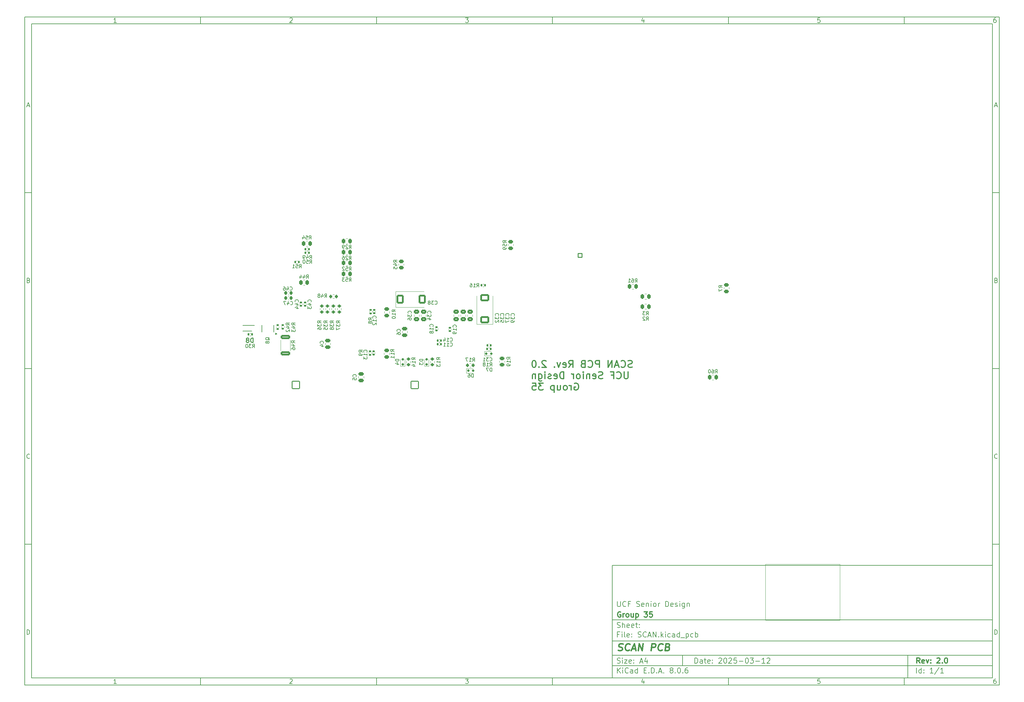
<source format=gbr>
G04 #@! TF.GenerationSoftware,KiCad,Pcbnew,8.0.6*
G04 #@! TF.CreationDate,2025-03-13T06:31:50-04:00*
G04 #@! TF.ProjectId,SCAN,5343414e-2e6b-4696-9361-645f70636258,2.0*
G04 #@! TF.SameCoordinates,Original*
G04 #@! TF.FileFunction,Legend,Bot*
G04 #@! TF.FilePolarity,Positive*
%FSLAX46Y46*%
G04 Gerber Fmt 4.6, Leading zero omitted, Abs format (unit mm)*
G04 Created by KiCad (PCBNEW 8.0.6) date 2025-03-13 06:31:50*
%MOMM*%
%LPD*%
G01*
G04 APERTURE LIST*
G04 Aperture macros list*
%AMRoundRect*
0 Rectangle with rounded corners*
0 $1 Rounding radius*
0 $2 $3 $4 $5 $6 $7 $8 $9 X,Y pos of 4 corners*
0 Add a 4 corners polygon primitive as box body*
4,1,4,$2,$3,$4,$5,$6,$7,$8,$9,$2,$3,0*
0 Add four circle primitives for the rounded corners*
1,1,$1+$1,$2,$3*
1,1,$1+$1,$4,$5*
1,1,$1+$1,$6,$7*
1,1,$1+$1,$8,$9*
0 Add four rect primitives between the rounded corners*
20,1,$1+$1,$2,$3,$4,$5,0*
20,1,$1+$1,$4,$5,$6,$7,0*
20,1,$1+$1,$6,$7,$8,$9,0*
20,1,$1+$1,$8,$9,$2,$3,0*%
G04 Aperture macros list end*
%ADD10C,0.100000*%
%ADD11C,0.150000*%
%ADD12C,0.300000*%
%ADD13C,0.400000*%
%ADD14C,0.254000*%
%ADD15C,0.120000*%
%ADD16C,0.152400*%
%ADD17C,0.200000*%
%ADD18C,3.048000*%
%ADD19C,1.574800*%
%ADD20R,2.000000X2.000000*%
%ADD21C,2.000000*%
%ADD22C,2.604000*%
%ADD23R,1.700000X1.700000*%
%ADD24O,1.700000X1.700000*%
%ADD25RoundRect,0.102000X-1.050000X-1.050000X1.050000X-1.050000X1.050000X1.050000X-1.050000X1.050000X0*%
%ADD26C,2.304000*%
%ADD27C,0.600000*%
%ADD28O,2.204000X1.104000*%
%ADD29O,1.904000X1.104000*%
%ADD30C,5.700000*%
%ADD31R,1.416000X1.416000*%
%ADD32C,1.416000*%
%ADD33RoundRect,0.102000X-0.565000X0.565000X-0.565000X-0.565000X0.565000X-0.565000X0.565000X0.565000X0*%
%ADD34C,1.334000*%
%ADD35RoundRect,0.250000X-0.262500X-0.450000X0.262500X-0.450000X0.262500X0.450000X-0.262500X0.450000X0*%
%ADD36RoundRect,0.250000X-0.450000X0.262500X-0.450000X-0.262500X0.450000X-0.262500X0.450000X0.262500X0*%
%ADD37RoundRect,0.150000X0.150000X0.200000X-0.150000X0.200000X-0.150000X-0.200000X0.150000X-0.200000X0*%
%ADD38R,0.508000X0.800100*%
%ADD39RoundRect,0.250000X0.262500X0.450000X-0.262500X0.450000X-0.262500X-0.450000X0.262500X-0.450000X0*%
%ADD40RoundRect,0.200000X0.275000X-0.200000X0.275000X0.200000X-0.275000X0.200000X-0.275000X-0.200000X0*%
%ADD41RoundRect,0.135000X0.185000X-0.135000X0.185000X0.135000X-0.185000X0.135000X-0.185000X-0.135000X0*%
%ADD42RoundRect,0.140000X0.140000X0.170000X-0.140000X0.170000X-0.140000X-0.170000X0.140000X-0.170000X0*%
%ADD43RoundRect,0.250000X0.475000X-0.337500X0.475000X0.337500X-0.475000X0.337500X-0.475000X-0.337500X0*%
%ADD44RoundRect,0.150000X-0.200000X0.150000X-0.200000X-0.150000X0.200000X-0.150000X0.200000X0.150000X0*%
%ADD45RoundRect,0.200000X-0.275000X0.200000X-0.275000X-0.200000X0.275000X-0.200000X0.275000X0.200000X0*%
%ADD46RoundRect,0.250000X-0.475000X0.250000X-0.475000X-0.250000X0.475000X-0.250000X0.475000X0.250000X0*%
%ADD47RoundRect,0.135000X-0.185000X0.135000X-0.185000X-0.135000X0.185000X-0.135000X0.185000X0.135000X0*%
%ADD48RoundRect,0.140000X-0.140000X-0.170000X0.140000X-0.170000X0.140000X0.170000X-0.140000X0.170000X0*%
%ADD49RoundRect,0.225000X-0.225000X-0.250000X0.225000X-0.250000X0.225000X0.250000X-0.225000X0.250000X0*%
%ADD50RoundRect,0.200000X-0.200000X-0.275000X0.200000X-0.275000X0.200000X0.275000X-0.200000X0.275000X0*%
%ADD51RoundRect,0.250000X1.025000X-0.787500X1.025000X0.787500X-1.025000X0.787500X-1.025000X-0.787500X0*%
%ADD52RoundRect,0.135000X0.135000X0.185000X-0.135000X0.185000X-0.135000X-0.185000X0.135000X-0.185000X0*%
%ADD53RoundRect,0.140000X-0.170000X0.140000X-0.170000X-0.140000X0.170000X-0.140000X0.170000X0.140000X0*%
%ADD54RoundRect,0.140000X0.170000X-0.140000X0.170000X0.140000X-0.170000X0.140000X-0.170000X-0.140000X0*%
%ADD55RoundRect,0.135000X-0.135000X-0.185000X0.135000X-0.185000X0.135000X0.185000X-0.135000X0.185000X0*%
%ADD56RoundRect,0.250000X-0.787500X-1.025000X0.787500X-1.025000X0.787500X1.025000X-0.787500X1.025000X0*%
%ADD57RoundRect,0.200000X0.200000X0.275000X-0.200000X0.275000X-0.200000X-0.275000X0.200000X-0.275000X0*%
%ADD58RoundRect,0.250000X0.450000X-0.262500X0.450000X0.262500X-0.450000X0.262500X-0.450000X-0.262500X0*%
%ADD59RoundRect,0.250000X1.075000X-0.362500X1.075000X0.362500X-1.075000X0.362500X-1.075000X-0.362500X0*%
%ADD60R,0.820000X0.760000*%
G04 APERTURE END LIST*
D10*
X220538867Y-165653700D02*
X220538867Y-181528700D01*
X241705533Y-181528700D01*
X241705533Y-165653700D01*
X220538867Y-165653700D01*
D11*
X177002200Y-166007200D02*
X285002200Y-166007200D01*
X285002200Y-198007200D01*
X177002200Y-198007200D01*
X177002200Y-166007200D01*
D10*
D11*
X10000000Y-10000000D02*
X287002200Y-10000000D01*
X287002200Y-200007200D01*
X10000000Y-200007200D01*
X10000000Y-10000000D01*
D10*
D11*
X12000000Y-12000000D02*
X285002200Y-12000000D01*
X285002200Y-198007200D01*
X12000000Y-198007200D01*
X12000000Y-12000000D01*
D10*
D11*
X60000000Y-12000000D02*
X60000000Y-10000000D01*
D10*
D11*
X110000000Y-12000000D02*
X110000000Y-10000000D01*
D10*
D11*
X160000000Y-12000000D02*
X160000000Y-10000000D01*
D10*
D11*
X210000000Y-12000000D02*
X210000000Y-10000000D01*
D10*
D11*
X260000000Y-12000000D02*
X260000000Y-10000000D01*
D10*
D11*
X36089160Y-11593604D02*
X35346303Y-11593604D01*
X35717731Y-11593604D02*
X35717731Y-10293604D01*
X35717731Y-10293604D02*
X35593922Y-10479319D01*
X35593922Y-10479319D02*
X35470112Y-10603128D01*
X35470112Y-10603128D02*
X35346303Y-10665033D01*
D10*
D11*
X85346303Y-10417414D02*
X85408207Y-10355509D01*
X85408207Y-10355509D02*
X85532017Y-10293604D01*
X85532017Y-10293604D02*
X85841541Y-10293604D01*
X85841541Y-10293604D02*
X85965350Y-10355509D01*
X85965350Y-10355509D02*
X86027255Y-10417414D01*
X86027255Y-10417414D02*
X86089160Y-10541223D01*
X86089160Y-10541223D02*
X86089160Y-10665033D01*
X86089160Y-10665033D02*
X86027255Y-10850747D01*
X86027255Y-10850747D02*
X85284398Y-11593604D01*
X85284398Y-11593604D02*
X86089160Y-11593604D01*
D10*
D11*
X135284398Y-10293604D02*
X136089160Y-10293604D01*
X136089160Y-10293604D02*
X135655826Y-10788842D01*
X135655826Y-10788842D02*
X135841541Y-10788842D01*
X135841541Y-10788842D02*
X135965350Y-10850747D01*
X135965350Y-10850747D02*
X136027255Y-10912652D01*
X136027255Y-10912652D02*
X136089160Y-11036461D01*
X136089160Y-11036461D02*
X136089160Y-11345985D01*
X136089160Y-11345985D02*
X136027255Y-11469795D01*
X136027255Y-11469795D02*
X135965350Y-11531700D01*
X135965350Y-11531700D02*
X135841541Y-11593604D01*
X135841541Y-11593604D02*
X135470112Y-11593604D01*
X135470112Y-11593604D02*
X135346303Y-11531700D01*
X135346303Y-11531700D02*
X135284398Y-11469795D01*
D10*
D11*
X185965350Y-10726938D02*
X185965350Y-11593604D01*
X185655826Y-10231700D02*
X185346303Y-11160271D01*
X185346303Y-11160271D02*
X186151064Y-11160271D01*
D10*
D11*
X236027255Y-10293604D02*
X235408207Y-10293604D01*
X235408207Y-10293604D02*
X235346303Y-10912652D01*
X235346303Y-10912652D02*
X235408207Y-10850747D01*
X235408207Y-10850747D02*
X235532017Y-10788842D01*
X235532017Y-10788842D02*
X235841541Y-10788842D01*
X235841541Y-10788842D02*
X235965350Y-10850747D01*
X235965350Y-10850747D02*
X236027255Y-10912652D01*
X236027255Y-10912652D02*
X236089160Y-11036461D01*
X236089160Y-11036461D02*
X236089160Y-11345985D01*
X236089160Y-11345985D02*
X236027255Y-11469795D01*
X236027255Y-11469795D02*
X235965350Y-11531700D01*
X235965350Y-11531700D02*
X235841541Y-11593604D01*
X235841541Y-11593604D02*
X235532017Y-11593604D01*
X235532017Y-11593604D02*
X235408207Y-11531700D01*
X235408207Y-11531700D02*
X235346303Y-11469795D01*
D10*
D11*
X285965350Y-10293604D02*
X285717731Y-10293604D01*
X285717731Y-10293604D02*
X285593922Y-10355509D01*
X285593922Y-10355509D02*
X285532017Y-10417414D01*
X285532017Y-10417414D02*
X285408207Y-10603128D01*
X285408207Y-10603128D02*
X285346303Y-10850747D01*
X285346303Y-10850747D02*
X285346303Y-11345985D01*
X285346303Y-11345985D02*
X285408207Y-11469795D01*
X285408207Y-11469795D02*
X285470112Y-11531700D01*
X285470112Y-11531700D02*
X285593922Y-11593604D01*
X285593922Y-11593604D02*
X285841541Y-11593604D01*
X285841541Y-11593604D02*
X285965350Y-11531700D01*
X285965350Y-11531700D02*
X286027255Y-11469795D01*
X286027255Y-11469795D02*
X286089160Y-11345985D01*
X286089160Y-11345985D02*
X286089160Y-11036461D01*
X286089160Y-11036461D02*
X286027255Y-10912652D01*
X286027255Y-10912652D02*
X285965350Y-10850747D01*
X285965350Y-10850747D02*
X285841541Y-10788842D01*
X285841541Y-10788842D02*
X285593922Y-10788842D01*
X285593922Y-10788842D02*
X285470112Y-10850747D01*
X285470112Y-10850747D02*
X285408207Y-10912652D01*
X285408207Y-10912652D02*
X285346303Y-11036461D01*
D10*
D11*
X60000000Y-198007200D02*
X60000000Y-200007200D01*
D10*
D11*
X110000000Y-198007200D02*
X110000000Y-200007200D01*
D10*
D11*
X160000000Y-198007200D02*
X160000000Y-200007200D01*
D10*
D11*
X210000000Y-198007200D02*
X210000000Y-200007200D01*
D10*
D11*
X260000000Y-198007200D02*
X260000000Y-200007200D01*
D10*
D11*
X36089160Y-199600804D02*
X35346303Y-199600804D01*
X35717731Y-199600804D02*
X35717731Y-198300804D01*
X35717731Y-198300804D02*
X35593922Y-198486519D01*
X35593922Y-198486519D02*
X35470112Y-198610328D01*
X35470112Y-198610328D02*
X35346303Y-198672233D01*
D10*
D11*
X85346303Y-198424614D02*
X85408207Y-198362709D01*
X85408207Y-198362709D02*
X85532017Y-198300804D01*
X85532017Y-198300804D02*
X85841541Y-198300804D01*
X85841541Y-198300804D02*
X85965350Y-198362709D01*
X85965350Y-198362709D02*
X86027255Y-198424614D01*
X86027255Y-198424614D02*
X86089160Y-198548423D01*
X86089160Y-198548423D02*
X86089160Y-198672233D01*
X86089160Y-198672233D02*
X86027255Y-198857947D01*
X86027255Y-198857947D02*
X85284398Y-199600804D01*
X85284398Y-199600804D02*
X86089160Y-199600804D01*
D10*
D11*
X135284398Y-198300804D02*
X136089160Y-198300804D01*
X136089160Y-198300804D02*
X135655826Y-198796042D01*
X135655826Y-198796042D02*
X135841541Y-198796042D01*
X135841541Y-198796042D02*
X135965350Y-198857947D01*
X135965350Y-198857947D02*
X136027255Y-198919852D01*
X136027255Y-198919852D02*
X136089160Y-199043661D01*
X136089160Y-199043661D02*
X136089160Y-199353185D01*
X136089160Y-199353185D02*
X136027255Y-199476995D01*
X136027255Y-199476995D02*
X135965350Y-199538900D01*
X135965350Y-199538900D02*
X135841541Y-199600804D01*
X135841541Y-199600804D02*
X135470112Y-199600804D01*
X135470112Y-199600804D02*
X135346303Y-199538900D01*
X135346303Y-199538900D02*
X135284398Y-199476995D01*
D10*
D11*
X185965350Y-198734138D02*
X185965350Y-199600804D01*
X185655826Y-198238900D02*
X185346303Y-199167471D01*
X185346303Y-199167471D02*
X186151064Y-199167471D01*
D10*
D11*
X236027255Y-198300804D02*
X235408207Y-198300804D01*
X235408207Y-198300804D02*
X235346303Y-198919852D01*
X235346303Y-198919852D02*
X235408207Y-198857947D01*
X235408207Y-198857947D02*
X235532017Y-198796042D01*
X235532017Y-198796042D02*
X235841541Y-198796042D01*
X235841541Y-198796042D02*
X235965350Y-198857947D01*
X235965350Y-198857947D02*
X236027255Y-198919852D01*
X236027255Y-198919852D02*
X236089160Y-199043661D01*
X236089160Y-199043661D02*
X236089160Y-199353185D01*
X236089160Y-199353185D02*
X236027255Y-199476995D01*
X236027255Y-199476995D02*
X235965350Y-199538900D01*
X235965350Y-199538900D02*
X235841541Y-199600804D01*
X235841541Y-199600804D02*
X235532017Y-199600804D01*
X235532017Y-199600804D02*
X235408207Y-199538900D01*
X235408207Y-199538900D02*
X235346303Y-199476995D01*
D10*
D11*
X285965350Y-198300804D02*
X285717731Y-198300804D01*
X285717731Y-198300804D02*
X285593922Y-198362709D01*
X285593922Y-198362709D02*
X285532017Y-198424614D01*
X285532017Y-198424614D02*
X285408207Y-198610328D01*
X285408207Y-198610328D02*
X285346303Y-198857947D01*
X285346303Y-198857947D02*
X285346303Y-199353185D01*
X285346303Y-199353185D02*
X285408207Y-199476995D01*
X285408207Y-199476995D02*
X285470112Y-199538900D01*
X285470112Y-199538900D02*
X285593922Y-199600804D01*
X285593922Y-199600804D02*
X285841541Y-199600804D01*
X285841541Y-199600804D02*
X285965350Y-199538900D01*
X285965350Y-199538900D02*
X286027255Y-199476995D01*
X286027255Y-199476995D02*
X286089160Y-199353185D01*
X286089160Y-199353185D02*
X286089160Y-199043661D01*
X286089160Y-199043661D02*
X286027255Y-198919852D01*
X286027255Y-198919852D02*
X285965350Y-198857947D01*
X285965350Y-198857947D02*
X285841541Y-198796042D01*
X285841541Y-198796042D02*
X285593922Y-198796042D01*
X285593922Y-198796042D02*
X285470112Y-198857947D01*
X285470112Y-198857947D02*
X285408207Y-198919852D01*
X285408207Y-198919852D02*
X285346303Y-199043661D01*
D10*
D11*
X10000000Y-60000000D02*
X12000000Y-60000000D01*
D10*
D11*
X10000000Y-110000000D02*
X12000000Y-110000000D01*
D10*
D11*
X10000000Y-160000000D02*
X12000000Y-160000000D01*
D10*
D11*
X10690476Y-35222176D02*
X11309523Y-35222176D01*
X10566666Y-35593604D02*
X10999999Y-34293604D01*
X10999999Y-34293604D02*
X11433333Y-35593604D01*
D10*
D11*
X11092857Y-84912652D02*
X11278571Y-84974557D01*
X11278571Y-84974557D02*
X11340476Y-85036461D01*
X11340476Y-85036461D02*
X11402380Y-85160271D01*
X11402380Y-85160271D02*
X11402380Y-85345985D01*
X11402380Y-85345985D02*
X11340476Y-85469795D01*
X11340476Y-85469795D02*
X11278571Y-85531700D01*
X11278571Y-85531700D02*
X11154761Y-85593604D01*
X11154761Y-85593604D02*
X10659523Y-85593604D01*
X10659523Y-85593604D02*
X10659523Y-84293604D01*
X10659523Y-84293604D02*
X11092857Y-84293604D01*
X11092857Y-84293604D02*
X11216666Y-84355509D01*
X11216666Y-84355509D02*
X11278571Y-84417414D01*
X11278571Y-84417414D02*
X11340476Y-84541223D01*
X11340476Y-84541223D02*
X11340476Y-84665033D01*
X11340476Y-84665033D02*
X11278571Y-84788842D01*
X11278571Y-84788842D02*
X11216666Y-84850747D01*
X11216666Y-84850747D02*
X11092857Y-84912652D01*
X11092857Y-84912652D02*
X10659523Y-84912652D01*
D10*
D11*
X11402380Y-135469795D02*
X11340476Y-135531700D01*
X11340476Y-135531700D02*
X11154761Y-135593604D01*
X11154761Y-135593604D02*
X11030952Y-135593604D01*
X11030952Y-135593604D02*
X10845238Y-135531700D01*
X10845238Y-135531700D02*
X10721428Y-135407890D01*
X10721428Y-135407890D02*
X10659523Y-135284080D01*
X10659523Y-135284080D02*
X10597619Y-135036461D01*
X10597619Y-135036461D02*
X10597619Y-134850747D01*
X10597619Y-134850747D02*
X10659523Y-134603128D01*
X10659523Y-134603128D02*
X10721428Y-134479319D01*
X10721428Y-134479319D02*
X10845238Y-134355509D01*
X10845238Y-134355509D02*
X11030952Y-134293604D01*
X11030952Y-134293604D02*
X11154761Y-134293604D01*
X11154761Y-134293604D02*
X11340476Y-134355509D01*
X11340476Y-134355509D02*
X11402380Y-134417414D01*
D10*
D11*
X10659523Y-185593604D02*
X10659523Y-184293604D01*
X10659523Y-184293604D02*
X10969047Y-184293604D01*
X10969047Y-184293604D02*
X11154761Y-184355509D01*
X11154761Y-184355509D02*
X11278571Y-184479319D01*
X11278571Y-184479319D02*
X11340476Y-184603128D01*
X11340476Y-184603128D02*
X11402380Y-184850747D01*
X11402380Y-184850747D02*
X11402380Y-185036461D01*
X11402380Y-185036461D02*
X11340476Y-185284080D01*
X11340476Y-185284080D02*
X11278571Y-185407890D01*
X11278571Y-185407890D02*
X11154761Y-185531700D01*
X11154761Y-185531700D02*
X10969047Y-185593604D01*
X10969047Y-185593604D02*
X10659523Y-185593604D01*
D10*
D11*
X287002200Y-60000000D02*
X285002200Y-60000000D01*
D10*
D11*
X287002200Y-110000000D02*
X285002200Y-110000000D01*
D10*
D11*
X287002200Y-160000000D02*
X285002200Y-160000000D01*
D10*
D11*
X285692676Y-35222176D02*
X286311723Y-35222176D01*
X285568866Y-35593604D02*
X286002199Y-34293604D01*
X286002199Y-34293604D02*
X286435533Y-35593604D01*
D10*
D11*
X286095057Y-84912652D02*
X286280771Y-84974557D01*
X286280771Y-84974557D02*
X286342676Y-85036461D01*
X286342676Y-85036461D02*
X286404580Y-85160271D01*
X286404580Y-85160271D02*
X286404580Y-85345985D01*
X286404580Y-85345985D02*
X286342676Y-85469795D01*
X286342676Y-85469795D02*
X286280771Y-85531700D01*
X286280771Y-85531700D02*
X286156961Y-85593604D01*
X286156961Y-85593604D02*
X285661723Y-85593604D01*
X285661723Y-85593604D02*
X285661723Y-84293604D01*
X285661723Y-84293604D02*
X286095057Y-84293604D01*
X286095057Y-84293604D02*
X286218866Y-84355509D01*
X286218866Y-84355509D02*
X286280771Y-84417414D01*
X286280771Y-84417414D02*
X286342676Y-84541223D01*
X286342676Y-84541223D02*
X286342676Y-84665033D01*
X286342676Y-84665033D02*
X286280771Y-84788842D01*
X286280771Y-84788842D02*
X286218866Y-84850747D01*
X286218866Y-84850747D02*
X286095057Y-84912652D01*
X286095057Y-84912652D02*
X285661723Y-84912652D01*
D10*
D11*
X286404580Y-135469795D02*
X286342676Y-135531700D01*
X286342676Y-135531700D02*
X286156961Y-135593604D01*
X286156961Y-135593604D02*
X286033152Y-135593604D01*
X286033152Y-135593604D02*
X285847438Y-135531700D01*
X285847438Y-135531700D02*
X285723628Y-135407890D01*
X285723628Y-135407890D02*
X285661723Y-135284080D01*
X285661723Y-135284080D02*
X285599819Y-135036461D01*
X285599819Y-135036461D02*
X285599819Y-134850747D01*
X285599819Y-134850747D02*
X285661723Y-134603128D01*
X285661723Y-134603128D02*
X285723628Y-134479319D01*
X285723628Y-134479319D02*
X285847438Y-134355509D01*
X285847438Y-134355509D02*
X286033152Y-134293604D01*
X286033152Y-134293604D02*
X286156961Y-134293604D01*
X286156961Y-134293604D02*
X286342676Y-134355509D01*
X286342676Y-134355509D02*
X286404580Y-134417414D01*
D10*
D11*
X285661723Y-185593604D02*
X285661723Y-184293604D01*
X285661723Y-184293604D02*
X285971247Y-184293604D01*
X285971247Y-184293604D02*
X286156961Y-184355509D01*
X286156961Y-184355509D02*
X286280771Y-184479319D01*
X286280771Y-184479319D02*
X286342676Y-184603128D01*
X286342676Y-184603128D02*
X286404580Y-184850747D01*
X286404580Y-184850747D02*
X286404580Y-185036461D01*
X286404580Y-185036461D02*
X286342676Y-185284080D01*
X286342676Y-185284080D02*
X286280771Y-185407890D01*
X286280771Y-185407890D02*
X286156961Y-185531700D01*
X286156961Y-185531700D02*
X285971247Y-185593604D01*
X285971247Y-185593604D02*
X285661723Y-185593604D01*
D10*
D11*
X200458026Y-193793328D02*
X200458026Y-192293328D01*
X200458026Y-192293328D02*
X200815169Y-192293328D01*
X200815169Y-192293328D02*
X201029455Y-192364757D01*
X201029455Y-192364757D02*
X201172312Y-192507614D01*
X201172312Y-192507614D02*
X201243741Y-192650471D01*
X201243741Y-192650471D02*
X201315169Y-192936185D01*
X201315169Y-192936185D02*
X201315169Y-193150471D01*
X201315169Y-193150471D02*
X201243741Y-193436185D01*
X201243741Y-193436185D02*
X201172312Y-193579042D01*
X201172312Y-193579042D02*
X201029455Y-193721900D01*
X201029455Y-193721900D02*
X200815169Y-193793328D01*
X200815169Y-193793328D02*
X200458026Y-193793328D01*
X202600884Y-193793328D02*
X202600884Y-193007614D01*
X202600884Y-193007614D02*
X202529455Y-192864757D01*
X202529455Y-192864757D02*
X202386598Y-192793328D01*
X202386598Y-192793328D02*
X202100884Y-192793328D01*
X202100884Y-192793328D02*
X201958026Y-192864757D01*
X202600884Y-193721900D02*
X202458026Y-193793328D01*
X202458026Y-193793328D02*
X202100884Y-193793328D01*
X202100884Y-193793328D02*
X201958026Y-193721900D01*
X201958026Y-193721900D02*
X201886598Y-193579042D01*
X201886598Y-193579042D02*
X201886598Y-193436185D01*
X201886598Y-193436185D02*
X201958026Y-193293328D01*
X201958026Y-193293328D02*
X202100884Y-193221900D01*
X202100884Y-193221900D02*
X202458026Y-193221900D01*
X202458026Y-193221900D02*
X202600884Y-193150471D01*
X203100884Y-192793328D02*
X203672312Y-192793328D01*
X203315169Y-192293328D02*
X203315169Y-193579042D01*
X203315169Y-193579042D02*
X203386598Y-193721900D01*
X203386598Y-193721900D02*
X203529455Y-193793328D01*
X203529455Y-193793328D02*
X203672312Y-193793328D01*
X204743741Y-193721900D02*
X204600884Y-193793328D01*
X204600884Y-193793328D02*
X204315170Y-193793328D01*
X204315170Y-193793328D02*
X204172312Y-193721900D01*
X204172312Y-193721900D02*
X204100884Y-193579042D01*
X204100884Y-193579042D02*
X204100884Y-193007614D01*
X204100884Y-193007614D02*
X204172312Y-192864757D01*
X204172312Y-192864757D02*
X204315170Y-192793328D01*
X204315170Y-192793328D02*
X204600884Y-192793328D01*
X204600884Y-192793328D02*
X204743741Y-192864757D01*
X204743741Y-192864757D02*
X204815170Y-193007614D01*
X204815170Y-193007614D02*
X204815170Y-193150471D01*
X204815170Y-193150471D02*
X204100884Y-193293328D01*
X205458026Y-193650471D02*
X205529455Y-193721900D01*
X205529455Y-193721900D02*
X205458026Y-193793328D01*
X205458026Y-193793328D02*
X205386598Y-193721900D01*
X205386598Y-193721900D02*
X205458026Y-193650471D01*
X205458026Y-193650471D02*
X205458026Y-193793328D01*
X205458026Y-192864757D02*
X205529455Y-192936185D01*
X205529455Y-192936185D02*
X205458026Y-193007614D01*
X205458026Y-193007614D02*
X205386598Y-192936185D01*
X205386598Y-192936185D02*
X205458026Y-192864757D01*
X205458026Y-192864757D02*
X205458026Y-193007614D01*
X207243741Y-192436185D02*
X207315169Y-192364757D01*
X207315169Y-192364757D02*
X207458027Y-192293328D01*
X207458027Y-192293328D02*
X207815169Y-192293328D01*
X207815169Y-192293328D02*
X207958027Y-192364757D01*
X207958027Y-192364757D02*
X208029455Y-192436185D01*
X208029455Y-192436185D02*
X208100884Y-192579042D01*
X208100884Y-192579042D02*
X208100884Y-192721900D01*
X208100884Y-192721900D02*
X208029455Y-192936185D01*
X208029455Y-192936185D02*
X207172312Y-193793328D01*
X207172312Y-193793328D02*
X208100884Y-193793328D01*
X209029455Y-192293328D02*
X209172312Y-192293328D01*
X209172312Y-192293328D02*
X209315169Y-192364757D01*
X209315169Y-192364757D02*
X209386598Y-192436185D01*
X209386598Y-192436185D02*
X209458026Y-192579042D01*
X209458026Y-192579042D02*
X209529455Y-192864757D01*
X209529455Y-192864757D02*
X209529455Y-193221900D01*
X209529455Y-193221900D02*
X209458026Y-193507614D01*
X209458026Y-193507614D02*
X209386598Y-193650471D01*
X209386598Y-193650471D02*
X209315169Y-193721900D01*
X209315169Y-193721900D02*
X209172312Y-193793328D01*
X209172312Y-193793328D02*
X209029455Y-193793328D01*
X209029455Y-193793328D02*
X208886598Y-193721900D01*
X208886598Y-193721900D02*
X208815169Y-193650471D01*
X208815169Y-193650471D02*
X208743740Y-193507614D01*
X208743740Y-193507614D02*
X208672312Y-193221900D01*
X208672312Y-193221900D02*
X208672312Y-192864757D01*
X208672312Y-192864757D02*
X208743740Y-192579042D01*
X208743740Y-192579042D02*
X208815169Y-192436185D01*
X208815169Y-192436185D02*
X208886598Y-192364757D01*
X208886598Y-192364757D02*
X209029455Y-192293328D01*
X210100883Y-192436185D02*
X210172311Y-192364757D01*
X210172311Y-192364757D02*
X210315169Y-192293328D01*
X210315169Y-192293328D02*
X210672311Y-192293328D01*
X210672311Y-192293328D02*
X210815169Y-192364757D01*
X210815169Y-192364757D02*
X210886597Y-192436185D01*
X210886597Y-192436185D02*
X210958026Y-192579042D01*
X210958026Y-192579042D02*
X210958026Y-192721900D01*
X210958026Y-192721900D02*
X210886597Y-192936185D01*
X210886597Y-192936185D02*
X210029454Y-193793328D01*
X210029454Y-193793328D02*
X210958026Y-193793328D01*
X212315168Y-192293328D02*
X211600882Y-192293328D01*
X211600882Y-192293328D02*
X211529454Y-193007614D01*
X211529454Y-193007614D02*
X211600882Y-192936185D01*
X211600882Y-192936185D02*
X211743740Y-192864757D01*
X211743740Y-192864757D02*
X212100882Y-192864757D01*
X212100882Y-192864757D02*
X212243740Y-192936185D01*
X212243740Y-192936185D02*
X212315168Y-193007614D01*
X212315168Y-193007614D02*
X212386597Y-193150471D01*
X212386597Y-193150471D02*
X212386597Y-193507614D01*
X212386597Y-193507614D02*
X212315168Y-193650471D01*
X212315168Y-193650471D02*
X212243740Y-193721900D01*
X212243740Y-193721900D02*
X212100882Y-193793328D01*
X212100882Y-193793328D02*
X211743740Y-193793328D01*
X211743740Y-193793328D02*
X211600882Y-193721900D01*
X211600882Y-193721900D02*
X211529454Y-193650471D01*
X213029453Y-193221900D02*
X214172311Y-193221900D01*
X215172311Y-192293328D02*
X215315168Y-192293328D01*
X215315168Y-192293328D02*
X215458025Y-192364757D01*
X215458025Y-192364757D02*
X215529454Y-192436185D01*
X215529454Y-192436185D02*
X215600882Y-192579042D01*
X215600882Y-192579042D02*
X215672311Y-192864757D01*
X215672311Y-192864757D02*
X215672311Y-193221900D01*
X215672311Y-193221900D02*
X215600882Y-193507614D01*
X215600882Y-193507614D02*
X215529454Y-193650471D01*
X215529454Y-193650471D02*
X215458025Y-193721900D01*
X215458025Y-193721900D02*
X215315168Y-193793328D01*
X215315168Y-193793328D02*
X215172311Y-193793328D01*
X215172311Y-193793328D02*
X215029454Y-193721900D01*
X215029454Y-193721900D02*
X214958025Y-193650471D01*
X214958025Y-193650471D02*
X214886596Y-193507614D01*
X214886596Y-193507614D02*
X214815168Y-193221900D01*
X214815168Y-193221900D02*
X214815168Y-192864757D01*
X214815168Y-192864757D02*
X214886596Y-192579042D01*
X214886596Y-192579042D02*
X214958025Y-192436185D01*
X214958025Y-192436185D02*
X215029454Y-192364757D01*
X215029454Y-192364757D02*
X215172311Y-192293328D01*
X216172310Y-192293328D02*
X217100882Y-192293328D01*
X217100882Y-192293328D02*
X216600882Y-192864757D01*
X216600882Y-192864757D02*
X216815167Y-192864757D01*
X216815167Y-192864757D02*
X216958025Y-192936185D01*
X216958025Y-192936185D02*
X217029453Y-193007614D01*
X217029453Y-193007614D02*
X217100882Y-193150471D01*
X217100882Y-193150471D02*
X217100882Y-193507614D01*
X217100882Y-193507614D02*
X217029453Y-193650471D01*
X217029453Y-193650471D02*
X216958025Y-193721900D01*
X216958025Y-193721900D02*
X216815167Y-193793328D01*
X216815167Y-193793328D02*
X216386596Y-193793328D01*
X216386596Y-193793328D02*
X216243739Y-193721900D01*
X216243739Y-193721900D02*
X216172310Y-193650471D01*
X217743738Y-193221900D02*
X218886596Y-193221900D01*
X220386596Y-193793328D02*
X219529453Y-193793328D01*
X219958024Y-193793328D02*
X219958024Y-192293328D01*
X219958024Y-192293328D02*
X219815167Y-192507614D01*
X219815167Y-192507614D02*
X219672310Y-192650471D01*
X219672310Y-192650471D02*
X219529453Y-192721900D01*
X220958024Y-192436185D02*
X221029452Y-192364757D01*
X221029452Y-192364757D02*
X221172310Y-192293328D01*
X221172310Y-192293328D02*
X221529452Y-192293328D01*
X221529452Y-192293328D02*
X221672310Y-192364757D01*
X221672310Y-192364757D02*
X221743738Y-192436185D01*
X221743738Y-192436185D02*
X221815167Y-192579042D01*
X221815167Y-192579042D02*
X221815167Y-192721900D01*
X221815167Y-192721900D02*
X221743738Y-192936185D01*
X221743738Y-192936185D02*
X220886595Y-193793328D01*
X220886595Y-193793328D02*
X221815167Y-193793328D01*
D10*
D11*
X177002200Y-194507200D02*
X285002200Y-194507200D01*
D10*
D11*
X178458026Y-196593328D02*
X178458026Y-195093328D01*
X179315169Y-196593328D02*
X178672312Y-195736185D01*
X179315169Y-195093328D02*
X178458026Y-195950471D01*
X179958026Y-196593328D02*
X179958026Y-195593328D01*
X179958026Y-195093328D02*
X179886598Y-195164757D01*
X179886598Y-195164757D02*
X179958026Y-195236185D01*
X179958026Y-195236185D02*
X180029455Y-195164757D01*
X180029455Y-195164757D02*
X179958026Y-195093328D01*
X179958026Y-195093328D02*
X179958026Y-195236185D01*
X181529455Y-196450471D02*
X181458027Y-196521900D01*
X181458027Y-196521900D02*
X181243741Y-196593328D01*
X181243741Y-196593328D02*
X181100884Y-196593328D01*
X181100884Y-196593328D02*
X180886598Y-196521900D01*
X180886598Y-196521900D02*
X180743741Y-196379042D01*
X180743741Y-196379042D02*
X180672312Y-196236185D01*
X180672312Y-196236185D02*
X180600884Y-195950471D01*
X180600884Y-195950471D02*
X180600884Y-195736185D01*
X180600884Y-195736185D02*
X180672312Y-195450471D01*
X180672312Y-195450471D02*
X180743741Y-195307614D01*
X180743741Y-195307614D02*
X180886598Y-195164757D01*
X180886598Y-195164757D02*
X181100884Y-195093328D01*
X181100884Y-195093328D02*
X181243741Y-195093328D01*
X181243741Y-195093328D02*
X181458027Y-195164757D01*
X181458027Y-195164757D02*
X181529455Y-195236185D01*
X182815170Y-196593328D02*
X182815170Y-195807614D01*
X182815170Y-195807614D02*
X182743741Y-195664757D01*
X182743741Y-195664757D02*
X182600884Y-195593328D01*
X182600884Y-195593328D02*
X182315170Y-195593328D01*
X182315170Y-195593328D02*
X182172312Y-195664757D01*
X182815170Y-196521900D02*
X182672312Y-196593328D01*
X182672312Y-196593328D02*
X182315170Y-196593328D01*
X182315170Y-196593328D02*
X182172312Y-196521900D01*
X182172312Y-196521900D02*
X182100884Y-196379042D01*
X182100884Y-196379042D02*
X182100884Y-196236185D01*
X182100884Y-196236185D02*
X182172312Y-196093328D01*
X182172312Y-196093328D02*
X182315170Y-196021900D01*
X182315170Y-196021900D02*
X182672312Y-196021900D01*
X182672312Y-196021900D02*
X182815170Y-195950471D01*
X184172313Y-196593328D02*
X184172313Y-195093328D01*
X184172313Y-196521900D02*
X184029455Y-196593328D01*
X184029455Y-196593328D02*
X183743741Y-196593328D01*
X183743741Y-196593328D02*
X183600884Y-196521900D01*
X183600884Y-196521900D02*
X183529455Y-196450471D01*
X183529455Y-196450471D02*
X183458027Y-196307614D01*
X183458027Y-196307614D02*
X183458027Y-195879042D01*
X183458027Y-195879042D02*
X183529455Y-195736185D01*
X183529455Y-195736185D02*
X183600884Y-195664757D01*
X183600884Y-195664757D02*
X183743741Y-195593328D01*
X183743741Y-195593328D02*
X184029455Y-195593328D01*
X184029455Y-195593328D02*
X184172313Y-195664757D01*
X186029455Y-195807614D02*
X186529455Y-195807614D01*
X186743741Y-196593328D02*
X186029455Y-196593328D01*
X186029455Y-196593328D02*
X186029455Y-195093328D01*
X186029455Y-195093328D02*
X186743741Y-195093328D01*
X187386598Y-196450471D02*
X187458027Y-196521900D01*
X187458027Y-196521900D02*
X187386598Y-196593328D01*
X187386598Y-196593328D02*
X187315170Y-196521900D01*
X187315170Y-196521900D02*
X187386598Y-196450471D01*
X187386598Y-196450471D02*
X187386598Y-196593328D01*
X188100884Y-196593328D02*
X188100884Y-195093328D01*
X188100884Y-195093328D02*
X188458027Y-195093328D01*
X188458027Y-195093328D02*
X188672313Y-195164757D01*
X188672313Y-195164757D02*
X188815170Y-195307614D01*
X188815170Y-195307614D02*
X188886599Y-195450471D01*
X188886599Y-195450471D02*
X188958027Y-195736185D01*
X188958027Y-195736185D02*
X188958027Y-195950471D01*
X188958027Y-195950471D02*
X188886599Y-196236185D01*
X188886599Y-196236185D02*
X188815170Y-196379042D01*
X188815170Y-196379042D02*
X188672313Y-196521900D01*
X188672313Y-196521900D02*
X188458027Y-196593328D01*
X188458027Y-196593328D02*
X188100884Y-196593328D01*
X189600884Y-196450471D02*
X189672313Y-196521900D01*
X189672313Y-196521900D02*
X189600884Y-196593328D01*
X189600884Y-196593328D02*
X189529456Y-196521900D01*
X189529456Y-196521900D02*
X189600884Y-196450471D01*
X189600884Y-196450471D02*
X189600884Y-196593328D01*
X190243742Y-196164757D02*
X190958028Y-196164757D01*
X190100885Y-196593328D02*
X190600885Y-195093328D01*
X190600885Y-195093328D02*
X191100885Y-196593328D01*
X191600884Y-196450471D02*
X191672313Y-196521900D01*
X191672313Y-196521900D02*
X191600884Y-196593328D01*
X191600884Y-196593328D02*
X191529456Y-196521900D01*
X191529456Y-196521900D02*
X191600884Y-196450471D01*
X191600884Y-196450471D02*
X191600884Y-196593328D01*
X193672313Y-195736185D02*
X193529456Y-195664757D01*
X193529456Y-195664757D02*
X193458027Y-195593328D01*
X193458027Y-195593328D02*
X193386599Y-195450471D01*
X193386599Y-195450471D02*
X193386599Y-195379042D01*
X193386599Y-195379042D02*
X193458027Y-195236185D01*
X193458027Y-195236185D02*
X193529456Y-195164757D01*
X193529456Y-195164757D02*
X193672313Y-195093328D01*
X193672313Y-195093328D02*
X193958027Y-195093328D01*
X193958027Y-195093328D02*
X194100885Y-195164757D01*
X194100885Y-195164757D02*
X194172313Y-195236185D01*
X194172313Y-195236185D02*
X194243742Y-195379042D01*
X194243742Y-195379042D02*
X194243742Y-195450471D01*
X194243742Y-195450471D02*
X194172313Y-195593328D01*
X194172313Y-195593328D02*
X194100885Y-195664757D01*
X194100885Y-195664757D02*
X193958027Y-195736185D01*
X193958027Y-195736185D02*
X193672313Y-195736185D01*
X193672313Y-195736185D02*
X193529456Y-195807614D01*
X193529456Y-195807614D02*
X193458027Y-195879042D01*
X193458027Y-195879042D02*
X193386599Y-196021900D01*
X193386599Y-196021900D02*
X193386599Y-196307614D01*
X193386599Y-196307614D02*
X193458027Y-196450471D01*
X193458027Y-196450471D02*
X193529456Y-196521900D01*
X193529456Y-196521900D02*
X193672313Y-196593328D01*
X193672313Y-196593328D02*
X193958027Y-196593328D01*
X193958027Y-196593328D02*
X194100885Y-196521900D01*
X194100885Y-196521900D02*
X194172313Y-196450471D01*
X194172313Y-196450471D02*
X194243742Y-196307614D01*
X194243742Y-196307614D02*
X194243742Y-196021900D01*
X194243742Y-196021900D02*
X194172313Y-195879042D01*
X194172313Y-195879042D02*
X194100885Y-195807614D01*
X194100885Y-195807614D02*
X193958027Y-195736185D01*
X194886598Y-196450471D02*
X194958027Y-196521900D01*
X194958027Y-196521900D02*
X194886598Y-196593328D01*
X194886598Y-196593328D02*
X194815170Y-196521900D01*
X194815170Y-196521900D02*
X194886598Y-196450471D01*
X194886598Y-196450471D02*
X194886598Y-196593328D01*
X195886599Y-195093328D02*
X196029456Y-195093328D01*
X196029456Y-195093328D02*
X196172313Y-195164757D01*
X196172313Y-195164757D02*
X196243742Y-195236185D01*
X196243742Y-195236185D02*
X196315170Y-195379042D01*
X196315170Y-195379042D02*
X196386599Y-195664757D01*
X196386599Y-195664757D02*
X196386599Y-196021900D01*
X196386599Y-196021900D02*
X196315170Y-196307614D01*
X196315170Y-196307614D02*
X196243742Y-196450471D01*
X196243742Y-196450471D02*
X196172313Y-196521900D01*
X196172313Y-196521900D02*
X196029456Y-196593328D01*
X196029456Y-196593328D02*
X195886599Y-196593328D01*
X195886599Y-196593328D02*
X195743742Y-196521900D01*
X195743742Y-196521900D02*
X195672313Y-196450471D01*
X195672313Y-196450471D02*
X195600884Y-196307614D01*
X195600884Y-196307614D02*
X195529456Y-196021900D01*
X195529456Y-196021900D02*
X195529456Y-195664757D01*
X195529456Y-195664757D02*
X195600884Y-195379042D01*
X195600884Y-195379042D02*
X195672313Y-195236185D01*
X195672313Y-195236185D02*
X195743742Y-195164757D01*
X195743742Y-195164757D02*
X195886599Y-195093328D01*
X197029455Y-196450471D02*
X197100884Y-196521900D01*
X197100884Y-196521900D02*
X197029455Y-196593328D01*
X197029455Y-196593328D02*
X196958027Y-196521900D01*
X196958027Y-196521900D02*
X197029455Y-196450471D01*
X197029455Y-196450471D02*
X197029455Y-196593328D01*
X198386599Y-195093328D02*
X198100884Y-195093328D01*
X198100884Y-195093328D02*
X197958027Y-195164757D01*
X197958027Y-195164757D02*
X197886599Y-195236185D01*
X197886599Y-195236185D02*
X197743741Y-195450471D01*
X197743741Y-195450471D02*
X197672313Y-195736185D01*
X197672313Y-195736185D02*
X197672313Y-196307614D01*
X197672313Y-196307614D02*
X197743741Y-196450471D01*
X197743741Y-196450471D02*
X197815170Y-196521900D01*
X197815170Y-196521900D02*
X197958027Y-196593328D01*
X197958027Y-196593328D02*
X198243741Y-196593328D01*
X198243741Y-196593328D02*
X198386599Y-196521900D01*
X198386599Y-196521900D02*
X198458027Y-196450471D01*
X198458027Y-196450471D02*
X198529456Y-196307614D01*
X198529456Y-196307614D02*
X198529456Y-195950471D01*
X198529456Y-195950471D02*
X198458027Y-195807614D01*
X198458027Y-195807614D02*
X198386599Y-195736185D01*
X198386599Y-195736185D02*
X198243741Y-195664757D01*
X198243741Y-195664757D02*
X197958027Y-195664757D01*
X197958027Y-195664757D02*
X197815170Y-195736185D01*
X197815170Y-195736185D02*
X197743741Y-195807614D01*
X197743741Y-195807614D02*
X197672313Y-195950471D01*
D10*
D11*
X177002200Y-191507200D02*
X285002200Y-191507200D01*
D10*
D12*
X264413853Y-193785528D02*
X263913853Y-193071242D01*
X263556710Y-193785528D02*
X263556710Y-192285528D01*
X263556710Y-192285528D02*
X264128139Y-192285528D01*
X264128139Y-192285528D02*
X264270996Y-192356957D01*
X264270996Y-192356957D02*
X264342425Y-192428385D01*
X264342425Y-192428385D02*
X264413853Y-192571242D01*
X264413853Y-192571242D02*
X264413853Y-192785528D01*
X264413853Y-192785528D02*
X264342425Y-192928385D01*
X264342425Y-192928385D02*
X264270996Y-192999814D01*
X264270996Y-192999814D02*
X264128139Y-193071242D01*
X264128139Y-193071242D02*
X263556710Y-193071242D01*
X265628139Y-193714100D02*
X265485282Y-193785528D01*
X265485282Y-193785528D02*
X265199568Y-193785528D01*
X265199568Y-193785528D02*
X265056710Y-193714100D01*
X265056710Y-193714100D02*
X264985282Y-193571242D01*
X264985282Y-193571242D02*
X264985282Y-192999814D01*
X264985282Y-192999814D02*
X265056710Y-192856957D01*
X265056710Y-192856957D02*
X265199568Y-192785528D01*
X265199568Y-192785528D02*
X265485282Y-192785528D01*
X265485282Y-192785528D02*
X265628139Y-192856957D01*
X265628139Y-192856957D02*
X265699568Y-192999814D01*
X265699568Y-192999814D02*
X265699568Y-193142671D01*
X265699568Y-193142671D02*
X264985282Y-193285528D01*
X266199567Y-192785528D02*
X266556710Y-193785528D01*
X266556710Y-193785528D02*
X266913853Y-192785528D01*
X267485281Y-193642671D02*
X267556710Y-193714100D01*
X267556710Y-193714100D02*
X267485281Y-193785528D01*
X267485281Y-193785528D02*
X267413853Y-193714100D01*
X267413853Y-193714100D02*
X267485281Y-193642671D01*
X267485281Y-193642671D02*
X267485281Y-193785528D01*
X267485281Y-192856957D02*
X267556710Y-192928385D01*
X267556710Y-192928385D02*
X267485281Y-192999814D01*
X267485281Y-192999814D02*
X267413853Y-192928385D01*
X267413853Y-192928385D02*
X267485281Y-192856957D01*
X267485281Y-192856957D02*
X267485281Y-192999814D01*
X269270996Y-192428385D02*
X269342424Y-192356957D01*
X269342424Y-192356957D02*
X269485282Y-192285528D01*
X269485282Y-192285528D02*
X269842424Y-192285528D01*
X269842424Y-192285528D02*
X269985282Y-192356957D01*
X269985282Y-192356957D02*
X270056710Y-192428385D01*
X270056710Y-192428385D02*
X270128139Y-192571242D01*
X270128139Y-192571242D02*
X270128139Y-192714100D01*
X270128139Y-192714100D02*
X270056710Y-192928385D01*
X270056710Y-192928385D02*
X269199567Y-193785528D01*
X269199567Y-193785528D02*
X270128139Y-193785528D01*
X270770995Y-193642671D02*
X270842424Y-193714100D01*
X270842424Y-193714100D02*
X270770995Y-193785528D01*
X270770995Y-193785528D02*
X270699567Y-193714100D01*
X270699567Y-193714100D02*
X270770995Y-193642671D01*
X270770995Y-193642671D02*
X270770995Y-193785528D01*
X271770996Y-192285528D02*
X271913853Y-192285528D01*
X271913853Y-192285528D02*
X272056710Y-192356957D01*
X272056710Y-192356957D02*
X272128139Y-192428385D01*
X272128139Y-192428385D02*
X272199567Y-192571242D01*
X272199567Y-192571242D02*
X272270996Y-192856957D01*
X272270996Y-192856957D02*
X272270996Y-193214100D01*
X272270996Y-193214100D02*
X272199567Y-193499814D01*
X272199567Y-193499814D02*
X272128139Y-193642671D01*
X272128139Y-193642671D02*
X272056710Y-193714100D01*
X272056710Y-193714100D02*
X271913853Y-193785528D01*
X271913853Y-193785528D02*
X271770996Y-193785528D01*
X271770996Y-193785528D02*
X271628139Y-193714100D01*
X271628139Y-193714100D02*
X271556710Y-193642671D01*
X271556710Y-193642671D02*
X271485281Y-193499814D01*
X271485281Y-193499814D02*
X271413853Y-193214100D01*
X271413853Y-193214100D02*
X271413853Y-192856957D01*
X271413853Y-192856957D02*
X271485281Y-192571242D01*
X271485281Y-192571242D02*
X271556710Y-192428385D01*
X271556710Y-192428385D02*
X271628139Y-192356957D01*
X271628139Y-192356957D02*
X271770996Y-192285528D01*
D10*
D11*
X178386598Y-193721900D02*
X178600884Y-193793328D01*
X178600884Y-193793328D02*
X178958026Y-193793328D01*
X178958026Y-193793328D02*
X179100884Y-193721900D01*
X179100884Y-193721900D02*
X179172312Y-193650471D01*
X179172312Y-193650471D02*
X179243741Y-193507614D01*
X179243741Y-193507614D02*
X179243741Y-193364757D01*
X179243741Y-193364757D02*
X179172312Y-193221900D01*
X179172312Y-193221900D02*
X179100884Y-193150471D01*
X179100884Y-193150471D02*
X178958026Y-193079042D01*
X178958026Y-193079042D02*
X178672312Y-193007614D01*
X178672312Y-193007614D02*
X178529455Y-192936185D01*
X178529455Y-192936185D02*
X178458026Y-192864757D01*
X178458026Y-192864757D02*
X178386598Y-192721900D01*
X178386598Y-192721900D02*
X178386598Y-192579042D01*
X178386598Y-192579042D02*
X178458026Y-192436185D01*
X178458026Y-192436185D02*
X178529455Y-192364757D01*
X178529455Y-192364757D02*
X178672312Y-192293328D01*
X178672312Y-192293328D02*
X179029455Y-192293328D01*
X179029455Y-192293328D02*
X179243741Y-192364757D01*
X179886597Y-193793328D02*
X179886597Y-192793328D01*
X179886597Y-192293328D02*
X179815169Y-192364757D01*
X179815169Y-192364757D02*
X179886597Y-192436185D01*
X179886597Y-192436185D02*
X179958026Y-192364757D01*
X179958026Y-192364757D02*
X179886597Y-192293328D01*
X179886597Y-192293328D02*
X179886597Y-192436185D01*
X180458026Y-192793328D02*
X181243741Y-192793328D01*
X181243741Y-192793328D02*
X180458026Y-193793328D01*
X180458026Y-193793328D02*
X181243741Y-193793328D01*
X182386598Y-193721900D02*
X182243741Y-193793328D01*
X182243741Y-193793328D02*
X181958027Y-193793328D01*
X181958027Y-193793328D02*
X181815169Y-193721900D01*
X181815169Y-193721900D02*
X181743741Y-193579042D01*
X181743741Y-193579042D02*
X181743741Y-193007614D01*
X181743741Y-193007614D02*
X181815169Y-192864757D01*
X181815169Y-192864757D02*
X181958027Y-192793328D01*
X181958027Y-192793328D02*
X182243741Y-192793328D01*
X182243741Y-192793328D02*
X182386598Y-192864757D01*
X182386598Y-192864757D02*
X182458027Y-193007614D01*
X182458027Y-193007614D02*
X182458027Y-193150471D01*
X182458027Y-193150471D02*
X181743741Y-193293328D01*
X183100883Y-193650471D02*
X183172312Y-193721900D01*
X183172312Y-193721900D02*
X183100883Y-193793328D01*
X183100883Y-193793328D02*
X183029455Y-193721900D01*
X183029455Y-193721900D02*
X183100883Y-193650471D01*
X183100883Y-193650471D02*
X183100883Y-193793328D01*
X183100883Y-192864757D02*
X183172312Y-192936185D01*
X183172312Y-192936185D02*
X183100883Y-193007614D01*
X183100883Y-193007614D02*
X183029455Y-192936185D01*
X183029455Y-192936185D02*
X183100883Y-192864757D01*
X183100883Y-192864757D02*
X183100883Y-193007614D01*
X184886598Y-193364757D02*
X185600884Y-193364757D01*
X184743741Y-193793328D02*
X185243741Y-192293328D01*
X185243741Y-192293328D02*
X185743741Y-193793328D01*
X186886598Y-192793328D02*
X186886598Y-193793328D01*
X186529455Y-192221900D02*
X186172312Y-193293328D01*
X186172312Y-193293328D02*
X187100883Y-193293328D01*
D10*
D11*
X263458026Y-196593328D02*
X263458026Y-195093328D01*
X264815170Y-196593328D02*
X264815170Y-195093328D01*
X264815170Y-196521900D02*
X264672312Y-196593328D01*
X264672312Y-196593328D02*
X264386598Y-196593328D01*
X264386598Y-196593328D02*
X264243741Y-196521900D01*
X264243741Y-196521900D02*
X264172312Y-196450471D01*
X264172312Y-196450471D02*
X264100884Y-196307614D01*
X264100884Y-196307614D02*
X264100884Y-195879042D01*
X264100884Y-195879042D02*
X264172312Y-195736185D01*
X264172312Y-195736185D02*
X264243741Y-195664757D01*
X264243741Y-195664757D02*
X264386598Y-195593328D01*
X264386598Y-195593328D02*
X264672312Y-195593328D01*
X264672312Y-195593328D02*
X264815170Y-195664757D01*
X265529455Y-196450471D02*
X265600884Y-196521900D01*
X265600884Y-196521900D02*
X265529455Y-196593328D01*
X265529455Y-196593328D02*
X265458027Y-196521900D01*
X265458027Y-196521900D02*
X265529455Y-196450471D01*
X265529455Y-196450471D02*
X265529455Y-196593328D01*
X265529455Y-195664757D02*
X265600884Y-195736185D01*
X265600884Y-195736185D02*
X265529455Y-195807614D01*
X265529455Y-195807614D02*
X265458027Y-195736185D01*
X265458027Y-195736185D02*
X265529455Y-195664757D01*
X265529455Y-195664757D02*
X265529455Y-195807614D01*
X268172313Y-196593328D02*
X267315170Y-196593328D01*
X267743741Y-196593328D02*
X267743741Y-195093328D01*
X267743741Y-195093328D02*
X267600884Y-195307614D01*
X267600884Y-195307614D02*
X267458027Y-195450471D01*
X267458027Y-195450471D02*
X267315170Y-195521900D01*
X269886598Y-195021900D02*
X268600884Y-196950471D01*
X271172313Y-196593328D02*
X270315170Y-196593328D01*
X270743741Y-196593328D02*
X270743741Y-195093328D01*
X270743741Y-195093328D02*
X270600884Y-195307614D01*
X270600884Y-195307614D02*
X270458027Y-195450471D01*
X270458027Y-195450471D02*
X270315170Y-195521900D01*
D10*
D11*
X177002200Y-187507200D02*
X285002200Y-187507200D01*
D10*
D13*
X178646309Y-190116400D02*
X178920118Y-190211638D01*
X178920118Y-190211638D02*
X179396309Y-190211638D01*
X179396309Y-190211638D02*
X179598690Y-190116400D01*
X179598690Y-190116400D02*
X179705833Y-190021161D01*
X179705833Y-190021161D02*
X179824880Y-189830685D01*
X179824880Y-189830685D02*
X179848690Y-189640209D01*
X179848690Y-189640209D02*
X179777261Y-189449733D01*
X179777261Y-189449733D02*
X179693928Y-189354495D01*
X179693928Y-189354495D02*
X179515357Y-189259257D01*
X179515357Y-189259257D02*
X179146309Y-189164019D01*
X179146309Y-189164019D02*
X178967737Y-189068780D01*
X178967737Y-189068780D02*
X178884404Y-188973542D01*
X178884404Y-188973542D02*
X178812976Y-188783066D01*
X178812976Y-188783066D02*
X178836785Y-188592590D01*
X178836785Y-188592590D02*
X178955833Y-188402114D01*
X178955833Y-188402114D02*
X179062976Y-188306876D01*
X179062976Y-188306876D02*
X179265357Y-188211638D01*
X179265357Y-188211638D02*
X179741547Y-188211638D01*
X179741547Y-188211638D02*
X180015357Y-188306876D01*
X181801071Y-190021161D02*
X181693928Y-190116400D01*
X181693928Y-190116400D02*
X181396309Y-190211638D01*
X181396309Y-190211638D02*
X181205833Y-190211638D01*
X181205833Y-190211638D02*
X180932023Y-190116400D01*
X180932023Y-190116400D02*
X180765357Y-189925923D01*
X180765357Y-189925923D02*
X180693928Y-189735447D01*
X180693928Y-189735447D02*
X180646309Y-189354495D01*
X180646309Y-189354495D02*
X180682023Y-189068780D01*
X180682023Y-189068780D02*
X180824880Y-188687828D01*
X180824880Y-188687828D02*
X180943928Y-188497352D01*
X180943928Y-188497352D02*
X181158214Y-188306876D01*
X181158214Y-188306876D02*
X181455833Y-188211638D01*
X181455833Y-188211638D02*
X181646309Y-188211638D01*
X181646309Y-188211638D02*
X181920119Y-188306876D01*
X181920119Y-188306876D02*
X182003452Y-188402114D01*
X182610595Y-189640209D02*
X183562976Y-189640209D01*
X182348690Y-190211638D02*
X183265357Y-188211638D01*
X183265357Y-188211638D02*
X183682023Y-190211638D01*
X184348690Y-190211638D02*
X184598690Y-188211638D01*
X184598690Y-188211638D02*
X185491547Y-190211638D01*
X185491547Y-190211638D02*
X185741547Y-188211638D01*
X187967738Y-190211638D02*
X188217738Y-188211638D01*
X188217738Y-188211638D02*
X188979643Y-188211638D01*
X188979643Y-188211638D02*
X189158214Y-188306876D01*
X189158214Y-188306876D02*
X189241548Y-188402114D01*
X189241548Y-188402114D02*
X189312976Y-188592590D01*
X189312976Y-188592590D02*
X189277262Y-188878304D01*
X189277262Y-188878304D02*
X189158214Y-189068780D01*
X189158214Y-189068780D02*
X189051072Y-189164019D01*
X189051072Y-189164019D02*
X188848691Y-189259257D01*
X188848691Y-189259257D02*
X188086786Y-189259257D01*
X191134405Y-190021161D02*
X191027262Y-190116400D01*
X191027262Y-190116400D02*
X190729643Y-190211638D01*
X190729643Y-190211638D02*
X190539167Y-190211638D01*
X190539167Y-190211638D02*
X190265357Y-190116400D01*
X190265357Y-190116400D02*
X190098691Y-189925923D01*
X190098691Y-189925923D02*
X190027262Y-189735447D01*
X190027262Y-189735447D02*
X189979643Y-189354495D01*
X189979643Y-189354495D02*
X190015357Y-189068780D01*
X190015357Y-189068780D02*
X190158214Y-188687828D01*
X190158214Y-188687828D02*
X190277262Y-188497352D01*
X190277262Y-188497352D02*
X190491548Y-188306876D01*
X190491548Y-188306876D02*
X190789167Y-188211638D01*
X190789167Y-188211638D02*
X190979643Y-188211638D01*
X190979643Y-188211638D02*
X191253453Y-188306876D01*
X191253453Y-188306876D02*
X191336786Y-188402114D01*
X192765357Y-189164019D02*
X193039167Y-189259257D01*
X193039167Y-189259257D02*
X193122500Y-189354495D01*
X193122500Y-189354495D02*
X193193929Y-189544971D01*
X193193929Y-189544971D02*
X193158214Y-189830685D01*
X193158214Y-189830685D02*
X193039167Y-190021161D01*
X193039167Y-190021161D02*
X192932024Y-190116400D01*
X192932024Y-190116400D02*
X192729643Y-190211638D01*
X192729643Y-190211638D02*
X191967738Y-190211638D01*
X191967738Y-190211638D02*
X192217738Y-188211638D01*
X192217738Y-188211638D02*
X192884405Y-188211638D01*
X192884405Y-188211638D02*
X193062976Y-188306876D01*
X193062976Y-188306876D02*
X193146310Y-188402114D01*
X193146310Y-188402114D02*
X193217738Y-188592590D01*
X193217738Y-188592590D02*
X193193929Y-188783066D01*
X193193929Y-188783066D02*
X193074881Y-188973542D01*
X193074881Y-188973542D02*
X192967738Y-189068780D01*
X192967738Y-189068780D02*
X192765357Y-189164019D01*
X192765357Y-189164019D02*
X192098691Y-189164019D01*
D10*
D11*
X178958026Y-185607614D02*
X178458026Y-185607614D01*
X178458026Y-186393328D02*
X178458026Y-184893328D01*
X178458026Y-184893328D02*
X179172312Y-184893328D01*
X179743740Y-186393328D02*
X179743740Y-185393328D01*
X179743740Y-184893328D02*
X179672312Y-184964757D01*
X179672312Y-184964757D02*
X179743740Y-185036185D01*
X179743740Y-185036185D02*
X179815169Y-184964757D01*
X179815169Y-184964757D02*
X179743740Y-184893328D01*
X179743740Y-184893328D02*
X179743740Y-185036185D01*
X180672312Y-186393328D02*
X180529455Y-186321900D01*
X180529455Y-186321900D02*
X180458026Y-186179042D01*
X180458026Y-186179042D02*
X180458026Y-184893328D01*
X181815169Y-186321900D02*
X181672312Y-186393328D01*
X181672312Y-186393328D02*
X181386598Y-186393328D01*
X181386598Y-186393328D02*
X181243740Y-186321900D01*
X181243740Y-186321900D02*
X181172312Y-186179042D01*
X181172312Y-186179042D02*
X181172312Y-185607614D01*
X181172312Y-185607614D02*
X181243740Y-185464757D01*
X181243740Y-185464757D02*
X181386598Y-185393328D01*
X181386598Y-185393328D02*
X181672312Y-185393328D01*
X181672312Y-185393328D02*
X181815169Y-185464757D01*
X181815169Y-185464757D02*
X181886598Y-185607614D01*
X181886598Y-185607614D02*
X181886598Y-185750471D01*
X181886598Y-185750471D02*
X181172312Y-185893328D01*
X182529454Y-186250471D02*
X182600883Y-186321900D01*
X182600883Y-186321900D02*
X182529454Y-186393328D01*
X182529454Y-186393328D02*
X182458026Y-186321900D01*
X182458026Y-186321900D02*
X182529454Y-186250471D01*
X182529454Y-186250471D02*
X182529454Y-186393328D01*
X182529454Y-185464757D02*
X182600883Y-185536185D01*
X182600883Y-185536185D02*
X182529454Y-185607614D01*
X182529454Y-185607614D02*
X182458026Y-185536185D01*
X182458026Y-185536185D02*
X182529454Y-185464757D01*
X182529454Y-185464757D02*
X182529454Y-185607614D01*
X184315169Y-186321900D02*
X184529455Y-186393328D01*
X184529455Y-186393328D02*
X184886597Y-186393328D01*
X184886597Y-186393328D02*
X185029455Y-186321900D01*
X185029455Y-186321900D02*
X185100883Y-186250471D01*
X185100883Y-186250471D02*
X185172312Y-186107614D01*
X185172312Y-186107614D02*
X185172312Y-185964757D01*
X185172312Y-185964757D02*
X185100883Y-185821900D01*
X185100883Y-185821900D02*
X185029455Y-185750471D01*
X185029455Y-185750471D02*
X184886597Y-185679042D01*
X184886597Y-185679042D02*
X184600883Y-185607614D01*
X184600883Y-185607614D02*
X184458026Y-185536185D01*
X184458026Y-185536185D02*
X184386597Y-185464757D01*
X184386597Y-185464757D02*
X184315169Y-185321900D01*
X184315169Y-185321900D02*
X184315169Y-185179042D01*
X184315169Y-185179042D02*
X184386597Y-185036185D01*
X184386597Y-185036185D02*
X184458026Y-184964757D01*
X184458026Y-184964757D02*
X184600883Y-184893328D01*
X184600883Y-184893328D02*
X184958026Y-184893328D01*
X184958026Y-184893328D02*
X185172312Y-184964757D01*
X186672311Y-186250471D02*
X186600883Y-186321900D01*
X186600883Y-186321900D02*
X186386597Y-186393328D01*
X186386597Y-186393328D02*
X186243740Y-186393328D01*
X186243740Y-186393328D02*
X186029454Y-186321900D01*
X186029454Y-186321900D02*
X185886597Y-186179042D01*
X185886597Y-186179042D02*
X185815168Y-186036185D01*
X185815168Y-186036185D02*
X185743740Y-185750471D01*
X185743740Y-185750471D02*
X185743740Y-185536185D01*
X185743740Y-185536185D02*
X185815168Y-185250471D01*
X185815168Y-185250471D02*
X185886597Y-185107614D01*
X185886597Y-185107614D02*
X186029454Y-184964757D01*
X186029454Y-184964757D02*
X186243740Y-184893328D01*
X186243740Y-184893328D02*
X186386597Y-184893328D01*
X186386597Y-184893328D02*
X186600883Y-184964757D01*
X186600883Y-184964757D02*
X186672311Y-185036185D01*
X187243740Y-185964757D02*
X187958026Y-185964757D01*
X187100883Y-186393328D02*
X187600883Y-184893328D01*
X187600883Y-184893328D02*
X188100883Y-186393328D01*
X188600882Y-186393328D02*
X188600882Y-184893328D01*
X188600882Y-184893328D02*
X189458025Y-186393328D01*
X189458025Y-186393328D02*
X189458025Y-184893328D01*
X190172311Y-186250471D02*
X190243740Y-186321900D01*
X190243740Y-186321900D02*
X190172311Y-186393328D01*
X190172311Y-186393328D02*
X190100883Y-186321900D01*
X190100883Y-186321900D02*
X190172311Y-186250471D01*
X190172311Y-186250471D02*
X190172311Y-186393328D01*
X190886597Y-186393328D02*
X190886597Y-184893328D01*
X191029455Y-185821900D02*
X191458026Y-186393328D01*
X191458026Y-185393328D02*
X190886597Y-185964757D01*
X192100883Y-186393328D02*
X192100883Y-185393328D01*
X192100883Y-184893328D02*
X192029455Y-184964757D01*
X192029455Y-184964757D02*
X192100883Y-185036185D01*
X192100883Y-185036185D02*
X192172312Y-184964757D01*
X192172312Y-184964757D02*
X192100883Y-184893328D01*
X192100883Y-184893328D02*
X192100883Y-185036185D01*
X193458027Y-186321900D02*
X193315169Y-186393328D01*
X193315169Y-186393328D02*
X193029455Y-186393328D01*
X193029455Y-186393328D02*
X192886598Y-186321900D01*
X192886598Y-186321900D02*
X192815169Y-186250471D01*
X192815169Y-186250471D02*
X192743741Y-186107614D01*
X192743741Y-186107614D02*
X192743741Y-185679042D01*
X192743741Y-185679042D02*
X192815169Y-185536185D01*
X192815169Y-185536185D02*
X192886598Y-185464757D01*
X192886598Y-185464757D02*
X193029455Y-185393328D01*
X193029455Y-185393328D02*
X193315169Y-185393328D01*
X193315169Y-185393328D02*
X193458027Y-185464757D01*
X194743741Y-186393328D02*
X194743741Y-185607614D01*
X194743741Y-185607614D02*
X194672312Y-185464757D01*
X194672312Y-185464757D02*
X194529455Y-185393328D01*
X194529455Y-185393328D02*
X194243741Y-185393328D01*
X194243741Y-185393328D02*
X194100883Y-185464757D01*
X194743741Y-186321900D02*
X194600883Y-186393328D01*
X194600883Y-186393328D02*
X194243741Y-186393328D01*
X194243741Y-186393328D02*
X194100883Y-186321900D01*
X194100883Y-186321900D02*
X194029455Y-186179042D01*
X194029455Y-186179042D02*
X194029455Y-186036185D01*
X194029455Y-186036185D02*
X194100883Y-185893328D01*
X194100883Y-185893328D02*
X194243741Y-185821900D01*
X194243741Y-185821900D02*
X194600883Y-185821900D01*
X194600883Y-185821900D02*
X194743741Y-185750471D01*
X196100884Y-186393328D02*
X196100884Y-184893328D01*
X196100884Y-186321900D02*
X195958026Y-186393328D01*
X195958026Y-186393328D02*
X195672312Y-186393328D01*
X195672312Y-186393328D02*
X195529455Y-186321900D01*
X195529455Y-186321900D02*
X195458026Y-186250471D01*
X195458026Y-186250471D02*
X195386598Y-186107614D01*
X195386598Y-186107614D02*
X195386598Y-185679042D01*
X195386598Y-185679042D02*
X195458026Y-185536185D01*
X195458026Y-185536185D02*
X195529455Y-185464757D01*
X195529455Y-185464757D02*
X195672312Y-185393328D01*
X195672312Y-185393328D02*
X195958026Y-185393328D01*
X195958026Y-185393328D02*
X196100884Y-185464757D01*
X196458027Y-186536185D02*
X197600884Y-186536185D01*
X197958026Y-185393328D02*
X197958026Y-186893328D01*
X197958026Y-185464757D02*
X198100884Y-185393328D01*
X198100884Y-185393328D02*
X198386598Y-185393328D01*
X198386598Y-185393328D02*
X198529455Y-185464757D01*
X198529455Y-185464757D02*
X198600884Y-185536185D01*
X198600884Y-185536185D02*
X198672312Y-185679042D01*
X198672312Y-185679042D02*
X198672312Y-186107614D01*
X198672312Y-186107614D02*
X198600884Y-186250471D01*
X198600884Y-186250471D02*
X198529455Y-186321900D01*
X198529455Y-186321900D02*
X198386598Y-186393328D01*
X198386598Y-186393328D02*
X198100884Y-186393328D01*
X198100884Y-186393328D02*
X197958026Y-186321900D01*
X199958027Y-186321900D02*
X199815169Y-186393328D01*
X199815169Y-186393328D02*
X199529455Y-186393328D01*
X199529455Y-186393328D02*
X199386598Y-186321900D01*
X199386598Y-186321900D02*
X199315169Y-186250471D01*
X199315169Y-186250471D02*
X199243741Y-186107614D01*
X199243741Y-186107614D02*
X199243741Y-185679042D01*
X199243741Y-185679042D02*
X199315169Y-185536185D01*
X199315169Y-185536185D02*
X199386598Y-185464757D01*
X199386598Y-185464757D02*
X199529455Y-185393328D01*
X199529455Y-185393328D02*
X199815169Y-185393328D01*
X199815169Y-185393328D02*
X199958027Y-185464757D01*
X200600883Y-186393328D02*
X200600883Y-184893328D01*
X200600883Y-185464757D02*
X200743741Y-185393328D01*
X200743741Y-185393328D02*
X201029455Y-185393328D01*
X201029455Y-185393328D02*
X201172312Y-185464757D01*
X201172312Y-185464757D02*
X201243741Y-185536185D01*
X201243741Y-185536185D02*
X201315169Y-185679042D01*
X201315169Y-185679042D02*
X201315169Y-186107614D01*
X201315169Y-186107614D02*
X201243741Y-186250471D01*
X201243741Y-186250471D02*
X201172312Y-186321900D01*
X201172312Y-186321900D02*
X201029455Y-186393328D01*
X201029455Y-186393328D02*
X200743741Y-186393328D01*
X200743741Y-186393328D02*
X200600883Y-186321900D01*
D10*
D11*
X177002200Y-181507200D02*
X285002200Y-181507200D01*
D10*
D11*
X178386598Y-183621900D02*
X178600884Y-183693328D01*
X178600884Y-183693328D02*
X178958026Y-183693328D01*
X178958026Y-183693328D02*
X179100884Y-183621900D01*
X179100884Y-183621900D02*
X179172312Y-183550471D01*
X179172312Y-183550471D02*
X179243741Y-183407614D01*
X179243741Y-183407614D02*
X179243741Y-183264757D01*
X179243741Y-183264757D02*
X179172312Y-183121900D01*
X179172312Y-183121900D02*
X179100884Y-183050471D01*
X179100884Y-183050471D02*
X178958026Y-182979042D01*
X178958026Y-182979042D02*
X178672312Y-182907614D01*
X178672312Y-182907614D02*
X178529455Y-182836185D01*
X178529455Y-182836185D02*
X178458026Y-182764757D01*
X178458026Y-182764757D02*
X178386598Y-182621900D01*
X178386598Y-182621900D02*
X178386598Y-182479042D01*
X178386598Y-182479042D02*
X178458026Y-182336185D01*
X178458026Y-182336185D02*
X178529455Y-182264757D01*
X178529455Y-182264757D02*
X178672312Y-182193328D01*
X178672312Y-182193328D02*
X179029455Y-182193328D01*
X179029455Y-182193328D02*
X179243741Y-182264757D01*
X179886597Y-183693328D02*
X179886597Y-182193328D01*
X180529455Y-183693328D02*
X180529455Y-182907614D01*
X180529455Y-182907614D02*
X180458026Y-182764757D01*
X180458026Y-182764757D02*
X180315169Y-182693328D01*
X180315169Y-182693328D02*
X180100883Y-182693328D01*
X180100883Y-182693328D02*
X179958026Y-182764757D01*
X179958026Y-182764757D02*
X179886597Y-182836185D01*
X181815169Y-183621900D02*
X181672312Y-183693328D01*
X181672312Y-183693328D02*
X181386598Y-183693328D01*
X181386598Y-183693328D02*
X181243740Y-183621900D01*
X181243740Y-183621900D02*
X181172312Y-183479042D01*
X181172312Y-183479042D02*
X181172312Y-182907614D01*
X181172312Y-182907614D02*
X181243740Y-182764757D01*
X181243740Y-182764757D02*
X181386598Y-182693328D01*
X181386598Y-182693328D02*
X181672312Y-182693328D01*
X181672312Y-182693328D02*
X181815169Y-182764757D01*
X181815169Y-182764757D02*
X181886598Y-182907614D01*
X181886598Y-182907614D02*
X181886598Y-183050471D01*
X181886598Y-183050471D02*
X181172312Y-183193328D01*
X183100883Y-183621900D02*
X182958026Y-183693328D01*
X182958026Y-183693328D02*
X182672312Y-183693328D01*
X182672312Y-183693328D02*
X182529454Y-183621900D01*
X182529454Y-183621900D02*
X182458026Y-183479042D01*
X182458026Y-183479042D02*
X182458026Y-182907614D01*
X182458026Y-182907614D02*
X182529454Y-182764757D01*
X182529454Y-182764757D02*
X182672312Y-182693328D01*
X182672312Y-182693328D02*
X182958026Y-182693328D01*
X182958026Y-182693328D02*
X183100883Y-182764757D01*
X183100883Y-182764757D02*
X183172312Y-182907614D01*
X183172312Y-182907614D02*
X183172312Y-183050471D01*
X183172312Y-183050471D02*
X182458026Y-183193328D01*
X183600883Y-182693328D02*
X184172311Y-182693328D01*
X183815168Y-182193328D02*
X183815168Y-183479042D01*
X183815168Y-183479042D02*
X183886597Y-183621900D01*
X183886597Y-183621900D02*
X184029454Y-183693328D01*
X184029454Y-183693328D02*
X184172311Y-183693328D01*
X184672311Y-183550471D02*
X184743740Y-183621900D01*
X184743740Y-183621900D02*
X184672311Y-183693328D01*
X184672311Y-183693328D02*
X184600883Y-183621900D01*
X184600883Y-183621900D02*
X184672311Y-183550471D01*
X184672311Y-183550471D02*
X184672311Y-183693328D01*
X184672311Y-182764757D02*
X184743740Y-182836185D01*
X184743740Y-182836185D02*
X184672311Y-182907614D01*
X184672311Y-182907614D02*
X184600883Y-182836185D01*
X184600883Y-182836185D02*
X184672311Y-182764757D01*
X184672311Y-182764757D02*
X184672311Y-182907614D01*
D10*
D12*
X179342425Y-179256957D02*
X179199568Y-179185528D01*
X179199568Y-179185528D02*
X178985282Y-179185528D01*
X178985282Y-179185528D02*
X178770996Y-179256957D01*
X178770996Y-179256957D02*
X178628139Y-179399814D01*
X178628139Y-179399814D02*
X178556710Y-179542671D01*
X178556710Y-179542671D02*
X178485282Y-179828385D01*
X178485282Y-179828385D02*
X178485282Y-180042671D01*
X178485282Y-180042671D02*
X178556710Y-180328385D01*
X178556710Y-180328385D02*
X178628139Y-180471242D01*
X178628139Y-180471242D02*
X178770996Y-180614100D01*
X178770996Y-180614100D02*
X178985282Y-180685528D01*
X178985282Y-180685528D02*
X179128139Y-180685528D01*
X179128139Y-180685528D02*
X179342425Y-180614100D01*
X179342425Y-180614100D02*
X179413853Y-180542671D01*
X179413853Y-180542671D02*
X179413853Y-180042671D01*
X179413853Y-180042671D02*
X179128139Y-180042671D01*
X180056710Y-180685528D02*
X180056710Y-179685528D01*
X180056710Y-179971242D02*
X180128139Y-179828385D01*
X180128139Y-179828385D02*
X180199568Y-179756957D01*
X180199568Y-179756957D02*
X180342425Y-179685528D01*
X180342425Y-179685528D02*
X180485282Y-179685528D01*
X181199567Y-180685528D02*
X181056710Y-180614100D01*
X181056710Y-180614100D02*
X180985281Y-180542671D01*
X180985281Y-180542671D02*
X180913853Y-180399814D01*
X180913853Y-180399814D02*
X180913853Y-179971242D01*
X180913853Y-179971242D02*
X180985281Y-179828385D01*
X180985281Y-179828385D02*
X181056710Y-179756957D01*
X181056710Y-179756957D02*
X181199567Y-179685528D01*
X181199567Y-179685528D02*
X181413853Y-179685528D01*
X181413853Y-179685528D02*
X181556710Y-179756957D01*
X181556710Y-179756957D02*
X181628139Y-179828385D01*
X181628139Y-179828385D02*
X181699567Y-179971242D01*
X181699567Y-179971242D02*
X181699567Y-180399814D01*
X181699567Y-180399814D02*
X181628139Y-180542671D01*
X181628139Y-180542671D02*
X181556710Y-180614100D01*
X181556710Y-180614100D02*
X181413853Y-180685528D01*
X181413853Y-180685528D02*
X181199567Y-180685528D01*
X182985282Y-179685528D02*
X182985282Y-180685528D01*
X182342424Y-179685528D02*
X182342424Y-180471242D01*
X182342424Y-180471242D02*
X182413853Y-180614100D01*
X182413853Y-180614100D02*
X182556710Y-180685528D01*
X182556710Y-180685528D02*
X182770996Y-180685528D01*
X182770996Y-180685528D02*
X182913853Y-180614100D01*
X182913853Y-180614100D02*
X182985282Y-180542671D01*
X183699567Y-179685528D02*
X183699567Y-181185528D01*
X183699567Y-179756957D02*
X183842425Y-179685528D01*
X183842425Y-179685528D02*
X184128139Y-179685528D01*
X184128139Y-179685528D02*
X184270996Y-179756957D01*
X184270996Y-179756957D02*
X184342425Y-179828385D01*
X184342425Y-179828385D02*
X184413853Y-179971242D01*
X184413853Y-179971242D02*
X184413853Y-180399814D01*
X184413853Y-180399814D02*
X184342425Y-180542671D01*
X184342425Y-180542671D02*
X184270996Y-180614100D01*
X184270996Y-180614100D02*
X184128139Y-180685528D01*
X184128139Y-180685528D02*
X183842425Y-180685528D01*
X183842425Y-180685528D02*
X183699567Y-180614100D01*
X186056710Y-179185528D02*
X186985282Y-179185528D01*
X186985282Y-179185528D02*
X186485282Y-179756957D01*
X186485282Y-179756957D02*
X186699567Y-179756957D01*
X186699567Y-179756957D02*
X186842425Y-179828385D01*
X186842425Y-179828385D02*
X186913853Y-179899814D01*
X186913853Y-179899814D02*
X186985282Y-180042671D01*
X186985282Y-180042671D02*
X186985282Y-180399814D01*
X186985282Y-180399814D02*
X186913853Y-180542671D01*
X186913853Y-180542671D02*
X186842425Y-180614100D01*
X186842425Y-180614100D02*
X186699567Y-180685528D01*
X186699567Y-180685528D02*
X186270996Y-180685528D01*
X186270996Y-180685528D02*
X186128139Y-180614100D01*
X186128139Y-180614100D02*
X186056710Y-180542671D01*
X188342424Y-179185528D02*
X187628138Y-179185528D01*
X187628138Y-179185528D02*
X187556710Y-179899814D01*
X187556710Y-179899814D02*
X187628138Y-179828385D01*
X187628138Y-179828385D02*
X187770996Y-179756957D01*
X187770996Y-179756957D02*
X188128138Y-179756957D01*
X188128138Y-179756957D02*
X188270996Y-179828385D01*
X188270996Y-179828385D02*
X188342424Y-179899814D01*
X188342424Y-179899814D02*
X188413853Y-180042671D01*
X188413853Y-180042671D02*
X188413853Y-180399814D01*
X188413853Y-180399814D02*
X188342424Y-180542671D01*
X188342424Y-180542671D02*
X188270996Y-180614100D01*
X188270996Y-180614100D02*
X188128138Y-180685528D01*
X188128138Y-180685528D02*
X187770996Y-180685528D01*
X187770996Y-180685528D02*
X187628138Y-180614100D01*
X187628138Y-180614100D02*
X187556710Y-180542671D01*
D10*
D11*
X178458026Y-176193328D02*
X178458026Y-177407614D01*
X178458026Y-177407614D02*
X178529455Y-177550471D01*
X178529455Y-177550471D02*
X178600884Y-177621900D01*
X178600884Y-177621900D02*
X178743741Y-177693328D01*
X178743741Y-177693328D02*
X179029455Y-177693328D01*
X179029455Y-177693328D02*
X179172312Y-177621900D01*
X179172312Y-177621900D02*
X179243741Y-177550471D01*
X179243741Y-177550471D02*
X179315169Y-177407614D01*
X179315169Y-177407614D02*
X179315169Y-176193328D01*
X180886598Y-177550471D02*
X180815170Y-177621900D01*
X180815170Y-177621900D02*
X180600884Y-177693328D01*
X180600884Y-177693328D02*
X180458027Y-177693328D01*
X180458027Y-177693328D02*
X180243741Y-177621900D01*
X180243741Y-177621900D02*
X180100884Y-177479042D01*
X180100884Y-177479042D02*
X180029455Y-177336185D01*
X180029455Y-177336185D02*
X179958027Y-177050471D01*
X179958027Y-177050471D02*
X179958027Y-176836185D01*
X179958027Y-176836185D02*
X180029455Y-176550471D01*
X180029455Y-176550471D02*
X180100884Y-176407614D01*
X180100884Y-176407614D02*
X180243741Y-176264757D01*
X180243741Y-176264757D02*
X180458027Y-176193328D01*
X180458027Y-176193328D02*
X180600884Y-176193328D01*
X180600884Y-176193328D02*
X180815170Y-176264757D01*
X180815170Y-176264757D02*
X180886598Y-176336185D01*
X182029455Y-176907614D02*
X181529455Y-176907614D01*
X181529455Y-177693328D02*
X181529455Y-176193328D01*
X181529455Y-176193328D02*
X182243741Y-176193328D01*
X183886598Y-177621900D02*
X184100884Y-177693328D01*
X184100884Y-177693328D02*
X184458026Y-177693328D01*
X184458026Y-177693328D02*
X184600884Y-177621900D01*
X184600884Y-177621900D02*
X184672312Y-177550471D01*
X184672312Y-177550471D02*
X184743741Y-177407614D01*
X184743741Y-177407614D02*
X184743741Y-177264757D01*
X184743741Y-177264757D02*
X184672312Y-177121900D01*
X184672312Y-177121900D02*
X184600884Y-177050471D01*
X184600884Y-177050471D02*
X184458026Y-176979042D01*
X184458026Y-176979042D02*
X184172312Y-176907614D01*
X184172312Y-176907614D02*
X184029455Y-176836185D01*
X184029455Y-176836185D02*
X183958026Y-176764757D01*
X183958026Y-176764757D02*
X183886598Y-176621900D01*
X183886598Y-176621900D02*
X183886598Y-176479042D01*
X183886598Y-176479042D02*
X183958026Y-176336185D01*
X183958026Y-176336185D02*
X184029455Y-176264757D01*
X184029455Y-176264757D02*
X184172312Y-176193328D01*
X184172312Y-176193328D02*
X184529455Y-176193328D01*
X184529455Y-176193328D02*
X184743741Y-176264757D01*
X185958026Y-177621900D02*
X185815169Y-177693328D01*
X185815169Y-177693328D02*
X185529455Y-177693328D01*
X185529455Y-177693328D02*
X185386597Y-177621900D01*
X185386597Y-177621900D02*
X185315169Y-177479042D01*
X185315169Y-177479042D02*
X185315169Y-176907614D01*
X185315169Y-176907614D02*
X185386597Y-176764757D01*
X185386597Y-176764757D02*
X185529455Y-176693328D01*
X185529455Y-176693328D02*
X185815169Y-176693328D01*
X185815169Y-176693328D02*
X185958026Y-176764757D01*
X185958026Y-176764757D02*
X186029455Y-176907614D01*
X186029455Y-176907614D02*
X186029455Y-177050471D01*
X186029455Y-177050471D02*
X185315169Y-177193328D01*
X186672311Y-176693328D02*
X186672311Y-177693328D01*
X186672311Y-176836185D02*
X186743740Y-176764757D01*
X186743740Y-176764757D02*
X186886597Y-176693328D01*
X186886597Y-176693328D02*
X187100883Y-176693328D01*
X187100883Y-176693328D02*
X187243740Y-176764757D01*
X187243740Y-176764757D02*
X187315169Y-176907614D01*
X187315169Y-176907614D02*
X187315169Y-177693328D01*
X188029454Y-177693328D02*
X188029454Y-176693328D01*
X188029454Y-176193328D02*
X187958026Y-176264757D01*
X187958026Y-176264757D02*
X188029454Y-176336185D01*
X188029454Y-176336185D02*
X188100883Y-176264757D01*
X188100883Y-176264757D02*
X188029454Y-176193328D01*
X188029454Y-176193328D02*
X188029454Y-176336185D01*
X188958026Y-177693328D02*
X188815169Y-177621900D01*
X188815169Y-177621900D02*
X188743740Y-177550471D01*
X188743740Y-177550471D02*
X188672312Y-177407614D01*
X188672312Y-177407614D02*
X188672312Y-176979042D01*
X188672312Y-176979042D02*
X188743740Y-176836185D01*
X188743740Y-176836185D02*
X188815169Y-176764757D01*
X188815169Y-176764757D02*
X188958026Y-176693328D01*
X188958026Y-176693328D02*
X189172312Y-176693328D01*
X189172312Y-176693328D02*
X189315169Y-176764757D01*
X189315169Y-176764757D02*
X189386598Y-176836185D01*
X189386598Y-176836185D02*
X189458026Y-176979042D01*
X189458026Y-176979042D02*
X189458026Y-177407614D01*
X189458026Y-177407614D02*
X189386598Y-177550471D01*
X189386598Y-177550471D02*
X189315169Y-177621900D01*
X189315169Y-177621900D02*
X189172312Y-177693328D01*
X189172312Y-177693328D02*
X188958026Y-177693328D01*
X190100883Y-177693328D02*
X190100883Y-176693328D01*
X190100883Y-176979042D02*
X190172312Y-176836185D01*
X190172312Y-176836185D02*
X190243741Y-176764757D01*
X190243741Y-176764757D02*
X190386598Y-176693328D01*
X190386598Y-176693328D02*
X190529455Y-176693328D01*
X192172311Y-177693328D02*
X192172311Y-176193328D01*
X192172311Y-176193328D02*
X192529454Y-176193328D01*
X192529454Y-176193328D02*
X192743740Y-176264757D01*
X192743740Y-176264757D02*
X192886597Y-176407614D01*
X192886597Y-176407614D02*
X192958026Y-176550471D01*
X192958026Y-176550471D02*
X193029454Y-176836185D01*
X193029454Y-176836185D02*
X193029454Y-177050471D01*
X193029454Y-177050471D02*
X192958026Y-177336185D01*
X192958026Y-177336185D02*
X192886597Y-177479042D01*
X192886597Y-177479042D02*
X192743740Y-177621900D01*
X192743740Y-177621900D02*
X192529454Y-177693328D01*
X192529454Y-177693328D02*
X192172311Y-177693328D01*
X194243740Y-177621900D02*
X194100883Y-177693328D01*
X194100883Y-177693328D02*
X193815169Y-177693328D01*
X193815169Y-177693328D02*
X193672311Y-177621900D01*
X193672311Y-177621900D02*
X193600883Y-177479042D01*
X193600883Y-177479042D02*
X193600883Y-176907614D01*
X193600883Y-176907614D02*
X193672311Y-176764757D01*
X193672311Y-176764757D02*
X193815169Y-176693328D01*
X193815169Y-176693328D02*
X194100883Y-176693328D01*
X194100883Y-176693328D02*
X194243740Y-176764757D01*
X194243740Y-176764757D02*
X194315169Y-176907614D01*
X194315169Y-176907614D02*
X194315169Y-177050471D01*
X194315169Y-177050471D02*
X193600883Y-177193328D01*
X194886597Y-177621900D02*
X195029454Y-177693328D01*
X195029454Y-177693328D02*
X195315168Y-177693328D01*
X195315168Y-177693328D02*
X195458025Y-177621900D01*
X195458025Y-177621900D02*
X195529454Y-177479042D01*
X195529454Y-177479042D02*
X195529454Y-177407614D01*
X195529454Y-177407614D02*
X195458025Y-177264757D01*
X195458025Y-177264757D02*
X195315168Y-177193328D01*
X195315168Y-177193328D02*
X195100883Y-177193328D01*
X195100883Y-177193328D02*
X194958025Y-177121900D01*
X194958025Y-177121900D02*
X194886597Y-176979042D01*
X194886597Y-176979042D02*
X194886597Y-176907614D01*
X194886597Y-176907614D02*
X194958025Y-176764757D01*
X194958025Y-176764757D02*
X195100883Y-176693328D01*
X195100883Y-176693328D02*
X195315168Y-176693328D01*
X195315168Y-176693328D02*
X195458025Y-176764757D01*
X196172311Y-177693328D02*
X196172311Y-176693328D01*
X196172311Y-176193328D02*
X196100883Y-176264757D01*
X196100883Y-176264757D02*
X196172311Y-176336185D01*
X196172311Y-176336185D02*
X196243740Y-176264757D01*
X196243740Y-176264757D02*
X196172311Y-176193328D01*
X196172311Y-176193328D02*
X196172311Y-176336185D01*
X197529455Y-176693328D02*
X197529455Y-177907614D01*
X197529455Y-177907614D02*
X197458026Y-178050471D01*
X197458026Y-178050471D02*
X197386597Y-178121900D01*
X197386597Y-178121900D02*
X197243740Y-178193328D01*
X197243740Y-178193328D02*
X197029455Y-178193328D01*
X197029455Y-178193328D02*
X196886597Y-178121900D01*
X197529455Y-177621900D02*
X197386597Y-177693328D01*
X197386597Y-177693328D02*
X197100883Y-177693328D01*
X197100883Y-177693328D02*
X196958026Y-177621900D01*
X196958026Y-177621900D02*
X196886597Y-177550471D01*
X196886597Y-177550471D02*
X196815169Y-177407614D01*
X196815169Y-177407614D02*
X196815169Y-176979042D01*
X196815169Y-176979042D02*
X196886597Y-176836185D01*
X196886597Y-176836185D02*
X196958026Y-176764757D01*
X196958026Y-176764757D02*
X197100883Y-176693328D01*
X197100883Y-176693328D02*
X197386597Y-176693328D01*
X197386597Y-176693328D02*
X197529455Y-176764757D01*
X198243740Y-176693328D02*
X198243740Y-177693328D01*
X198243740Y-176836185D02*
X198315169Y-176764757D01*
X198315169Y-176764757D02*
X198458026Y-176693328D01*
X198458026Y-176693328D02*
X198672312Y-176693328D01*
X198672312Y-176693328D02*
X198815169Y-176764757D01*
X198815169Y-176764757D02*
X198886598Y-176907614D01*
X198886598Y-176907614D02*
X198886598Y-177693328D01*
D10*
D11*
X197002200Y-191507200D02*
X197002200Y-194507200D01*
D10*
D11*
X261002200Y-191507200D02*
X261002200Y-198007200D01*
D12*
X182644513Y-109594624D02*
X182358799Y-109689862D01*
X182358799Y-109689862D02*
X181882608Y-109689862D01*
X181882608Y-109689862D02*
X181692132Y-109594624D01*
X181692132Y-109594624D02*
X181596894Y-109499385D01*
X181596894Y-109499385D02*
X181501656Y-109308909D01*
X181501656Y-109308909D02*
X181501656Y-109118433D01*
X181501656Y-109118433D02*
X181596894Y-108927957D01*
X181596894Y-108927957D02*
X181692132Y-108832719D01*
X181692132Y-108832719D02*
X181882608Y-108737481D01*
X181882608Y-108737481D02*
X182263561Y-108642243D01*
X182263561Y-108642243D02*
X182454037Y-108547004D01*
X182454037Y-108547004D02*
X182549275Y-108451766D01*
X182549275Y-108451766D02*
X182644513Y-108261290D01*
X182644513Y-108261290D02*
X182644513Y-108070814D01*
X182644513Y-108070814D02*
X182549275Y-107880338D01*
X182549275Y-107880338D02*
X182454037Y-107785100D01*
X182454037Y-107785100D02*
X182263561Y-107689862D01*
X182263561Y-107689862D02*
X181787370Y-107689862D01*
X181787370Y-107689862D02*
X181501656Y-107785100D01*
X179501656Y-109499385D02*
X179596894Y-109594624D01*
X179596894Y-109594624D02*
X179882608Y-109689862D01*
X179882608Y-109689862D02*
X180073084Y-109689862D01*
X180073084Y-109689862D02*
X180358799Y-109594624D01*
X180358799Y-109594624D02*
X180549275Y-109404147D01*
X180549275Y-109404147D02*
X180644513Y-109213671D01*
X180644513Y-109213671D02*
X180739751Y-108832719D01*
X180739751Y-108832719D02*
X180739751Y-108547004D01*
X180739751Y-108547004D02*
X180644513Y-108166052D01*
X180644513Y-108166052D02*
X180549275Y-107975576D01*
X180549275Y-107975576D02*
X180358799Y-107785100D01*
X180358799Y-107785100D02*
X180073084Y-107689862D01*
X180073084Y-107689862D02*
X179882608Y-107689862D01*
X179882608Y-107689862D02*
X179596894Y-107785100D01*
X179596894Y-107785100D02*
X179501656Y-107880338D01*
X178739751Y-109118433D02*
X177787370Y-109118433D01*
X178930227Y-109689862D02*
X178263561Y-107689862D01*
X178263561Y-107689862D02*
X177596894Y-109689862D01*
X176930227Y-109689862D02*
X176930227Y-107689862D01*
X176930227Y-107689862D02*
X175787370Y-109689862D01*
X175787370Y-109689862D02*
X175787370Y-107689862D01*
X173311179Y-109689862D02*
X173311179Y-107689862D01*
X173311179Y-107689862D02*
X172549274Y-107689862D01*
X172549274Y-107689862D02*
X172358798Y-107785100D01*
X172358798Y-107785100D02*
X172263560Y-107880338D01*
X172263560Y-107880338D02*
X172168322Y-108070814D01*
X172168322Y-108070814D02*
X172168322Y-108356528D01*
X172168322Y-108356528D02*
X172263560Y-108547004D01*
X172263560Y-108547004D02*
X172358798Y-108642243D01*
X172358798Y-108642243D02*
X172549274Y-108737481D01*
X172549274Y-108737481D02*
X173311179Y-108737481D01*
X170168322Y-109499385D02*
X170263560Y-109594624D01*
X170263560Y-109594624D02*
X170549274Y-109689862D01*
X170549274Y-109689862D02*
X170739750Y-109689862D01*
X170739750Y-109689862D02*
X171025465Y-109594624D01*
X171025465Y-109594624D02*
X171215941Y-109404147D01*
X171215941Y-109404147D02*
X171311179Y-109213671D01*
X171311179Y-109213671D02*
X171406417Y-108832719D01*
X171406417Y-108832719D02*
X171406417Y-108547004D01*
X171406417Y-108547004D02*
X171311179Y-108166052D01*
X171311179Y-108166052D02*
X171215941Y-107975576D01*
X171215941Y-107975576D02*
X171025465Y-107785100D01*
X171025465Y-107785100D02*
X170739750Y-107689862D01*
X170739750Y-107689862D02*
X170549274Y-107689862D01*
X170549274Y-107689862D02*
X170263560Y-107785100D01*
X170263560Y-107785100D02*
X170168322Y-107880338D01*
X168644512Y-108642243D02*
X168358798Y-108737481D01*
X168358798Y-108737481D02*
X168263560Y-108832719D01*
X168263560Y-108832719D02*
X168168322Y-109023195D01*
X168168322Y-109023195D02*
X168168322Y-109308909D01*
X168168322Y-109308909D02*
X168263560Y-109499385D01*
X168263560Y-109499385D02*
X168358798Y-109594624D01*
X168358798Y-109594624D02*
X168549274Y-109689862D01*
X168549274Y-109689862D02*
X169311179Y-109689862D01*
X169311179Y-109689862D02*
X169311179Y-107689862D01*
X169311179Y-107689862D02*
X168644512Y-107689862D01*
X168644512Y-107689862D02*
X168454036Y-107785100D01*
X168454036Y-107785100D02*
X168358798Y-107880338D01*
X168358798Y-107880338D02*
X168263560Y-108070814D01*
X168263560Y-108070814D02*
X168263560Y-108261290D01*
X168263560Y-108261290D02*
X168358798Y-108451766D01*
X168358798Y-108451766D02*
X168454036Y-108547004D01*
X168454036Y-108547004D02*
X168644512Y-108642243D01*
X168644512Y-108642243D02*
X169311179Y-108642243D01*
X164644512Y-109689862D02*
X165311179Y-108737481D01*
X165787369Y-109689862D02*
X165787369Y-107689862D01*
X165787369Y-107689862D02*
X165025464Y-107689862D01*
X165025464Y-107689862D02*
X164834988Y-107785100D01*
X164834988Y-107785100D02*
X164739750Y-107880338D01*
X164739750Y-107880338D02*
X164644512Y-108070814D01*
X164644512Y-108070814D02*
X164644512Y-108356528D01*
X164644512Y-108356528D02*
X164739750Y-108547004D01*
X164739750Y-108547004D02*
X164834988Y-108642243D01*
X164834988Y-108642243D02*
X165025464Y-108737481D01*
X165025464Y-108737481D02*
X165787369Y-108737481D01*
X163025464Y-109594624D02*
X163215940Y-109689862D01*
X163215940Y-109689862D02*
X163596893Y-109689862D01*
X163596893Y-109689862D02*
X163787369Y-109594624D01*
X163787369Y-109594624D02*
X163882607Y-109404147D01*
X163882607Y-109404147D02*
X163882607Y-108642243D01*
X163882607Y-108642243D02*
X163787369Y-108451766D01*
X163787369Y-108451766D02*
X163596893Y-108356528D01*
X163596893Y-108356528D02*
X163215940Y-108356528D01*
X163215940Y-108356528D02*
X163025464Y-108451766D01*
X163025464Y-108451766D02*
X162930226Y-108642243D01*
X162930226Y-108642243D02*
X162930226Y-108832719D01*
X162930226Y-108832719D02*
X163882607Y-109023195D01*
X162263559Y-108356528D02*
X161787369Y-109689862D01*
X161787369Y-109689862D02*
X161311178Y-108356528D01*
X160549273Y-109499385D02*
X160454035Y-109594624D01*
X160454035Y-109594624D02*
X160549273Y-109689862D01*
X160549273Y-109689862D02*
X160644511Y-109594624D01*
X160644511Y-109594624D02*
X160549273Y-109499385D01*
X160549273Y-109499385D02*
X160549273Y-109689862D01*
X158168320Y-107880338D02*
X158073082Y-107785100D01*
X158073082Y-107785100D02*
X157882606Y-107689862D01*
X157882606Y-107689862D02*
X157406415Y-107689862D01*
X157406415Y-107689862D02*
X157215939Y-107785100D01*
X157215939Y-107785100D02*
X157120701Y-107880338D01*
X157120701Y-107880338D02*
X157025463Y-108070814D01*
X157025463Y-108070814D02*
X157025463Y-108261290D01*
X157025463Y-108261290D02*
X157120701Y-108547004D01*
X157120701Y-108547004D02*
X158263558Y-109689862D01*
X158263558Y-109689862D02*
X157025463Y-109689862D01*
X156168320Y-109499385D02*
X156073082Y-109594624D01*
X156073082Y-109594624D02*
X156168320Y-109689862D01*
X156168320Y-109689862D02*
X156263558Y-109594624D01*
X156263558Y-109594624D02*
X156168320Y-109499385D01*
X156168320Y-109499385D02*
X156168320Y-109689862D01*
X154834987Y-107689862D02*
X154644510Y-107689862D01*
X154644510Y-107689862D02*
X154454034Y-107785100D01*
X154454034Y-107785100D02*
X154358796Y-107880338D01*
X154358796Y-107880338D02*
X154263558Y-108070814D01*
X154263558Y-108070814D02*
X154168320Y-108451766D01*
X154168320Y-108451766D02*
X154168320Y-108927957D01*
X154168320Y-108927957D02*
X154263558Y-109308909D01*
X154263558Y-109308909D02*
X154358796Y-109499385D01*
X154358796Y-109499385D02*
X154454034Y-109594624D01*
X154454034Y-109594624D02*
X154644510Y-109689862D01*
X154644510Y-109689862D02*
X154834987Y-109689862D01*
X154834987Y-109689862D02*
X155025463Y-109594624D01*
X155025463Y-109594624D02*
X155120701Y-109499385D01*
X155120701Y-109499385D02*
X155215939Y-109308909D01*
X155215939Y-109308909D02*
X155311177Y-108927957D01*
X155311177Y-108927957D02*
X155311177Y-108451766D01*
X155311177Y-108451766D02*
X155215939Y-108070814D01*
X155215939Y-108070814D02*
X155120701Y-107880338D01*
X155120701Y-107880338D02*
X155025463Y-107785100D01*
X155025463Y-107785100D02*
X154834987Y-107689862D01*
X181501656Y-110909750D02*
X181501656Y-112528797D01*
X181501656Y-112528797D02*
X181406418Y-112719273D01*
X181406418Y-112719273D02*
X181311180Y-112814512D01*
X181311180Y-112814512D02*
X181120704Y-112909750D01*
X181120704Y-112909750D02*
X180739751Y-112909750D01*
X180739751Y-112909750D02*
X180549275Y-112814512D01*
X180549275Y-112814512D02*
X180454037Y-112719273D01*
X180454037Y-112719273D02*
X180358799Y-112528797D01*
X180358799Y-112528797D02*
X180358799Y-110909750D01*
X178263561Y-112719273D02*
X178358799Y-112814512D01*
X178358799Y-112814512D02*
X178644513Y-112909750D01*
X178644513Y-112909750D02*
X178834989Y-112909750D01*
X178834989Y-112909750D02*
X179120704Y-112814512D01*
X179120704Y-112814512D02*
X179311180Y-112624035D01*
X179311180Y-112624035D02*
X179406418Y-112433559D01*
X179406418Y-112433559D02*
X179501656Y-112052607D01*
X179501656Y-112052607D02*
X179501656Y-111766892D01*
X179501656Y-111766892D02*
X179406418Y-111385940D01*
X179406418Y-111385940D02*
X179311180Y-111195464D01*
X179311180Y-111195464D02*
X179120704Y-111004988D01*
X179120704Y-111004988D02*
X178834989Y-110909750D01*
X178834989Y-110909750D02*
X178644513Y-110909750D01*
X178644513Y-110909750D02*
X178358799Y-111004988D01*
X178358799Y-111004988D02*
X178263561Y-111100226D01*
X176739751Y-111862131D02*
X177406418Y-111862131D01*
X177406418Y-112909750D02*
X177406418Y-110909750D01*
X177406418Y-110909750D02*
X176454037Y-110909750D01*
X174263560Y-112814512D02*
X173977846Y-112909750D01*
X173977846Y-112909750D02*
X173501655Y-112909750D01*
X173501655Y-112909750D02*
X173311179Y-112814512D01*
X173311179Y-112814512D02*
X173215941Y-112719273D01*
X173215941Y-112719273D02*
X173120703Y-112528797D01*
X173120703Y-112528797D02*
X173120703Y-112338321D01*
X173120703Y-112338321D02*
X173215941Y-112147845D01*
X173215941Y-112147845D02*
X173311179Y-112052607D01*
X173311179Y-112052607D02*
X173501655Y-111957369D01*
X173501655Y-111957369D02*
X173882608Y-111862131D01*
X173882608Y-111862131D02*
X174073084Y-111766892D01*
X174073084Y-111766892D02*
X174168322Y-111671654D01*
X174168322Y-111671654D02*
X174263560Y-111481178D01*
X174263560Y-111481178D02*
X174263560Y-111290702D01*
X174263560Y-111290702D02*
X174168322Y-111100226D01*
X174168322Y-111100226D02*
X174073084Y-111004988D01*
X174073084Y-111004988D02*
X173882608Y-110909750D01*
X173882608Y-110909750D02*
X173406417Y-110909750D01*
X173406417Y-110909750D02*
X173120703Y-111004988D01*
X171501655Y-112814512D02*
X171692131Y-112909750D01*
X171692131Y-112909750D02*
X172073084Y-112909750D01*
X172073084Y-112909750D02*
X172263560Y-112814512D01*
X172263560Y-112814512D02*
X172358798Y-112624035D01*
X172358798Y-112624035D02*
X172358798Y-111862131D01*
X172358798Y-111862131D02*
X172263560Y-111671654D01*
X172263560Y-111671654D02*
X172073084Y-111576416D01*
X172073084Y-111576416D02*
X171692131Y-111576416D01*
X171692131Y-111576416D02*
X171501655Y-111671654D01*
X171501655Y-111671654D02*
X171406417Y-111862131D01*
X171406417Y-111862131D02*
X171406417Y-112052607D01*
X171406417Y-112052607D02*
X172358798Y-112243083D01*
X170549274Y-111576416D02*
X170549274Y-112909750D01*
X170549274Y-111766892D02*
X170454036Y-111671654D01*
X170454036Y-111671654D02*
X170263560Y-111576416D01*
X170263560Y-111576416D02*
X169977845Y-111576416D01*
X169977845Y-111576416D02*
X169787369Y-111671654D01*
X169787369Y-111671654D02*
X169692131Y-111862131D01*
X169692131Y-111862131D02*
X169692131Y-112909750D01*
X168739750Y-112909750D02*
X168739750Y-111576416D01*
X168739750Y-110909750D02*
X168834988Y-111004988D01*
X168834988Y-111004988D02*
X168739750Y-111100226D01*
X168739750Y-111100226D02*
X168644512Y-111004988D01*
X168644512Y-111004988D02*
X168739750Y-110909750D01*
X168739750Y-110909750D02*
X168739750Y-111100226D01*
X167501655Y-112909750D02*
X167692131Y-112814512D01*
X167692131Y-112814512D02*
X167787369Y-112719273D01*
X167787369Y-112719273D02*
X167882607Y-112528797D01*
X167882607Y-112528797D02*
X167882607Y-111957369D01*
X167882607Y-111957369D02*
X167787369Y-111766892D01*
X167787369Y-111766892D02*
X167692131Y-111671654D01*
X167692131Y-111671654D02*
X167501655Y-111576416D01*
X167501655Y-111576416D02*
X167215940Y-111576416D01*
X167215940Y-111576416D02*
X167025464Y-111671654D01*
X167025464Y-111671654D02*
X166930226Y-111766892D01*
X166930226Y-111766892D02*
X166834988Y-111957369D01*
X166834988Y-111957369D02*
X166834988Y-112528797D01*
X166834988Y-112528797D02*
X166930226Y-112719273D01*
X166930226Y-112719273D02*
X167025464Y-112814512D01*
X167025464Y-112814512D02*
X167215940Y-112909750D01*
X167215940Y-112909750D02*
X167501655Y-112909750D01*
X165977845Y-112909750D02*
X165977845Y-111576416D01*
X165977845Y-111957369D02*
X165882607Y-111766892D01*
X165882607Y-111766892D02*
X165787369Y-111671654D01*
X165787369Y-111671654D02*
X165596893Y-111576416D01*
X165596893Y-111576416D02*
X165406416Y-111576416D01*
X163215940Y-112909750D02*
X163215940Y-110909750D01*
X163215940Y-110909750D02*
X162739750Y-110909750D01*
X162739750Y-110909750D02*
X162454035Y-111004988D01*
X162454035Y-111004988D02*
X162263559Y-111195464D01*
X162263559Y-111195464D02*
X162168321Y-111385940D01*
X162168321Y-111385940D02*
X162073083Y-111766892D01*
X162073083Y-111766892D02*
X162073083Y-112052607D01*
X162073083Y-112052607D02*
X162168321Y-112433559D01*
X162168321Y-112433559D02*
X162263559Y-112624035D01*
X162263559Y-112624035D02*
X162454035Y-112814512D01*
X162454035Y-112814512D02*
X162739750Y-112909750D01*
X162739750Y-112909750D02*
X163215940Y-112909750D01*
X160454035Y-112814512D02*
X160644511Y-112909750D01*
X160644511Y-112909750D02*
X161025464Y-112909750D01*
X161025464Y-112909750D02*
X161215940Y-112814512D01*
X161215940Y-112814512D02*
X161311178Y-112624035D01*
X161311178Y-112624035D02*
X161311178Y-111862131D01*
X161311178Y-111862131D02*
X161215940Y-111671654D01*
X161215940Y-111671654D02*
X161025464Y-111576416D01*
X161025464Y-111576416D02*
X160644511Y-111576416D01*
X160644511Y-111576416D02*
X160454035Y-111671654D01*
X160454035Y-111671654D02*
X160358797Y-111862131D01*
X160358797Y-111862131D02*
X160358797Y-112052607D01*
X160358797Y-112052607D02*
X161311178Y-112243083D01*
X159596892Y-112814512D02*
X159406416Y-112909750D01*
X159406416Y-112909750D02*
X159025464Y-112909750D01*
X159025464Y-112909750D02*
X158834987Y-112814512D01*
X158834987Y-112814512D02*
X158739749Y-112624035D01*
X158739749Y-112624035D02*
X158739749Y-112528797D01*
X158739749Y-112528797D02*
X158834987Y-112338321D01*
X158834987Y-112338321D02*
X159025464Y-112243083D01*
X159025464Y-112243083D02*
X159311178Y-112243083D01*
X159311178Y-112243083D02*
X159501654Y-112147845D01*
X159501654Y-112147845D02*
X159596892Y-111957369D01*
X159596892Y-111957369D02*
X159596892Y-111862131D01*
X159596892Y-111862131D02*
X159501654Y-111671654D01*
X159501654Y-111671654D02*
X159311178Y-111576416D01*
X159311178Y-111576416D02*
X159025464Y-111576416D01*
X159025464Y-111576416D02*
X158834987Y-111671654D01*
X157882606Y-112909750D02*
X157882606Y-111576416D01*
X157882606Y-110909750D02*
X157977844Y-111004988D01*
X157977844Y-111004988D02*
X157882606Y-111100226D01*
X157882606Y-111100226D02*
X157787368Y-111004988D01*
X157787368Y-111004988D02*
X157882606Y-110909750D01*
X157882606Y-110909750D02*
X157882606Y-111100226D01*
X156073082Y-111576416D02*
X156073082Y-113195464D01*
X156073082Y-113195464D02*
X156168320Y-113385940D01*
X156168320Y-113385940D02*
X156263558Y-113481178D01*
X156263558Y-113481178D02*
X156454035Y-113576416D01*
X156454035Y-113576416D02*
X156739749Y-113576416D01*
X156739749Y-113576416D02*
X156930225Y-113481178D01*
X156073082Y-112814512D02*
X156263558Y-112909750D01*
X156263558Y-112909750D02*
X156644511Y-112909750D01*
X156644511Y-112909750D02*
X156834987Y-112814512D01*
X156834987Y-112814512D02*
X156930225Y-112719273D01*
X156930225Y-112719273D02*
X157025463Y-112528797D01*
X157025463Y-112528797D02*
X157025463Y-111957369D01*
X157025463Y-111957369D02*
X156930225Y-111766892D01*
X156930225Y-111766892D02*
X156834987Y-111671654D01*
X156834987Y-111671654D02*
X156644511Y-111576416D01*
X156644511Y-111576416D02*
X156263558Y-111576416D01*
X156263558Y-111576416D02*
X156073082Y-111671654D01*
X155120701Y-111576416D02*
X155120701Y-112909750D01*
X155120701Y-111766892D02*
X155025463Y-111671654D01*
X155025463Y-111671654D02*
X154834987Y-111576416D01*
X154834987Y-111576416D02*
X154549272Y-111576416D01*
X154549272Y-111576416D02*
X154358796Y-111671654D01*
X154358796Y-111671654D02*
X154263558Y-111862131D01*
X154263558Y-111862131D02*
X154263558Y-112909750D01*
X166263559Y-114224876D02*
X166454035Y-114129638D01*
X166454035Y-114129638D02*
X166739749Y-114129638D01*
X166739749Y-114129638D02*
X167025464Y-114224876D01*
X167025464Y-114224876D02*
X167215940Y-114415352D01*
X167215940Y-114415352D02*
X167311178Y-114605828D01*
X167311178Y-114605828D02*
X167406416Y-114986780D01*
X167406416Y-114986780D02*
X167406416Y-115272495D01*
X167406416Y-115272495D02*
X167311178Y-115653447D01*
X167311178Y-115653447D02*
X167215940Y-115843923D01*
X167215940Y-115843923D02*
X167025464Y-116034400D01*
X167025464Y-116034400D02*
X166739749Y-116129638D01*
X166739749Y-116129638D02*
X166549273Y-116129638D01*
X166549273Y-116129638D02*
X166263559Y-116034400D01*
X166263559Y-116034400D02*
X166168321Y-115939161D01*
X166168321Y-115939161D02*
X166168321Y-115272495D01*
X166168321Y-115272495D02*
X166549273Y-115272495D01*
X165311178Y-116129638D02*
X165311178Y-114796304D01*
X165311178Y-115177257D02*
X165215940Y-114986780D01*
X165215940Y-114986780D02*
X165120702Y-114891542D01*
X165120702Y-114891542D02*
X164930226Y-114796304D01*
X164930226Y-114796304D02*
X164739749Y-114796304D01*
X163787369Y-116129638D02*
X163977845Y-116034400D01*
X163977845Y-116034400D02*
X164073083Y-115939161D01*
X164073083Y-115939161D02*
X164168321Y-115748685D01*
X164168321Y-115748685D02*
X164168321Y-115177257D01*
X164168321Y-115177257D02*
X164073083Y-114986780D01*
X164073083Y-114986780D02*
X163977845Y-114891542D01*
X163977845Y-114891542D02*
X163787369Y-114796304D01*
X163787369Y-114796304D02*
X163501654Y-114796304D01*
X163501654Y-114796304D02*
X163311178Y-114891542D01*
X163311178Y-114891542D02*
X163215940Y-114986780D01*
X163215940Y-114986780D02*
X163120702Y-115177257D01*
X163120702Y-115177257D02*
X163120702Y-115748685D01*
X163120702Y-115748685D02*
X163215940Y-115939161D01*
X163215940Y-115939161D02*
X163311178Y-116034400D01*
X163311178Y-116034400D02*
X163501654Y-116129638D01*
X163501654Y-116129638D02*
X163787369Y-116129638D01*
X161406416Y-114796304D02*
X161406416Y-116129638D01*
X162263559Y-114796304D02*
X162263559Y-115843923D01*
X162263559Y-115843923D02*
X162168321Y-116034400D01*
X162168321Y-116034400D02*
X161977845Y-116129638D01*
X161977845Y-116129638D02*
X161692130Y-116129638D01*
X161692130Y-116129638D02*
X161501654Y-116034400D01*
X161501654Y-116034400D02*
X161406416Y-115939161D01*
X160454035Y-114796304D02*
X160454035Y-116796304D01*
X160454035Y-114891542D02*
X160263559Y-114796304D01*
X160263559Y-114796304D02*
X159882606Y-114796304D01*
X159882606Y-114796304D02*
X159692130Y-114891542D01*
X159692130Y-114891542D02*
X159596892Y-114986780D01*
X159596892Y-114986780D02*
X159501654Y-115177257D01*
X159501654Y-115177257D02*
X159501654Y-115748685D01*
X159501654Y-115748685D02*
X159596892Y-115939161D01*
X159596892Y-115939161D02*
X159692130Y-116034400D01*
X159692130Y-116034400D02*
X159882606Y-116129638D01*
X159882606Y-116129638D02*
X160263559Y-116129638D01*
X160263559Y-116129638D02*
X160454035Y-116034400D01*
X157311177Y-114129638D02*
X156073082Y-114129638D01*
X156073082Y-114129638D02*
X156739749Y-114891542D01*
X156739749Y-114891542D02*
X156454034Y-114891542D01*
X156454034Y-114891542D02*
X156263558Y-114986780D01*
X156263558Y-114986780D02*
X156168320Y-115082019D01*
X156168320Y-115082019D02*
X156073082Y-115272495D01*
X156073082Y-115272495D02*
X156073082Y-115748685D01*
X156073082Y-115748685D02*
X156168320Y-115939161D01*
X156168320Y-115939161D02*
X156263558Y-116034400D01*
X156263558Y-116034400D02*
X156454034Y-116129638D01*
X156454034Y-116129638D02*
X157025463Y-116129638D01*
X157025463Y-116129638D02*
X157215939Y-116034400D01*
X157215939Y-116034400D02*
X157311177Y-115939161D01*
X154263558Y-114129638D02*
X155215939Y-114129638D01*
X155215939Y-114129638D02*
X155311177Y-115082019D01*
X155311177Y-115082019D02*
X155215939Y-114986780D01*
X155215939Y-114986780D02*
X155025463Y-114891542D01*
X155025463Y-114891542D02*
X154549272Y-114891542D01*
X154549272Y-114891542D02*
X154358796Y-114986780D01*
X154358796Y-114986780D02*
X154263558Y-115082019D01*
X154263558Y-115082019D02*
X154168320Y-115272495D01*
X154168320Y-115272495D02*
X154168320Y-115748685D01*
X154168320Y-115748685D02*
X154263558Y-115939161D01*
X154263558Y-115939161D02*
X154358796Y-116034400D01*
X154358796Y-116034400D02*
X154549272Y-116129638D01*
X154549272Y-116129638D02*
X155025463Y-116129638D01*
X155025463Y-116129638D02*
X155215939Y-116034400D01*
X155215939Y-116034400D02*
X155311177Y-115939161D01*
D11*
X90822857Y-73214819D02*
X91156190Y-72738628D01*
X91394285Y-73214819D02*
X91394285Y-72214819D01*
X91394285Y-72214819D02*
X91013333Y-72214819D01*
X91013333Y-72214819D02*
X90918095Y-72262438D01*
X90918095Y-72262438D02*
X90870476Y-72310057D01*
X90870476Y-72310057D02*
X90822857Y-72405295D01*
X90822857Y-72405295D02*
X90822857Y-72548152D01*
X90822857Y-72548152D02*
X90870476Y-72643390D01*
X90870476Y-72643390D02*
X90918095Y-72691009D01*
X90918095Y-72691009D02*
X91013333Y-72738628D01*
X91013333Y-72738628D02*
X91394285Y-72738628D01*
X89918095Y-72214819D02*
X90394285Y-72214819D01*
X90394285Y-72214819D02*
X90441904Y-72691009D01*
X90441904Y-72691009D02*
X90394285Y-72643390D01*
X90394285Y-72643390D02*
X90299047Y-72595771D01*
X90299047Y-72595771D02*
X90060952Y-72595771D01*
X90060952Y-72595771D02*
X89965714Y-72643390D01*
X89965714Y-72643390D02*
X89918095Y-72691009D01*
X89918095Y-72691009D02*
X89870476Y-72786247D01*
X89870476Y-72786247D02*
X89870476Y-73024342D01*
X89870476Y-73024342D02*
X89918095Y-73119580D01*
X89918095Y-73119580D02*
X89965714Y-73167200D01*
X89965714Y-73167200D02*
X90060952Y-73214819D01*
X90060952Y-73214819D02*
X90299047Y-73214819D01*
X90299047Y-73214819D02*
X90394285Y-73167200D01*
X90394285Y-73167200D02*
X90441904Y-73119580D01*
X89013333Y-72548152D02*
X89013333Y-73214819D01*
X89251428Y-72167200D02*
X89489523Y-72881485D01*
X89489523Y-72881485D02*
X88870476Y-72881485D01*
X115824819Y-79777142D02*
X115348628Y-79443809D01*
X115824819Y-79205714D02*
X114824819Y-79205714D01*
X114824819Y-79205714D02*
X114824819Y-79586666D01*
X114824819Y-79586666D02*
X114872438Y-79681904D01*
X114872438Y-79681904D02*
X114920057Y-79729523D01*
X114920057Y-79729523D02*
X115015295Y-79777142D01*
X115015295Y-79777142D02*
X115158152Y-79777142D01*
X115158152Y-79777142D02*
X115253390Y-79729523D01*
X115253390Y-79729523D02*
X115301009Y-79681904D01*
X115301009Y-79681904D02*
X115348628Y-79586666D01*
X115348628Y-79586666D02*
X115348628Y-79205714D01*
X115158152Y-80634285D02*
X115824819Y-80634285D01*
X114777200Y-80396190D02*
X115491485Y-80158095D01*
X115491485Y-80158095D02*
X115491485Y-80777142D01*
X114824819Y-81634285D02*
X114824819Y-81158095D01*
X114824819Y-81158095D02*
X115301009Y-81110476D01*
X115301009Y-81110476D02*
X115253390Y-81158095D01*
X115253390Y-81158095D02*
X115205771Y-81253333D01*
X115205771Y-81253333D02*
X115205771Y-81491428D01*
X115205771Y-81491428D02*
X115253390Y-81586666D01*
X115253390Y-81586666D02*
X115301009Y-81634285D01*
X115301009Y-81634285D02*
X115396247Y-81681904D01*
X115396247Y-81681904D02*
X115634342Y-81681904D01*
X115634342Y-81681904D02*
X115729580Y-81634285D01*
X115729580Y-81634285D02*
X115777200Y-81586666D01*
X115777200Y-81586666D02*
X115824819Y-81491428D01*
X115824819Y-81491428D02*
X115824819Y-81253333D01*
X115824819Y-81253333D02*
X115777200Y-81158095D01*
X115777200Y-81158095D02*
X115729580Y-81110476D01*
X148044819Y-107357142D02*
X147568628Y-107023809D01*
X148044819Y-106785714D02*
X147044819Y-106785714D01*
X147044819Y-106785714D02*
X147044819Y-107166666D01*
X147044819Y-107166666D02*
X147092438Y-107261904D01*
X147092438Y-107261904D02*
X147140057Y-107309523D01*
X147140057Y-107309523D02*
X147235295Y-107357142D01*
X147235295Y-107357142D02*
X147378152Y-107357142D01*
X147378152Y-107357142D02*
X147473390Y-107309523D01*
X147473390Y-107309523D02*
X147521009Y-107261904D01*
X147521009Y-107261904D02*
X147568628Y-107166666D01*
X147568628Y-107166666D02*
X147568628Y-106785714D01*
X148044819Y-108309523D02*
X148044819Y-107738095D01*
X148044819Y-108023809D02*
X147044819Y-108023809D01*
X147044819Y-108023809D02*
X147187676Y-107928571D01*
X147187676Y-107928571D02*
X147282914Y-107833333D01*
X147282914Y-107833333D02*
X147330533Y-107738095D01*
X148044819Y-108785714D02*
X148044819Y-108976190D01*
X148044819Y-108976190D02*
X147997200Y-109071428D01*
X147997200Y-109071428D02*
X147949580Y-109119047D01*
X147949580Y-109119047D02*
X147806723Y-109214285D01*
X147806723Y-109214285D02*
X147616247Y-109261904D01*
X147616247Y-109261904D02*
X147235295Y-109261904D01*
X147235295Y-109261904D02*
X147140057Y-109214285D01*
X147140057Y-109214285D02*
X147092438Y-109166666D01*
X147092438Y-109166666D02*
X147044819Y-109071428D01*
X147044819Y-109071428D02*
X147044819Y-108880952D01*
X147044819Y-108880952D02*
X147092438Y-108785714D01*
X147092438Y-108785714D02*
X147140057Y-108738095D01*
X147140057Y-108738095D02*
X147235295Y-108690476D01*
X147235295Y-108690476D02*
X147473390Y-108690476D01*
X147473390Y-108690476D02*
X147568628Y-108738095D01*
X147568628Y-108738095D02*
X147616247Y-108785714D01*
X147616247Y-108785714D02*
X147663866Y-108880952D01*
X147663866Y-108880952D02*
X147663866Y-109071428D01*
X147663866Y-109071428D02*
X147616247Y-109166666D01*
X147616247Y-109166666D02*
X147568628Y-109214285D01*
X147568628Y-109214285D02*
X147473390Y-109261904D01*
X137510594Y-112504819D02*
X137510594Y-111504819D01*
X137510594Y-111504819D02*
X137272499Y-111504819D01*
X137272499Y-111504819D02*
X137129642Y-111552438D01*
X137129642Y-111552438D02*
X137034404Y-111647676D01*
X137034404Y-111647676D02*
X136986785Y-111742914D01*
X136986785Y-111742914D02*
X136939166Y-111933390D01*
X136939166Y-111933390D02*
X136939166Y-112076247D01*
X136939166Y-112076247D02*
X136986785Y-112266723D01*
X136986785Y-112266723D02*
X137034404Y-112361961D01*
X137034404Y-112361961D02*
X137129642Y-112457200D01*
X137129642Y-112457200D02*
X137272499Y-112504819D01*
X137272499Y-112504819D02*
X137510594Y-112504819D01*
X136082023Y-111504819D02*
X136272499Y-111504819D01*
X136272499Y-111504819D02*
X136367737Y-111552438D01*
X136367737Y-111552438D02*
X136415356Y-111600057D01*
X136415356Y-111600057D02*
X136510594Y-111742914D01*
X136510594Y-111742914D02*
X136558213Y-111933390D01*
X136558213Y-111933390D02*
X136558213Y-112314342D01*
X136558213Y-112314342D02*
X136510594Y-112409580D01*
X136510594Y-112409580D02*
X136462975Y-112457200D01*
X136462975Y-112457200D02*
X136367737Y-112504819D01*
X136367737Y-112504819D02*
X136177261Y-112504819D01*
X136177261Y-112504819D02*
X136082023Y-112457200D01*
X136082023Y-112457200D02*
X136034404Y-112409580D01*
X136034404Y-112409580D02*
X135986785Y-112314342D01*
X135986785Y-112314342D02*
X135986785Y-112076247D01*
X135986785Y-112076247D02*
X136034404Y-111981009D01*
X136034404Y-111981009D02*
X136082023Y-111933390D01*
X136082023Y-111933390D02*
X136177261Y-111885771D01*
X136177261Y-111885771D02*
X136367737Y-111885771D01*
X136367737Y-111885771D02*
X136462975Y-111933390D01*
X136462975Y-111933390D02*
X136510594Y-111981009D01*
X136510594Y-111981009D02*
X136558213Y-112076247D01*
X79580057Y-101884761D02*
X79532438Y-101789523D01*
X79532438Y-101789523D02*
X79437200Y-101694285D01*
X79437200Y-101694285D02*
X79294342Y-101551428D01*
X79294342Y-101551428D02*
X79246723Y-101456190D01*
X79246723Y-101456190D02*
X79246723Y-101360952D01*
X79484819Y-101408571D02*
X79437200Y-101313333D01*
X79437200Y-101313333D02*
X79341961Y-101218095D01*
X79341961Y-101218095D02*
X79151485Y-101170476D01*
X79151485Y-101170476D02*
X78818152Y-101170476D01*
X78818152Y-101170476D02*
X78627676Y-101218095D01*
X78627676Y-101218095D02*
X78532438Y-101313333D01*
X78532438Y-101313333D02*
X78484819Y-101408571D01*
X78484819Y-101408571D02*
X78484819Y-101599047D01*
X78484819Y-101599047D02*
X78532438Y-101694285D01*
X78532438Y-101694285D02*
X78627676Y-101789523D01*
X78627676Y-101789523D02*
X78818152Y-101837142D01*
X78818152Y-101837142D02*
X79151485Y-101837142D01*
X79151485Y-101837142D02*
X79341961Y-101789523D01*
X79341961Y-101789523D02*
X79437200Y-101694285D01*
X79437200Y-101694285D02*
X79484819Y-101599047D01*
X79484819Y-101599047D02*
X79484819Y-101408571D01*
X78913390Y-102408571D02*
X78865771Y-102313333D01*
X78865771Y-102313333D02*
X78818152Y-102265714D01*
X78818152Y-102265714D02*
X78722914Y-102218095D01*
X78722914Y-102218095D02*
X78675295Y-102218095D01*
X78675295Y-102218095D02*
X78580057Y-102265714D01*
X78580057Y-102265714D02*
X78532438Y-102313333D01*
X78532438Y-102313333D02*
X78484819Y-102408571D01*
X78484819Y-102408571D02*
X78484819Y-102599047D01*
X78484819Y-102599047D02*
X78532438Y-102694285D01*
X78532438Y-102694285D02*
X78580057Y-102741904D01*
X78580057Y-102741904D02*
X78675295Y-102789523D01*
X78675295Y-102789523D02*
X78722914Y-102789523D01*
X78722914Y-102789523D02*
X78818152Y-102741904D01*
X78818152Y-102741904D02*
X78865771Y-102694285D01*
X78865771Y-102694285D02*
X78913390Y-102599047D01*
X78913390Y-102599047D02*
X78913390Y-102408571D01*
X78913390Y-102408571D02*
X78961009Y-102313333D01*
X78961009Y-102313333D02*
X79008628Y-102265714D01*
X79008628Y-102265714D02*
X79103866Y-102218095D01*
X79103866Y-102218095D02*
X79294342Y-102218095D01*
X79294342Y-102218095D02*
X79389580Y-102265714D01*
X79389580Y-102265714D02*
X79437200Y-102313333D01*
X79437200Y-102313333D02*
X79484819Y-102408571D01*
X79484819Y-102408571D02*
X79484819Y-102599047D01*
X79484819Y-102599047D02*
X79437200Y-102694285D01*
X79437200Y-102694285D02*
X79389580Y-102741904D01*
X79389580Y-102741904D02*
X79294342Y-102789523D01*
X79294342Y-102789523D02*
X79103866Y-102789523D01*
X79103866Y-102789523D02*
X79008628Y-102741904D01*
X79008628Y-102741904D02*
X78961009Y-102694285D01*
X78961009Y-102694285D02*
X78913390Y-102599047D01*
X81185818Y-100124000D02*
X81423913Y-100124000D01*
X81328675Y-99885905D02*
X81423913Y-100124000D01*
X81423913Y-100124000D02*
X81328675Y-100362095D01*
X81614389Y-99981143D02*
X81423913Y-100124000D01*
X81423913Y-100124000D02*
X81614389Y-100266857D01*
X90052857Y-84354819D02*
X90386190Y-83878628D01*
X90624285Y-84354819D02*
X90624285Y-83354819D01*
X90624285Y-83354819D02*
X90243333Y-83354819D01*
X90243333Y-83354819D02*
X90148095Y-83402438D01*
X90148095Y-83402438D02*
X90100476Y-83450057D01*
X90100476Y-83450057D02*
X90052857Y-83545295D01*
X90052857Y-83545295D02*
X90052857Y-83688152D01*
X90052857Y-83688152D02*
X90100476Y-83783390D01*
X90100476Y-83783390D02*
X90148095Y-83831009D01*
X90148095Y-83831009D02*
X90243333Y-83878628D01*
X90243333Y-83878628D02*
X90624285Y-83878628D01*
X89195714Y-83688152D02*
X89195714Y-84354819D01*
X89433809Y-83307200D02*
X89671904Y-84021485D01*
X89671904Y-84021485D02*
X89052857Y-84021485D01*
X88243333Y-83688152D02*
X88243333Y-84354819D01*
X88481428Y-83307200D02*
X88719523Y-84021485D01*
X88719523Y-84021485D02*
X88100476Y-84021485D01*
X186636666Y-96294819D02*
X186969999Y-95818628D01*
X187208094Y-96294819D02*
X187208094Y-95294819D01*
X187208094Y-95294819D02*
X186827142Y-95294819D01*
X186827142Y-95294819D02*
X186731904Y-95342438D01*
X186731904Y-95342438D02*
X186684285Y-95390057D01*
X186684285Y-95390057D02*
X186636666Y-95485295D01*
X186636666Y-95485295D02*
X186636666Y-95628152D01*
X186636666Y-95628152D02*
X186684285Y-95723390D01*
X186684285Y-95723390D02*
X186731904Y-95771009D01*
X186731904Y-95771009D02*
X186827142Y-95818628D01*
X186827142Y-95818628D02*
X187208094Y-95818628D01*
X186255713Y-95390057D02*
X186208094Y-95342438D01*
X186208094Y-95342438D02*
X186112856Y-95294819D01*
X186112856Y-95294819D02*
X185874761Y-95294819D01*
X185874761Y-95294819D02*
X185779523Y-95342438D01*
X185779523Y-95342438D02*
X185731904Y-95390057D01*
X185731904Y-95390057D02*
X185684285Y-95485295D01*
X185684285Y-95485295D02*
X185684285Y-95580533D01*
X185684285Y-95580533D02*
X185731904Y-95723390D01*
X185731904Y-95723390D02*
X186303332Y-96294819D01*
X186303332Y-96294819D02*
X185684285Y-96294819D01*
X96025929Y-97047142D02*
X95549738Y-96713809D01*
X96025929Y-96475714D02*
X95025929Y-96475714D01*
X95025929Y-96475714D02*
X95025929Y-96856666D01*
X95025929Y-96856666D02*
X95073548Y-96951904D01*
X95073548Y-96951904D02*
X95121167Y-96999523D01*
X95121167Y-96999523D02*
X95216405Y-97047142D01*
X95216405Y-97047142D02*
X95359262Y-97047142D01*
X95359262Y-97047142D02*
X95454500Y-96999523D01*
X95454500Y-96999523D02*
X95502119Y-96951904D01*
X95502119Y-96951904D02*
X95549738Y-96856666D01*
X95549738Y-96856666D02*
X95549738Y-96475714D01*
X95025929Y-97380476D02*
X95025929Y-97999523D01*
X95025929Y-97999523D02*
X95406881Y-97666190D01*
X95406881Y-97666190D02*
X95406881Y-97809047D01*
X95406881Y-97809047D02*
X95454500Y-97904285D01*
X95454500Y-97904285D02*
X95502119Y-97951904D01*
X95502119Y-97951904D02*
X95597357Y-97999523D01*
X95597357Y-97999523D02*
X95835452Y-97999523D01*
X95835452Y-97999523D02*
X95930690Y-97951904D01*
X95930690Y-97951904D02*
X95978310Y-97904285D01*
X95978310Y-97904285D02*
X96025929Y-97809047D01*
X96025929Y-97809047D02*
X96025929Y-97523333D01*
X96025929Y-97523333D02*
X95978310Y-97428095D01*
X95978310Y-97428095D02*
X95930690Y-97380476D01*
X95025929Y-98904285D02*
X95025929Y-98428095D01*
X95025929Y-98428095D02*
X95502119Y-98380476D01*
X95502119Y-98380476D02*
X95454500Y-98428095D01*
X95454500Y-98428095D02*
X95406881Y-98523333D01*
X95406881Y-98523333D02*
X95406881Y-98761428D01*
X95406881Y-98761428D02*
X95454500Y-98856666D01*
X95454500Y-98856666D02*
X95502119Y-98904285D01*
X95502119Y-98904285D02*
X95597357Y-98951904D01*
X95597357Y-98951904D02*
X95835452Y-98951904D01*
X95835452Y-98951904D02*
X95930690Y-98904285D01*
X95930690Y-98904285D02*
X95978310Y-98856666D01*
X95978310Y-98856666D02*
X96025929Y-98761428D01*
X96025929Y-98761428D02*
X96025929Y-98523333D01*
X96025929Y-98523333D02*
X95978310Y-98428095D01*
X95978310Y-98428095D02*
X95930690Y-98380476D01*
X86894819Y-97607142D02*
X86418628Y-97273809D01*
X86894819Y-97035714D02*
X85894819Y-97035714D01*
X85894819Y-97035714D02*
X85894819Y-97416666D01*
X85894819Y-97416666D02*
X85942438Y-97511904D01*
X85942438Y-97511904D02*
X85990057Y-97559523D01*
X85990057Y-97559523D02*
X86085295Y-97607142D01*
X86085295Y-97607142D02*
X86228152Y-97607142D01*
X86228152Y-97607142D02*
X86323390Y-97559523D01*
X86323390Y-97559523D02*
X86371009Y-97511904D01*
X86371009Y-97511904D02*
X86418628Y-97416666D01*
X86418628Y-97416666D02*
X86418628Y-97035714D01*
X86228152Y-98464285D02*
X86894819Y-98464285D01*
X85847200Y-98226190D02*
X86561485Y-97988095D01*
X86561485Y-97988095D02*
X86561485Y-98607142D01*
X85894819Y-98892857D02*
X85894819Y-99511904D01*
X85894819Y-99511904D02*
X86275771Y-99178571D01*
X86275771Y-99178571D02*
X86275771Y-99321428D01*
X86275771Y-99321428D02*
X86323390Y-99416666D01*
X86323390Y-99416666D02*
X86371009Y-99464285D01*
X86371009Y-99464285D02*
X86466247Y-99511904D01*
X86466247Y-99511904D02*
X86704342Y-99511904D01*
X86704342Y-99511904D02*
X86799580Y-99464285D01*
X86799580Y-99464285D02*
X86847200Y-99416666D01*
X86847200Y-99416666D02*
X86894819Y-99321428D01*
X86894819Y-99321428D02*
X86894819Y-99035714D01*
X86894819Y-99035714D02*
X86847200Y-98940476D01*
X86847200Y-98940476D02*
X86799580Y-98892857D01*
X142192857Y-107769580D02*
X142240476Y-107817200D01*
X142240476Y-107817200D02*
X142383333Y-107864819D01*
X142383333Y-107864819D02*
X142478571Y-107864819D01*
X142478571Y-107864819D02*
X142621428Y-107817200D01*
X142621428Y-107817200D02*
X142716666Y-107721961D01*
X142716666Y-107721961D02*
X142764285Y-107626723D01*
X142764285Y-107626723D02*
X142811904Y-107436247D01*
X142811904Y-107436247D02*
X142811904Y-107293390D01*
X142811904Y-107293390D02*
X142764285Y-107102914D01*
X142764285Y-107102914D02*
X142716666Y-107007676D01*
X142716666Y-107007676D02*
X142621428Y-106912438D01*
X142621428Y-106912438D02*
X142478571Y-106864819D01*
X142478571Y-106864819D02*
X142383333Y-106864819D01*
X142383333Y-106864819D02*
X142240476Y-106912438D01*
X142240476Y-106912438D02*
X142192857Y-106960057D01*
X141859523Y-106864819D02*
X141240476Y-106864819D01*
X141240476Y-106864819D02*
X141573809Y-107245771D01*
X141573809Y-107245771D02*
X141430952Y-107245771D01*
X141430952Y-107245771D02*
X141335714Y-107293390D01*
X141335714Y-107293390D02*
X141288095Y-107341009D01*
X141288095Y-107341009D02*
X141240476Y-107436247D01*
X141240476Y-107436247D02*
X141240476Y-107674342D01*
X141240476Y-107674342D02*
X141288095Y-107769580D01*
X141288095Y-107769580D02*
X141335714Y-107817200D01*
X141335714Y-107817200D02*
X141430952Y-107864819D01*
X141430952Y-107864819D02*
X141716666Y-107864819D01*
X141716666Y-107864819D02*
X141811904Y-107817200D01*
X141811904Y-107817200D02*
X141859523Y-107769580D01*
X140288095Y-107864819D02*
X140859523Y-107864819D01*
X140573809Y-107864819D02*
X140573809Y-106864819D01*
X140573809Y-106864819D02*
X140669047Y-107007676D01*
X140669047Y-107007676D02*
X140764285Y-107102914D01*
X140764285Y-107102914D02*
X140859523Y-107150533D01*
X125389580Y-94264642D02*
X125437200Y-94217023D01*
X125437200Y-94217023D02*
X125484819Y-94074166D01*
X125484819Y-94074166D02*
X125484819Y-93978928D01*
X125484819Y-93978928D02*
X125437200Y-93836071D01*
X125437200Y-93836071D02*
X125341961Y-93740833D01*
X125341961Y-93740833D02*
X125246723Y-93693214D01*
X125246723Y-93693214D02*
X125056247Y-93645595D01*
X125056247Y-93645595D02*
X124913390Y-93645595D01*
X124913390Y-93645595D02*
X124722914Y-93693214D01*
X124722914Y-93693214D02*
X124627676Y-93740833D01*
X124627676Y-93740833D02*
X124532438Y-93836071D01*
X124532438Y-93836071D02*
X124484819Y-93978928D01*
X124484819Y-93978928D02*
X124484819Y-94074166D01*
X124484819Y-94074166D02*
X124532438Y-94217023D01*
X124532438Y-94217023D02*
X124580057Y-94264642D01*
X124484819Y-94597976D02*
X124484819Y-95217023D01*
X124484819Y-95217023D02*
X124865771Y-94883690D01*
X124865771Y-94883690D02*
X124865771Y-95026547D01*
X124865771Y-95026547D02*
X124913390Y-95121785D01*
X124913390Y-95121785D02*
X124961009Y-95169404D01*
X124961009Y-95169404D02*
X125056247Y-95217023D01*
X125056247Y-95217023D02*
X125294342Y-95217023D01*
X125294342Y-95217023D02*
X125389580Y-95169404D01*
X125389580Y-95169404D02*
X125437200Y-95121785D01*
X125437200Y-95121785D02*
X125484819Y-95026547D01*
X125484819Y-95026547D02*
X125484819Y-94740833D01*
X125484819Y-94740833D02*
X125437200Y-94645595D01*
X125437200Y-94645595D02*
X125389580Y-94597976D01*
X124818152Y-96074166D02*
X125484819Y-96074166D01*
X124437200Y-95836071D02*
X125151485Y-95597976D01*
X125151485Y-95597976D02*
X125151485Y-96217023D01*
X144619580Y-94957142D02*
X144667200Y-94909523D01*
X144667200Y-94909523D02*
X144714819Y-94766666D01*
X144714819Y-94766666D02*
X144714819Y-94671428D01*
X144714819Y-94671428D02*
X144667200Y-94528571D01*
X144667200Y-94528571D02*
X144571961Y-94433333D01*
X144571961Y-94433333D02*
X144476723Y-94385714D01*
X144476723Y-94385714D02*
X144286247Y-94338095D01*
X144286247Y-94338095D02*
X144143390Y-94338095D01*
X144143390Y-94338095D02*
X143952914Y-94385714D01*
X143952914Y-94385714D02*
X143857676Y-94433333D01*
X143857676Y-94433333D02*
X143762438Y-94528571D01*
X143762438Y-94528571D02*
X143714819Y-94671428D01*
X143714819Y-94671428D02*
X143714819Y-94766666D01*
X143714819Y-94766666D02*
X143762438Y-94909523D01*
X143762438Y-94909523D02*
X143810057Y-94957142D01*
X143714819Y-95290476D02*
X143714819Y-95909523D01*
X143714819Y-95909523D02*
X144095771Y-95576190D01*
X144095771Y-95576190D02*
X144095771Y-95719047D01*
X144095771Y-95719047D02*
X144143390Y-95814285D01*
X144143390Y-95814285D02*
X144191009Y-95861904D01*
X144191009Y-95861904D02*
X144286247Y-95909523D01*
X144286247Y-95909523D02*
X144524342Y-95909523D01*
X144524342Y-95909523D02*
X144619580Y-95861904D01*
X144619580Y-95861904D02*
X144667200Y-95814285D01*
X144667200Y-95814285D02*
X144714819Y-95719047D01*
X144714819Y-95719047D02*
X144714819Y-95433333D01*
X144714819Y-95433333D02*
X144667200Y-95338095D01*
X144667200Y-95338095D02*
X144619580Y-95290476D01*
X143810057Y-96290476D02*
X143762438Y-96338095D01*
X143762438Y-96338095D02*
X143714819Y-96433333D01*
X143714819Y-96433333D02*
X143714819Y-96671428D01*
X143714819Y-96671428D02*
X143762438Y-96766666D01*
X143762438Y-96766666D02*
X143810057Y-96814285D01*
X143810057Y-96814285D02*
X143905295Y-96861904D01*
X143905295Y-96861904D02*
X144000533Y-96861904D01*
X144000533Y-96861904D02*
X144143390Y-96814285D01*
X144143390Y-96814285D02*
X144714819Y-96242857D01*
X144714819Y-96242857D02*
X144714819Y-96861904D01*
X146924819Y-74207142D02*
X146448628Y-73873809D01*
X146924819Y-73635714D02*
X145924819Y-73635714D01*
X145924819Y-73635714D02*
X145924819Y-74016666D01*
X145924819Y-74016666D02*
X145972438Y-74111904D01*
X145972438Y-74111904D02*
X146020057Y-74159523D01*
X146020057Y-74159523D02*
X146115295Y-74207142D01*
X146115295Y-74207142D02*
X146258152Y-74207142D01*
X146258152Y-74207142D02*
X146353390Y-74159523D01*
X146353390Y-74159523D02*
X146401009Y-74111904D01*
X146401009Y-74111904D02*
X146448628Y-74016666D01*
X146448628Y-74016666D02*
X146448628Y-73635714D01*
X145924819Y-75111904D02*
X145924819Y-74635714D01*
X145924819Y-74635714D02*
X146401009Y-74588095D01*
X146401009Y-74588095D02*
X146353390Y-74635714D01*
X146353390Y-74635714D02*
X146305771Y-74730952D01*
X146305771Y-74730952D02*
X146305771Y-74969047D01*
X146305771Y-74969047D02*
X146353390Y-75064285D01*
X146353390Y-75064285D02*
X146401009Y-75111904D01*
X146401009Y-75111904D02*
X146496247Y-75159523D01*
X146496247Y-75159523D02*
X146734342Y-75159523D01*
X146734342Y-75159523D02*
X146829580Y-75111904D01*
X146829580Y-75111904D02*
X146877200Y-75064285D01*
X146877200Y-75064285D02*
X146924819Y-74969047D01*
X146924819Y-74969047D02*
X146924819Y-74730952D01*
X146924819Y-74730952D02*
X146877200Y-74635714D01*
X146877200Y-74635714D02*
X146829580Y-74588095D01*
X146924819Y-75635714D02*
X146924819Y-75826190D01*
X146924819Y-75826190D02*
X146877200Y-75921428D01*
X146877200Y-75921428D02*
X146829580Y-75969047D01*
X146829580Y-75969047D02*
X146686723Y-76064285D01*
X146686723Y-76064285D02*
X146496247Y-76111904D01*
X146496247Y-76111904D02*
X146115295Y-76111904D01*
X146115295Y-76111904D02*
X146020057Y-76064285D01*
X146020057Y-76064285D02*
X145972438Y-76016666D01*
X145972438Y-76016666D02*
X145924819Y-75921428D01*
X145924819Y-75921428D02*
X145924819Y-75730952D01*
X145924819Y-75730952D02*
X145972438Y-75635714D01*
X145972438Y-75635714D02*
X146020057Y-75588095D01*
X146020057Y-75588095D02*
X146115295Y-75540476D01*
X146115295Y-75540476D02*
X146353390Y-75540476D01*
X146353390Y-75540476D02*
X146448628Y-75588095D01*
X146448628Y-75588095D02*
X146496247Y-75635714D01*
X146496247Y-75635714D02*
X146543866Y-75730952D01*
X146543866Y-75730952D02*
X146543866Y-75921428D01*
X146543866Y-75921428D02*
X146496247Y-76016666D01*
X146496247Y-76016666D02*
X146448628Y-76064285D01*
X146448628Y-76064285D02*
X146353390Y-76111904D01*
X123194819Y-107361905D02*
X122194819Y-107361905D01*
X122194819Y-107361905D02*
X122194819Y-107600000D01*
X122194819Y-107600000D02*
X122242438Y-107742857D01*
X122242438Y-107742857D02*
X122337676Y-107838095D01*
X122337676Y-107838095D02*
X122432914Y-107885714D01*
X122432914Y-107885714D02*
X122623390Y-107933333D01*
X122623390Y-107933333D02*
X122766247Y-107933333D01*
X122766247Y-107933333D02*
X122956723Y-107885714D01*
X122956723Y-107885714D02*
X123051961Y-107838095D01*
X123051961Y-107838095D02*
X123147200Y-107742857D01*
X123147200Y-107742857D02*
X123194819Y-107600000D01*
X123194819Y-107600000D02*
X123194819Y-107361905D01*
X122194819Y-108266667D02*
X122194819Y-108885714D01*
X122194819Y-108885714D02*
X122575771Y-108552381D01*
X122575771Y-108552381D02*
X122575771Y-108695238D01*
X122575771Y-108695238D02*
X122623390Y-108790476D01*
X122623390Y-108790476D02*
X122671009Y-108838095D01*
X122671009Y-108838095D02*
X122766247Y-108885714D01*
X122766247Y-108885714D02*
X123004342Y-108885714D01*
X123004342Y-108885714D02*
X123099580Y-108838095D01*
X123099580Y-108838095D02*
X123147200Y-108790476D01*
X123147200Y-108790476D02*
X123194819Y-108695238D01*
X123194819Y-108695238D02*
X123194819Y-108409524D01*
X123194819Y-108409524D02*
X123147200Y-108314286D01*
X123147200Y-108314286D02*
X123099580Y-108266667D01*
X94241483Y-97037142D02*
X93765292Y-96703809D01*
X94241483Y-96465714D02*
X93241483Y-96465714D01*
X93241483Y-96465714D02*
X93241483Y-96846666D01*
X93241483Y-96846666D02*
X93289102Y-96941904D01*
X93289102Y-96941904D02*
X93336721Y-96989523D01*
X93336721Y-96989523D02*
X93431959Y-97037142D01*
X93431959Y-97037142D02*
X93574816Y-97037142D01*
X93574816Y-97037142D02*
X93670054Y-96989523D01*
X93670054Y-96989523D02*
X93717673Y-96941904D01*
X93717673Y-96941904D02*
X93765292Y-96846666D01*
X93765292Y-96846666D02*
X93765292Y-96465714D01*
X93241483Y-97370476D02*
X93241483Y-97989523D01*
X93241483Y-97989523D02*
X93622435Y-97656190D01*
X93622435Y-97656190D02*
X93622435Y-97799047D01*
X93622435Y-97799047D02*
X93670054Y-97894285D01*
X93670054Y-97894285D02*
X93717673Y-97941904D01*
X93717673Y-97941904D02*
X93812911Y-97989523D01*
X93812911Y-97989523D02*
X94051006Y-97989523D01*
X94051006Y-97989523D02*
X94146244Y-97941904D01*
X94146244Y-97941904D02*
X94193864Y-97894285D01*
X94193864Y-97894285D02*
X94241483Y-97799047D01*
X94241483Y-97799047D02*
X94241483Y-97513333D01*
X94241483Y-97513333D02*
X94193864Y-97418095D01*
X94193864Y-97418095D02*
X94146244Y-97370476D01*
X93241483Y-98846666D02*
X93241483Y-98656190D01*
X93241483Y-98656190D02*
X93289102Y-98560952D01*
X93289102Y-98560952D02*
X93336721Y-98513333D01*
X93336721Y-98513333D02*
X93479578Y-98418095D01*
X93479578Y-98418095D02*
X93670054Y-98370476D01*
X93670054Y-98370476D02*
X94051006Y-98370476D01*
X94051006Y-98370476D02*
X94146244Y-98418095D01*
X94146244Y-98418095D02*
X94193864Y-98465714D01*
X94193864Y-98465714D02*
X94241483Y-98560952D01*
X94241483Y-98560952D02*
X94241483Y-98751428D01*
X94241483Y-98751428D02*
X94193864Y-98846666D01*
X94193864Y-98846666D02*
X94146244Y-98894285D01*
X94146244Y-98894285D02*
X94051006Y-98941904D01*
X94051006Y-98941904D02*
X93812911Y-98941904D01*
X93812911Y-98941904D02*
X93717673Y-98894285D01*
X93717673Y-98894285D02*
X93670054Y-98846666D01*
X93670054Y-98846666D02*
X93622435Y-98751428D01*
X93622435Y-98751428D02*
X93622435Y-98560952D01*
X93622435Y-98560952D02*
X93670054Y-98465714D01*
X93670054Y-98465714D02*
X93717673Y-98418095D01*
X93717673Y-98418095D02*
X93812911Y-98370476D01*
X104149580Y-112293333D02*
X104197200Y-112245714D01*
X104197200Y-112245714D02*
X104244819Y-112102857D01*
X104244819Y-112102857D02*
X104244819Y-112007619D01*
X104244819Y-112007619D02*
X104197200Y-111864762D01*
X104197200Y-111864762D02*
X104101961Y-111769524D01*
X104101961Y-111769524D02*
X104006723Y-111721905D01*
X104006723Y-111721905D02*
X103816247Y-111674286D01*
X103816247Y-111674286D02*
X103673390Y-111674286D01*
X103673390Y-111674286D02*
X103482914Y-111721905D01*
X103482914Y-111721905D02*
X103387676Y-111769524D01*
X103387676Y-111769524D02*
X103292438Y-111864762D01*
X103292438Y-111864762D02*
X103244819Y-112007619D01*
X103244819Y-112007619D02*
X103244819Y-112102857D01*
X103244819Y-112102857D02*
X103292438Y-112245714D01*
X103292438Y-112245714D02*
X103340057Y-112293333D01*
X103244819Y-113198095D02*
X103244819Y-112721905D01*
X103244819Y-112721905D02*
X103721009Y-112674286D01*
X103721009Y-112674286D02*
X103673390Y-112721905D01*
X103673390Y-112721905D02*
X103625771Y-112817143D01*
X103625771Y-112817143D02*
X103625771Y-113055238D01*
X103625771Y-113055238D02*
X103673390Y-113150476D01*
X103673390Y-113150476D02*
X103721009Y-113198095D01*
X103721009Y-113198095D02*
X103816247Y-113245714D01*
X103816247Y-113245714D02*
X104054342Y-113245714D01*
X104054342Y-113245714D02*
X104149580Y-113198095D01*
X104149580Y-113198095D02*
X104197200Y-113150476D01*
X104197200Y-113150476D02*
X104244819Y-113055238D01*
X104244819Y-113055238D02*
X104244819Y-112817143D01*
X104244819Y-112817143D02*
X104197200Y-112721905D01*
X104197200Y-112721905D02*
X104149580Y-112674286D01*
X186636666Y-94774819D02*
X186969999Y-94298628D01*
X187208094Y-94774819D02*
X187208094Y-93774819D01*
X187208094Y-93774819D02*
X186827142Y-93774819D01*
X186827142Y-93774819D02*
X186731904Y-93822438D01*
X186731904Y-93822438D02*
X186684285Y-93870057D01*
X186684285Y-93870057D02*
X186636666Y-93965295D01*
X186636666Y-93965295D02*
X186636666Y-94108152D01*
X186636666Y-94108152D02*
X186684285Y-94203390D01*
X186684285Y-94203390D02*
X186731904Y-94251009D01*
X186731904Y-94251009D02*
X186827142Y-94298628D01*
X186827142Y-94298628D02*
X187208094Y-94298628D01*
X186303332Y-93774819D02*
X185684285Y-93774819D01*
X185684285Y-93774819D02*
X186017618Y-94155771D01*
X186017618Y-94155771D02*
X185874761Y-94155771D01*
X185874761Y-94155771D02*
X185779523Y-94203390D01*
X185779523Y-94203390D02*
X185731904Y-94251009D01*
X185731904Y-94251009D02*
X185684285Y-94346247D01*
X185684285Y-94346247D02*
X185684285Y-94584342D01*
X185684285Y-94584342D02*
X185731904Y-94679580D01*
X185731904Y-94679580D02*
X185779523Y-94727200D01*
X185779523Y-94727200D02*
X185874761Y-94774819D01*
X185874761Y-94774819D02*
X186160475Y-94774819D01*
X186160475Y-94774819D02*
X186255713Y-94727200D01*
X186255713Y-94727200D02*
X186303332Y-94679580D01*
X108699819Y-96168333D02*
X108223628Y-95835000D01*
X108699819Y-95596905D02*
X107699819Y-95596905D01*
X107699819Y-95596905D02*
X107699819Y-95977857D01*
X107699819Y-95977857D02*
X107747438Y-96073095D01*
X107747438Y-96073095D02*
X107795057Y-96120714D01*
X107795057Y-96120714D02*
X107890295Y-96168333D01*
X107890295Y-96168333D02*
X108033152Y-96168333D01*
X108033152Y-96168333D02*
X108128390Y-96120714D01*
X108128390Y-96120714D02*
X108176009Y-96073095D01*
X108176009Y-96073095D02*
X108223628Y-95977857D01*
X108223628Y-95977857D02*
X108223628Y-95596905D01*
X108128390Y-96739762D02*
X108080771Y-96644524D01*
X108080771Y-96644524D02*
X108033152Y-96596905D01*
X108033152Y-96596905D02*
X107937914Y-96549286D01*
X107937914Y-96549286D02*
X107890295Y-96549286D01*
X107890295Y-96549286D02*
X107795057Y-96596905D01*
X107795057Y-96596905D02*
X107747438Y-96644524D01*
X107747438Y-96644524D02*
X107699819Y-96739762D01*
X107699819Y-96739762D02*
X107699819Y-96930238D01*
X107699819Y-96930238D02*
X107747438Y-97025476D01*
X107747438Y-97025476D02*
X107795057Y-97073095D01*
X107795057Y-97073095D02*
X107890295Y-97120714D01*
X107890295Y-97120714D02*
X107937914Y-97120714D01*
X107937914Y-97120714D02*
X108033152Y-97073095D01*
X108033152Y-97073095D02*
X108080771Y-97025476D01*
X108080771Y-97025476D02*
X108128390Y-96930238D01*
X108128390Y-96930238D02*
X108128390Y-96739762D01*
X108128390Y-96739762D02*
X108176009Y-96644524D01*
X108176009Y-96644524D02*
X108223628Y-96596905D01*
X108223628Y-96596905D02*
X108318866Y-96549286D01*
X108318866Y-96549286D02*
X108509342Y-96549286D01*
X108509342Y-96549286D02*
X108604580Y-96596905D01*
X108604580Y-96596905D02*
X108652200Y-96644524D01*
X108652200Y-96644524D02*
X108699819Y-96739762D01*
X108699819Y-96739762D02*
X108699819Y-96930238D01*
X108699819Y-96930238D02*
X108652200Y-97025476D01*
X108652200Y-97025476D02*
X108604580Y-97073095D01*
X108604580Y-97073095D02*
X108509342Y-97120714D01*
X108509342Y-97120714D02*
X108318866Y-97120714D01*
X108318866Y-97120714D02*
X108223628Y-97073095D01*
X108223628Y-97073095D02*
X108176009Y-97025476D01*
X108176009Y-97025476D02*
X108128390Y-96930238D01*
X105994819Y-105367143D02*
X105518628Y-105033810D01*
X105994819Y-104795715D02*
X104994819Y-104795715D01*
X104994819Y-104795715D02*
X104994819Y-105176667D01*
X104994819Y-105176667D02*
X105042438Y-105271905D01*
X105042438Y-105271905D02*
X105090057Y-105319524D01*
X105090057Y-105319524D02*
X105185295Y-105367143D01*
X105185295Y-105367143D02*
X105328152Y-105367143D01*
X105328152Y-105367143D02*
X105423390Y-105319524D01*
X105423390Y-105319524D02*
X105471009Y-105271905D01*
X105471009Y-105271905D02*
X105518628Y-105176667D01*
X105518628Y-105176667D02*
X105518628Y-104795715D01*
X105994819Y-105843334D02*
X105994819Y-106033810D01*
X105994819Y-106033810D02*
X105947200Y-106129048D01*
X105947200Y-106129048D02*
X105899580Y-106176667D01*
X105899580Y-106176667D02*
X105756723Y-106271905D01*
X105756723Y-106271905D02*
X105566247Y-106319524D01*
X105566247Y-106319524D02*
X105185295Y-106319524D01*
X105185295Y-106319524D02*
X105090057Y-106271905D01*
X105090057Y-106271905D02*
X105042438Y-106224286D01*
X105042438Y-106224286D02*
X104994819Y-106129048D01*
X104994819Y-106129048D02*
X104994819Y-105938572D01*
X104994819Y-105938572D02*
X105042438Y-105843334D01*
X105042438Y-105843334D02*
X105090057Y-105795715D01*
X105090057Y-105795715D02*
X105185295Y-105748096D01*
X105185295Y-105748096D02*
X105423390Y-105748096D01*
X105423390Y-105748096D02*
X105518628Y-105795715D01*
X105518628Y-105795715D02*
X105566247Y-105843334D01*
X105566247Y-105843334D02*
X105613866Y-105938572D01*
X105613866Y-105938572D02*
X105613866Y-106129048D01*
X105613866Y-106129048D02*
X105566247Y-106224286D01*
X105566247Y-106224286D02*
X105518628Y-106271905D01*
X105518628Y-106271905D02*
X105423390Y-106319524D01*
X97810374Y-97017142D02*
X97334183Y-96683809D01*
X97810374Y-96445714D02*
X96810374Y-96445714D01*
X96810374Y-96445714D02*
X96810374Y-96826666D01*
X96810374Y-96826666D02*
X96857993Y-96921904D01*
X96857993Y-96921904D02*
X96905612Y-96969523D01*
X96905612Y-96969523D02*
X97000850Y-97017142D01*
X97000850Y-97017142D02*
X97143707Y-97017142D01*
X97143707Y-97017142D02*
X97238945Y-96969523D01*
X97238945Y-96969523D02*
X97286564Y-96921904D01*
X97286564Y-96921904D02*
X97334183Y-96826666D01*
X97334183Y-96826666D02*
X97334183Y-96445714D01*
X96810374Y-97350476D02*
X96810374Y-97969523D01*
X96810374Y-97969523D02*
X97191326Y-97636190D01*
X97191326Y-97636190D02*
X97191326Y-97779047D01*
X97191326Y-97779047D02*
X97238945Y-97874285D01*
X97238945Y-97874285D02*
X97286564Y-97921904D01*
X97286564Y-97921904D02*
X97381802Y-97969523D01*
X97381802Y-97969523D02*
X97619897Y-97969523D01*
X97619897Y-97969523D02*
X97715135Y-97921904D01*
X97715135Y-97921904D02*
X97762755Y-97874285D01*
X97762755Y-97874285D02*
X97810374Y-97779047D01*
X97810374Y-97779047D02*
X97810374Y-97493333D01*
X97810374Y-97493333D02*
X97762755Y-97398095D01*
X97762755Y-97398095D02*
X97715135Y-97350476D01*
X97238945Y-98540952D02*
X97191326Y-98445714D01*
X97191326Y-98445714D02*
X97143707Y-98398095D01*
X97143707Y-98398095D02*
X97048469Y-98350476D01*
X97048469Y-98350476D02*
X97000850Y-98350476D01*
X97000850Y-98350476D02*
X96905612Y-98398095D01*
X96905612Y-98398095D02*
X96857993Y-98445714D01*
X96857993Y-98445714D02*
X96810374Y-98540952D01*
X96810374Y-98540952D02*
X96810374Y-98731428D01*
X96810374Y-98731428D02*
X96857993Y-98826666D01*
X96857993Y-98826666D02*
X96905612Y-98874285D01*
X96905612Y-98874285D02*
X97000850Y-98921904D01*
X97000850Y-98921904D02*
X97048469Y-98921904D01*
X97048469Y-98921904D02*
X97143707Y-98874285D01*
X97143707Y-98874285D02*
X97191326Y-98826666D01*
X97191326Y-98826666D02*
X97238945Y-98731428D01*
X97238945Y-98731428D02*
X97238945Y-98540952D01*
X97238945Y-98540952D02*
X97286564Y-98445714D01*
X97286564Y-98445714D02*
X97334183Y-98398095D01*
X97334183Y-98398095D02*
X97429421Y-98350476D01*
X97429421Y-98350476D02*
X97619897Y-98350476D01*
X97619897Y-98350476D02*
X97715135Y-98398095D01*
X97715135Y-98398095D02*
X97762755Y-98445714D01*
X97762755Y-98445714D02*
X97810374Y-98540952D01*
X97810374Y-98540952D02*
X97810374Y-98731428D01*
X97810374Y-98731428D02*
X97762755Y-98826666D01*
X97762755Y-98826666D02*
X97715135Y-98874285D01*
X97715135Y-98874285D02*
X97619897Y-98921904D01*
X97619897Y-98921904D02*
X97429421Y-98921904D01*
X97429421Y-98921904D02*
X97334183Y-98874285D01*
X97334183Y-98874285D02*
X97286564Y-98826666D01*
X97286564Y-98826666D02*
X97238945Y-98731428D01*
X130932857Y-103579580D02*
X130980476Y-103627200D01*
X130980476Y-103627200D02*
X131123333Y-103674819D01*
X131123333Y-103674819D02*
X131218571Y-103674819D01*
X131218571Y-103674819D02*
X131361428Y-103627200D01*
X131361428Y-103627200D02*
X131456666Y-103531961D01*
X131456666Y-103531961D02*
X131504285Y-103436723D01*
X131504285Y-103436723D02*
X131551904Y-103246247D01*
X131551904Y-103246247D02*
X131551904Y-103103390D01*
X131551904Y-103103390D02*
X131504285Y-102912914D01*
X131504285Y-102912914D02*
X131456666Y-102817676D01*
X131456666Y-102817676D02*
X131361428Y-102722438D01*
X131361428Y-102722438D02*
X131218571Y-102674819D01*
X131218571Y-102674819D02*
X131123333Y-102674819D01*
X131123333Y-102674819D02*
X130980476Y-102722438D01*
X130980476Y-102722438D02*
X130932857Y-102770057D01*
X129980476Y-103674819D02*
X130551904Y-103674819D01*
X130266190Y-103674819D02*
X130266190Y-102674819D01*
X130266190Y-102674819D02*
X130361428Y-102817676D01*
X130361428Y-102817676D02*
X130456666Y-102912914D01*
X130456666Y-102912914D02*
X130551904Y-102960533D01*
X129028095Y-103674819D02*
X129599523Y-103674819D01*
X129313809Y-103674819D02*
X129313809Y-102674819D01*
X129313809Y-102674819D02*
X129409047Y-102817676D01*
X129409047Y-102817676D02*
X129504285Y-102912914D01*
X129504285Y-102912914D02*
X129599523Y-102960533D01*
X85407857Y-87634580D02*
X85455476Y-87682200D01*
X85455476Y-87682200D02*
X85598333Y-87729819D01*
X85598333Y-87729819D02*
X85693571Y-87729819D01*
X85693571Y-87729819D02*
X85836428Y-87682200D01*
X85836428Y-87682200D02*
X85931666Y-87586961D01*
X85931666Y-87586961D02*
X85979285Y-87491723D01*
X85979285Y-87491723D02*
X86026904Y-87301247D01*
X86026904Y-87301247D02*
X86026904Y-87158390D01*
X86026904Y-87158390D02*
X85979285Y-86967914D01*
X85979285Y-86967914D02*
X85931666Y-86872676D01*
X85931666Y-86872676D02*
X85836428Y-86777438D01*
X85836428Y-86777438D02*
X85693571Y-86729819D01*
X85693571Y-86729819D02*
X85598333Y-86729819D01*
X85598333Y-86729819D02*
X85455476Y-86777438D01*
X85455476Y-86777438D02*
X85407857Y-86825057D01*
X84550714Y-87063152D02*
X84550714Y-87729819D01*
X84788809Y-86682200D02*
X85026904Y-87396485D01*
X85026904Y-87396485D02*
X84407857Y-87396485D01*
X83598333Y-86729819D02*
X83788809Y-86729819D01*
X83788809Y-86729819D02*
X83884047Y-86777438D01*
X83884047Y-86777438D02*
X83931666Y-86825057D01*
X83931666Y-86825057D02*
X84026904Y-86967914D01*
X84026904Y-86967914D02*
X84074523Y-87158390D01*
X84074523Y-87158390D02*
X84074523Y-87539342D01*
X84074523Y-87539342D02*
X84026904Y-87634580D01*
X84026904Y-87634580D02*
X83979285Y-87682200D01*
X83979285Y-87682200D02*
X83884047Y-87729819D01*
X83884047Y-87729819D02*
X83693571Y-87729819D01*
X83693571Y-87729819D02*
X83598333Y-87682200D01*
X83598333Y-87682200D02*
X83550714Y-87634580D01*
X83550714Y-87634580D02*
X83503095Y-87539342D01*
X83503095Y-87539342D02*
X83503095Y-87301247D01*
X83503095Y-87301247D02*
X83550714Y-87206009D01*
X83550714Y-87206009D02*
X83598333Y-87158390D01*
X83598333Y-87158390D02*
X83693571Y-87110771D01*
X83693571Y-87110771D02*
X83884047Y-87110771D01*
X83884047Y-87110771D02*
X83979285Y-87158390D01*
X83979285Y-87158390D02*
X84026904Y-87206009D01*
X84026904Y-87206009D02*
X84074523Y-87301247D01*
X206222857Y-111294819D02*
X206556190Y-110818628D01*
X206794285Y-111294819D02*
X206794285Y-110294819D01*
X206794285Y-110294819D02*
X206413333Y-110294819D01*
X206413333Y-110294819D02*
X206318095Y-110342438D01*
X206318095Y-110342438D02*
X206270476Y-110390057D01*
X206270476Y-110390057D02*
X206222857Y-110485295D01*
X206222857Y-110485295D02*
X206222857Y-110628152D01*
X206222857Y-110628152D02*
X206270476Y-110723390D01*
X206270476Y-110723390D02*
X206318095Y-110771009D01*
X206318095Y-110771009D02*
X206413333Y-110818628D01*
X206413333Y-110818628D02*
X206794285Y-110818628D01*
X205365714Y-110294819D02*
X205556190Y-110294819D01*
X205556190Y-110294819D02*
X205651428Y-110342438D01*
X205651428Y-110342438D02*
X205699047Y-110390057D01*
X205699047Y-110390057D02*
X205794285Y-110532914D01*
X205794285Y-110532914D02*
X205841904Y-110723390D01*
X205841904Y-110723390D02*
X205841904Y-111104342D01*
X205841904Y-111104342D02*
X205794285Y-111199580D01*
X205794285Y-111199580D02*
X205746666Y-111247200D01*
X205746666Y-111247200D02*
X205651428Y-111294819D01*
X205651428Y-111294819D02*
X205460952Y-111294819D01*
X205460952Y-111294819D02*
X205365714Y-111247200D01*
X205365714Y-111247200D02*
X205318095Y-111199580D01*
X205318095Y-111199580D02*
X205270476Y-111104342D01*
X205270476Y-111104342D02*
X205270476Y-110866247D01*
X205270476Y-110866247D02*
X205318095Y-110771009D01*
X205318095Y-110771009D02*
X205365714Y-110723390D01*
X205365714Y-110723390D02*
X205460952Y-110675771D01*
X205460952Y-110675771D02*
X205651428Y-110675771D01*
X205651428Y-110675771D02*
X205746666Y-110723390D01*
X205746666Y-110723390D02*
X205794285Y-110771009D01*
X205794285Y-110771009D02*
X205841904Y-110866247D01*
X204651428Y-110294819D02*
X204556190Y-110294819D01*
X204556190Y-110294819D02*
X204460952Y-110342438D01*
X204460952Y-110342438D02*
X204413333Y-110390057D01*
X204413333Y-110390057D02*
X204365714Y-110485295D01*
X204365714Y-110485295D02*
X204318095Y-110675771D01*
X204318095Y-110675771D02*
X204318095Y-110913866D01*
X204318095Y-110913866D02*
X204365714Y-111104342D01*
X204365714Y-111104342D02*
X204413333Y-111199580D01*
X204413333Y-111199580D02*
X204460952Y-111247200D01*
X204460952Y-111247200D02*
X204556190Y-111294819D01*
X204556190Y-111294819D02*
X204651428Y-111294819D01*
X204651428Y-111294819D02*
X204746666Y-111247200D01*
X204746666Y-111247200D02*
X204794285Y-111199580D01*
X204794285Y-111199580D02*
X204841904Y-111104342D01*
X204841904Y-111104342D02*
X204889523Y-110913866D01*
X204889523Y-110913866D02*
X204889523Y-110675771D01*
X204889523Y-110675771D02*
X204841904Y-110485295D01*
X204841904Y-110485295D02*
X204794285Y-110390057D01*
X204794285Y-110390057D02*
X204746666Y-110342438D01*
X204746666Y-110342438D02*
X204651428Y-110294819D01*
X119829580Y-94277142D02*
X119877200Y-94229523D01*
X119877200Y-94229523D02*
X119924819Y-94086666D01*
X119924819Y-94086666D02*
X119924819Y-93991428D01*
X119924819Y-93991428D02*
X119877200Y-93848571D01*
X119877200Y-93848571D02*
X119781961Y-93753333D01*
X119781961Y-93753333D02*
X119686723Y-93705714D01*
X119686723Y-93705714D02*
X119496247Y-93658095D01*
X119496247Y-93658095D02*
X119353390Y-93658095D01*
X119353390Y-93658095D02*
X119162914Y-93705714D01*
X119162914Y-93705714D02*
X119067676Y-93753333D01*
X119067676Y-93753333D02*
X118972438Y-93848571D01*
X118972438Y-93848571D02*
X118924819Y-93991428D01*
X118924819Y-93991428D02*
X118924819Y-94086666D01*
X118924819Y-94086666D02*
X118972438Y-94229523D01*
X118972438Y-94229523D02*
X119020057Y-94277142D01*
X118924819Y-94610476D02*
X118924819Y-95229523D01*
X118924819Y-95229523D02*
X119305771Y-94896190D01*
X119305771Y-94896190D02*
X119305771Y-95039047D01*
X119305771Y-95039047D02*
X119353390Y-95134285D01*
X119353390Y-95134285D02*
X119401009Y-95181904D01*
X119401009Y-95181904D02*
X119496247Y-95229523D01*
X119496247Y-95229523D02*
X119734342Y-95229523D01*
X119734342Y-95229523D02*
X119829580Y-95181904D01*
X119829580Y-95181904D02*
X119877200Y-95134285D01*
X119877200Y-95134285D02*
X119924819Y-95039047D01*
X119924819Y-95039047D02*
X119924819Y-94753333D01*
X119924819Y-94753333D02*
X119877200Y-94658095D01*
X119877200Y-94658095D02*
X119829580Y-94610476D01*
X118924819Y-96086666D02*
X118924819Y-95896190D01*
X118924819Y-95896190D02*
X118972438Y-95800952D01*
X118972438Y-95800952D02*
X119020057Y-95753333D01*
X119020057Y-95753333D02*
X119162914Y-95658095D01*
X119162914Y-95658095D02*
X119353390Y-95610476D01*
X119353390Y-95610476D02*
X119734342Y-95610476D01*
X119734342Y-95610476D02*
X119829580Y-95658095D01*
X119829580Y-95658095D02*
X119877200Y-95705714D01*
X119877200Y-95705714D02*
X119924819Y-95800952D01*
X119924819Y-95800952D02*
X119924819Y-95991428D01*
X119924819Y-95991428D02*
X119877200Y-96086666D01*
X119877200Y-96086666D02*
X119829580Y-96134285D01*
X119829580Y-96134285D02*
X119734342Y-96181904D01*
X119734342Y-96181904D02*
X119496247Y-96181904D01*
X119496247Y-96181904D02*
X119401009Y-96134285D01*
X119401009Y-96134285D02*
X119353390Y-96086666D01*
X119353390Y-96086666D02*
X119305771Y-95991428D01*
X119305771Y-95991428D02*
X119305771Y-95800952D01*
X119305771Y-95800952D02*
X119353390Y-95705714D01*
X119353390Y-95705714D02*
X119401009Y-95658095D01*
X119401009Y-95658095D02*
X119496247Y-95610476D01*
X137302857Y-107974819D02*
X137636190Y-107498628D01*
X137874285Y-107974819D02*
X137874285Y-106974819D01*
X137874285Y-106974819D02*
X137493333Y-106974819D01*
X137493333Y-106974819D02*
X137398095Y-107022438D01*
X137398095Y-107022438D02*
X137350476Y-107070057D01*
X137350476Y-107070057D02*
X137302857Y-107165295D01*
X137302857Y-107165295D02*
X137302857Y-107308152D01*
X137302857Y-107308152D02*
X137350476Y-107403390D01*
X137350476Y-107403390D02*
X137398095Y-107451009D01*
X137398095Y-107451009D02*
X137493333Y-107498628D01*
X137493333Y-107498628D02*
X137874285Y-107498628D01*
X136350476Y-107974819D02*
X136921904Y-107974819D01*
X136636190Y-107974819D02*
X136636190Y-106974819D01*
X136636190Y-106974819D02*
X136731428Y-107117676D01*
X136731428Y-107117676D02*
X136826666Y-107212914D01*
X136826666Y-107212914D02*
X136921904Y-107260533D01*
X136017142Y-106974819D02*
X135350476Y-106974819D01*
X135350476Y-106974819D02*
X135779047Y-107974819D01*
X102192857Y-75874819D02*
X102526190Y-75398628D01*
X102764285Y-75874819D02*
X102764285Y-74874819D01*
X102764285Y-74874819D02*
X102383333Y-74874819D01*
X102383333Y-74874819D02*
X102288095Y-74922438D01*
X102288095Y-74922438D02*
X102240476Y-74970057D01*
X102240476Y-74970057D02*
X102192857Y-75065295D01*
X102192857Y-75065295D02*
X102192857Y-75208152D01*
X102192857Y-75208152D02*
X102240476Y-75303390D01*
X102240476Y-75303390D02*
X102288095Y-75351009D01*
X102288095Y-75351009D02*
X102383333Y-75398628D01*
X102383333Y-75398628D02*
X102764285Y-75398628D01*
X101811904Y-74970057D02*
X101764285Y-74922438D01*
X101764285Y-74922438D02*
X101669047Y-74874819D01*
X101669047Y-74874819D02*
X101430952Y-74874819D01*
X101430952Y-74874819D02*
X101335714Y-74922438D01*
X101335714Y-74922438D02*
X101288095Y-74970057D01*
X101288095Y-74970057D02*
X101240476Y-75065295D01*
X101240476Y-75065295D02*
X101240476Y-75160533D01*
X101240476Y-75160533D02*
X101288095Y-75303390D01*
X101288095Y-75303390D02*
X101859523Y-75874819D01*
X101859523Y-75874819D02*
X101240476Y-75874819D01*
X100764285Y-75874819D02*
X100573809Y-75874819D01*
X100573809Y-75874819D02*
X100478571Y-75827200D01*
X100478571Y-75827200D02*
X100430952Y-75779580D01*
X100430952Y-75779580D02*
X100335714Y-75636723D01*
X100335714Y-75636723D02*
X100288095Y-75446247D01*
X100288095Y-75446247D02*
X100288095Y-75065295D01*
X100288095Y-75065295D02*
X100335714Y-74970057D01*
X100335714Y-74970057D02*
X100383333Y-74922438D01*
X100383333Y-74922438D02*
X100478571Y-74874819D01*
X100478571Y-74874819D02*
X100669047Y-74874819D01*
X100669047Y-74874819D02*
X100764285Y-74922438D01*
X100764285Y-74922438D02*
X100811904Y-74970057D01*
X100811904Y-74970057D02*
X100859523Y-75065295D01*
X100859523Y-75065295D02*
X100859523Y-75303390D01*
X100859523Y-75303390D02*
X100811904Y-75398628D01*
X100811904Y-75398628D02*
X100764285Y-75446247D01*
X100764285Y-75446247D02*
X100669047Y-75493866D01*
X100669047Y-75493866D02*
X100478571Y-75493866D01*
X100478571Y-75493866D02*
X100383333Y-75446247D01*
X100383333Y-75446247D02*
X100335714Y-75398628D01*
X100335714Y-75398628D02*
X100288095Y-75303390D01*
X102192421Y-85194819D02*
X102525754Y-84718628D01*
X102763849Y-85194819D02*
X102763849Y-84194819D01*
X102763849Y-84194819D02*
X102382897Y-84194819D01*
X102382897Y-84194819D02*
X102287659Y-84242438D01*
X102287659Y-84242438D02*
X102240040Y-84290057D01*
X102240040Y-84290057D02*
X102192421Y-84385295D01*
X102192421Y-84385295D02*
X102192421Y-84528152D01*
X102192421Y-84528152D02*
X102240040Y-84623390D01*
X102240040Y-84623390D02*
X102287659Y-84671009D01*
X102287659Y-84671009D02*
X102382897Y-84718628D01*
X102382897Y-84718628D02*
X102763849Y-84718628D01*
X101287659Y-84194819D02*
X101763849Y-84194819D01*
X101763849Y-84194819D02*
X101811468Y-84671009D01*
X101811468Y-84671009D02*
X101763849Y-84623390D01*
X101763849Y-84623390D02*
X101668611Y-84575771D01*
X101668611Y-84575771D02*
X101430516Y-84575771D01*
X101430516Y-84575771D02*
X101335278Y-84623390D01*
X101335278Y-84623390D02*
X101287659Y-84671009D01*
X101287659Y-84671009D02*
X101240040Y-84766247D01*
X101240040Y-84766247D02*
X101240040Y-85004342D01*
X101240040Y-85004342D02*
X101287659Y-85099580D01*
X101287659Y-85099580D02*
X101335278Y-85147200D01*
X101335278Y-85147200D02*
X101430516Y-85194819D01*
X101430516Y-85194819D02*
X101668611Y-85194819D01*
X101668611Y-85194819D02*
X101763849Y-85147200D01*
X101763849Y-85147200D02*
X101811468Y-85099580D01*
X100906706Y-84194819D02*
X100287659Y-84194819D01*
X100287659Y-84194819D02*
X100620992Y-84575771D01*
X100620992Y-84575771D02*
X100478135Y-84575771D01*
X100478135Y-84575771D02*
X100382897Y-84623390D01*
X100382897Y-84623390D02*
X100335278Y-84671009D01*
X100335278Y-84671009D02*
X100287659Y-84766247D01*
X100287659Y-84766247D02*
X100287659Y-85004342D01*
X100287659Y-85004342D02*
X100335278Y-85099580D01*
X100335278Y-85099580D02*
X100382897Y-85147200D01*
X100382897Y-85147200D02*
X100478135Y-85194819D01*
X100478135Y-85194819D02*
X100763849Y-85194819D01*
X100763849Y-85194819D02*
X100859087Y-85147200D01*
X100859087Y-85147200D02*
X100906706Y-85099580D01*
X149089580Y-94957142D02*
X149137200Y-94909523D01*
X149137200Y-94909523D02*
X149184819Y-94766666D01*
X149184819Y-94766666D02*
X149184819Y-94671428D01*
X149184819Y-94671428D02*
X149137200Y-94528571D01*
X149137200Y-94528571D02*
X149041961Y-94433333D01*
X149041961Y-94433333D02*
X148946723Y-94385714D01*
X148946723Y-94385714D02*
X148756247Y-94338095D01*
X148756247Y-94338095D02*
X148613390Y-94338095D01*
X148613390Y-94338095D02*
X148422914Y-94385714D01*
X148422914Y-94385714D02*
X148327676Y-94433333D01*
X148327676Y-94433333D02*
X148232438Y-94528571D01*
X148232438Y-94528571D02*
X148184819Y-94671428D01*
X148184819Y-94671428D02*
X148184819Y-94766666D01*
X148184819Y-94766666D02*
X148232438Y-94909523D01*
X148232438Y-94909523D02*
X148280057Y-94957142D01*
X148184819Y-95290476D02*
X148184819Y-95909523D01*
X148184819Y-95909523D02*
X148565771Y-95576190D01*
X148565771Y-95576190D02*
X148565771Y-95719047D01*
X148565771Y-95719047D02*
X148613390Y-95814285D01*
X148613390Y-95814285D02*
X148661009Y-95861904D01*
X148661009Y-95861904D02*
X148756247Y-95909523D01*
X148756247Y-95909523D02*
X148994342Y-95909523D01*
X148994342Y-95909523D02*
X149089580Y-95861904D01*
X149089580Y-95861904D02*
X149137200Y-95814285D01*
X149137200Y-95814285D02*
X149184819Y-95719047D01*
X149184819Y-95719047D02*
X149184819Y-95433333D01*
X149184819Y-95433333D02*
X149137200Y-95338095D01*
X149137200Y-95338095D02*
X149089580Y-95290476D01*
X149184819Y-96385714D02*
X149184819Y-96576190D01*
X149184819Y-96576190D02*
X149137200Y-96671428D01*
X149137200Y-96671428D02*
X149089580Y-96719047D01*
X149089580Y-96719047D02*
X148946723Y-96814285D01*
X148946723Y-96814285D02*
X148756247Y-96861904D01*
X148756247Y-96861904D02*
X148375295Y-96861904D01*
X148375295Y-96861904D02*
X148280057Y-96814285D01*
X148280057Y-96814285D02*
X148232438Y-96766666D01*
X148232438Y-96766666D02*
X148184819Y-96671428D01*
X148184819Y-96671428D02*
X148184819Y-96480952D01*
X148184819Y-96480952D02*
X148232438Y-96385714D01*
X148232438Y-96385714D02*
X148280057Y-96338095D01*
X148280057Y-96338095D02*
X148375295Y-96290476D01*
X148375295Y-96290476D02*
X148613390Y-96290476D01*
X148613390Y-96290476D02*
X148708628Y-96338095D01*
X148708628Y-96338095D02*
X148756247Y-96385714D01*
X148756247Y-96385714D02*
X148803866Y-96480952D01*
X148803866Y-96480952D02*
X148803866Y-96671428D01*
X148803866Y-96671428D02*
X148756247Y-96766666D01*
X148756247Y-96766666D02*
X148708628Y-96814285D01*
X148708628Y-96814285D02*
X148613390Y-96861904D01*
X147599580Y-94957142D02*
X147647200Y-94909523D01*
X147647200Y-94909523D02*
X147694819Y-94766666D01*
X147694819Y-94766666D02*
X147694819Y-94671428D01*
X147694819Y-94671428D02*
X147647200Y-94528571D01*
X147647200Y-94528571D02*
X147551961Y-94433333D01*
X147551961Y-94433333D02*
X147456723Y-94385714D01*
X147456723Y-94385714D02*
X147266247Y-94338095D01*
X147266247Y-94338095D02*
X147123390Y-94338095D01*
X147123390Y-94338095D02*
X146932914Y-94385714D01*
X146932914Y-94385714D02*
X146837676Y-94433333D01*
X146837676Y-94433333D02*
X146742438Y-94528571D01*
X146742438Y-94528571D02*
X146694819Y-94671428D01*
X146694819Y-94671428D02*
X146694819Y-94766666D01*
X146694819Y-94766666D02*
X146742438Y-94909523D01*
X146742438Y-94909523D02*
X146790057Y-94957142D01*
X146694819Y-95290476D02*
X146694819Y-95909523D01*
X146694819Y-95909523D02*
X147075771Y-95576190D01*
X147075771Y-95576190D02*
X147075771Y-95719047D01*
X147075771Y-95719047D02*
X147123390Y-95814285D01*
X147123390Y-95814285D02*
X147171009Y-95861904D01*
X147171009Y-95861904D02*
X147266247Y-95909523D01*
X147266247Y-95909523D02*
X147504342Y-95909523D01*
X147504342Y-95909523D02*
X147599580Y-95861904D01*
X147599580Y-95861904D02*
X147647200Y-95814285D01*
X147647200Y-95814285D02*
X147694819Y-95719047D01*
X147694819Y-95719047D02*
X147694819Y-95433333D01*
X147694819Y-95433333D02*
X147647200Y-95338095D01*
X147647200Y-95338095D02*
X147599580Y-95290476D01*
X146694819Y-96242857D02*
X146694819Y-96909523D01*
X146694819Y-96909523D02*
X147694819Y-96480952D01*
X146109580Y-94957142D02*
X146157200Y-94909523D01*
X146157200Y-94909523D02*
X146204819Y-94766666D01*
X146204819Y-94766666D02*
X146204819Y-94671428D01*
X146204819Y-94671428D02*
X146157200Y-94528571D01*
X146157200Y-94528571D02*
X146061961Y-94433333D01*
X146061961Y-94433333D02*
X145966723Y-94385714D01*
X145966723Y-94385714D02*
X145776247Y-94338095D01*
X145776247Y-94338095D02*
X145633390Y-94338095D01*
X145633390Y-94338095D02*
X145442914Y-94385714D01*
X145442914Y-94385714D02*
X145347676Y-94433333D01*
X145347676Y-94433333D02*
X145252438Y-94528571D01*
X145252438Y-94528571D02*
X145204819Y-94671428D01*
X145204819Y-94671428D02*
X145204819Y-94766666D01*
X145204819Y-94766666D02*
X145252438Y-94909523D01*
X145252438Y-94909523D02*
X145300057Y-94957142D01*
X145204819Y-95290476D02*
X145204819Y-95909523D01*
X145204819Y-95909523D02*
X145585771Y-95576190D01*
X145585771Y-95576190D02*
X145585771Y-95719047D01*
X145585771Y-95719047D02*
X145633390Y-95814285D01*
X145633390Y-95814285D02*
X145681009Y-95861904D01*
X145681009Y-95861904D02*
X145776247Y-95909523D01*
X145776247Y-95909523D02*
X146014342Y-95909523D01*
X146014342Y-95909523D02*
X146109580Y-95861904D01*
X146109580Y-95861904D02*
X146157200Y-95814285D01*
X146157200Y-95814285D02*
X146204819Y-95719047D01*
X146204819Y-95719047D02*
X146204819Y-95433333D01*
X146204819Y-95433333D02*
X146157200Y-95338095D01*
X146157200Y-95338095D02*
X146109580Y-95290476D01*
X145204819Y-96814285D02*
X145204819Y-96338095D01*
X145204819Y-96338095D02*
X145681009Y-96290476D01*
X145681009Y-96290476D02*
X145633390Y-96338095D01*
X145633390Y-96338095D02*
X145585771Y-96433333D01*
X145585771Y-96433333D02*
X145585771Y-96671428D01*
X145585771Y-96671428D02*
X145633390Y-96766666D01*
X145633390Y-96766666D02*
X145681009Y-96814285D01*
X145681009Y-96814285D02*
X145776247Y-96861904D01*
X145776247Y-96861904D02*
X146014342Y-96861904D01*
X146014342Y-96861904D02*
X146109580Y-96814285D01*
X146109580Y-96814285D02*
X146157200Y-96766666D01*
X146157200Y-96766666D02*
X146204819Y-96671428D01*
X146204819Y-96671428D02*
X146204819Y-96433333D01*
X146204819Y-96433333D02*
X146157200Y-96338095D01*
X146157200Y-96338095D02*
X146109580Y-96290476D01*
X116675136Y-99418333D02*
X116722756Y-99370714D01*
X116722756Y-99370714D02*
X116770375Y-99227857D01*
X116770375Y-99227857D02*
X116770375Y-99132619D01*
X116770375Y-99132619D02*
X116722756Y-98989762D01*
X116722756Y-98989762D02*
X116627517Y-98894524D01*
X116627517Y-98894524D02*
X116532279Y-98846905D01*
X116532279Y-98846905D02*
X116341803Y-98799286D01*
X116341803Y-98799286D02*
X116198946Y-98799286D01*
X116198946Y-98799286D02*
X116008470Y-98846905D01*
X116008470Y-98846905D02*
X115913232Y-98894524D01*
X115913232Y-98894524D02*
X115817994Y-98989762D01*
X115817994Y-98989762D02*
X115770375Y-99132619D01*
X115770375Y-99132619D02*
X115770375Y-99227857D01*
X115770375Y-99227857D02*
X115817994Y-99370714D01*
X115817994Y-99370714D02*
X115865613Y-99418333D01*
X115770375Y-100275476D02*
X115770375Y-100085000D01*
X115770375Y-100085000D02*
X115817994Y-99989762D01*
X115817994Y-99989762D02*
X115865613Y-99942143D01*
X115865613Y-99942143D02*
X116008470Y-99846905D01*
X116008470Y-99846905D02*
X116198946Y-99799286D01*
X116198946Y-99799286D02*
X116579898Y-99799286D01*
X116579898Y-99799286D02*
X116675136Y-99846905D01*
X116675136Y-99846905D02*
X116722756Y-99894524D01*
X116722756Y-99894524D02*
X116770375Y-99989762D01*
X116770375Y-99989762D02*
X116770375Y-100180238D01*
X116770375Y-100180238D02*
X116722756Y-100275476D01*
X116722756Y-100275476D02*
X116675136Y-100323095D01*
X116675136Y-100323095D02*
X116579898Y-100370714D01*
X116579898Y-100370714D02*
X116341803Y-100370714D01*
X116341803Y-100370714D02*
X116246565Y-100323095D01*
X116246565Y-100323095D02*
X116198946Y-100275476D01*
X116198946Y-100275476D02*
X116151327Y-100180238D01*
X116151327Y-100180238D02*
X116151327Y-99989762D01*
X116151327Y-99989762D02*
X116198946Y-99894524D01*
X116198946Y-99894524D02*
X116246565Y-99846905D01*
X116246565Y-99846905D02*
X116341803Y-99799286D01*
X74742857Y-104064819D02*
X75076190Y-103588628D01*
X75314285Y-104064819D02*
X75314285Y-103064819D01*
X75314285Y-103064819D02*
X74933333Y-103064819D01*
X74933333Y-103064819D02*
X74838095Y-103112438D01*
X74838095Y-103112438D02*
X74790476Y-103160057D01*
X74790476Y-103160057D02*
X74742857Y-103255295D01*
X74742857Y-103255295D02*
X74742857Y-103398152D01*
X74742857Y-103398152D02*
X74790476Y-103493390D01*
X74790476Y-103493390D02*
X74838095Y-103541009D01*
X74838095Y-103541009D02*
X74933333Y-103588628D01*
X74933333Y-103588628D02*
X75314285Y-103588628D01*
X74409523Y-103064819D02*
X73790476Y-103064819D01*
X73790476Y-103064819D02*
X74123809Y-103445771D01*
X74123809Y-103445771D02*
X73980952Y-103445771D01*
X73980952Y-103445771D02*
X73885714Y-103493390D01*
X73885714Y-103493390D02*
X73838095Y-103541009D01*
X73838095Y-103541009D02*
X73790476Y-103636247D01*
X73790476Y-103636247D02*
X73790476Y-103874342D01*
X73790476Y-103874342D02*
X73838095Y-103969580D01*
X73838095Y-103969580D02*
X73885714Y-104017200D01*
X73885714Y-104017200D02*
X73980952Y-104064819D01*
X73980952Y-104064819D02*
X74266666Y-104064819D01*
X74266666Y-104064819D02*
X74361904Y-104017200D01*
X74361904Y-104017200D02*
X74409523Y-103969580D01*
X73171428Y-103064819D02*
X73076190Y-103064819D01*
X73076190Y-103064819D02*
X72980952Y-103112438D01*
X72980952Y-103112438D02*
X72933333Y-103160057D01*
X72933333Y-103160057D02*
X72885714Y-103255295D01*
X72885714Y-103255295D02*
X72838095Y-103445771D01*
X72838095Y-103445771D02*
X72838095Y-103683866D01*
X72838095Y-103683866D02*
X72885714Y-103874342D01*
X72885714Y-103874342D02*
X72933333Y-103969580D01*
X72933333Y-103969580D02*
X72980952Y-104017200D01*
X72980952Y-104017200D02*
X73076190Y-104064819D01*
X73076190Y-104064819D02*
X73171428Y-104064819D01*
X73171428Y-104064819D02*
X73266666Y-104017200D01*
X73266666Y-104017200D02*
X73314285Y-103969580D01*
X73314285Y-103969580D02*
X73361904Y-103874342D01*
X73361904Y-103874342D02*
X73409523Y-103683866D01*
X73409523Y-103683866D02*
X73409523Y-103445771D01*
X73409523Y-103445771D02*
X73361904Y-103255295D01*
X73361904Y-103255295D02*
X73314285Y-103160057D01*
X73314285Y-103160057D02*
X73266666Y-103112438D01*
X73266666Y-103112438D02*
X73171428Y-103064819D01*
X116384819Y-107361905D02*
X115384819Y-107361905D01*
X115384819Y-107361905D02*
X115384819Y-107600000D01*
X115384819Y-107600000D02*
X115432438Y-107742857D01*
X115432438Y-107742857D02*
X115527676Y-107838095D01*
X115527676Y-107838095D02*
X115622914Y-107885714D01*
X115622914Y-107885714D02*
X115813390Y-107933333D01*
X115813390Y-107933333D02*
X115956247Y-107933333D01*
X115956247Y-107933333D02*
X116146723Y-107885714D01*
X116146723Y-107885714D02*
X116241961Y-107838095D01*
X116241961Y-107838095D02*
X116337200Y-107742857D01*
X116337200Y-107742857D02*
X116384819Y-107600000D01*
X116384819Y-107600000D02*
X116384819Y-107361905D01*
X115718152Y-108790476D02*
X116384819Y-108790476D01*
X115337200Y-108552381D02*
X116051485Y-108314286D01*
X116051485Y-108314286D02*
X116051485Y-108933333D01*
X94849580Y-102813333D02*
X94897200Y-102765714D01*
X94897200Y-102765714D02*
X94944819Y-102622857D01*
X94944819Y-102622857D02*
X94944819Y-102527619D01*
X94944819Y-102527619D02*
X94897200Y-102384762D01*
X94897200Y-102384762D02*
X94801961Y-102289524D01*
X94801961Y-102289524D02*
X94706723Y-102241905D01*
X94706723Y-102241905D02*
X94516247Y-102194286D01*
X94516247Y-102194286D02*
X94373390Y-102194286D01*
X94373390Y-102194286D02*
X94182914Y-102241905D01*
X94182914Y-102241905D02*
X94087676Y-102289524D01*
X94087676Y-102289524D02*
X93992438Y-102384762D01*
X93992438Y-102384762D02*
X93944819Y-102527619D01*
X93944819Y-102527619D02*
X93944819Y-102622857D01*
X93944819Y-102622857D02*
X93992438Y-102765714D01*
X93992438Y-102765714D02*
X94040057Y-102813333D01*
X94278152Y-103670476D02*
X94944819Y-103670476D01*
X93897200Y-103432381D02*
X94611485Y-103194286D01*
X94611485Y-103194286D02*
X94611485Y-103813333D01*
X107249580Y-105367142D02*
X107297200Y-105319523D01*
X107297200Y-105319523D02*
X107344819Y-105176666D01*
X107344819Y-105176666D02*
X107344819Y-105081428D01*
X107344819Y-105081428D02*
X107297200Y-104938571D01*
X107297200Y-104938571D02*
X107201961Y-104843333D01*
X107201961Y-104843333D02*
X107106723Y-104795714D01*
X107106723Y-104795714D02*
X106916247Y-104748095D01*
X106916247Y-104748095D02*
X106773390Y-104748095D01*
X106773390Y-104748095D02*
X106582914Y-104795714D01*
X106582914Y-104795714D02*
X106487676Y-104843333D01*
X106487676Y-104843333D02*
X106392438Y-104938571D01*
X106392438Y-104938571D02*
X106344819Y-105081428D01*
X106344819Y-105081428D02*
X106344819Y-105176666D01*
X106344819Y-105176666D02*
X106392438Y-105319523D01*
X106392438Y-105319523D02*
X106440057Y-105367142D01*
X107344819Y-106319523D02*
X107344819Y-105748095D01*
X107344819Y-106033809D02*
X106344819Y-106033809D01*
X106344819Y-106033809D02*
X106487676Y-105938571D01*
X106487676Y-105938571D02*
X106582914Y-105843333D01*
X106582914Y-105843333D02*
X106630533Y-105748095D01*
X106344819Y-106652857D02*
X106344819Y-107271904D01*
X106344819Y-107271904D02*
X106725771Y-106938571D01*
X106725771Y-106938571D02*
X106725771Y-107081428D01*
X106725771Y-107081428D02*
X106773390Y-107176666D01*
X106773390Y-107176666D02*
X106821009Y-107224285D01*
X106821009Y-107224285D02*
X106916247Y-107271904D01*
X106916247Y-107271904D02*
X107154342Y-107271904D01*
X107154342Y-107271904D02*
X107249580Y-107224285D01*
X107249580Y-107224285D02*
X107297200Y-107176666D01*
X107297200Y-107176666D02*
X107344819Y-107081428D01*
X107344819Y-107081428D02*
X107344819Y-106795714D01*
X107344819Y-106795714D02*
X107297200Y-106700476D01*
X107297200Y-106700476D02*
X107249580Y-106652857D01*
X99594819Y-97037142D02*
X99118628Y-96703809D01*
X99594819Y-96465714D02*
X98594819Y-96465714D01*
X98594819Y-96465714D02*
X98594819Y-96846666D01*
X98594819Y-96846666D02*
X98642438Y-96941904D01*
X98642438Y-96941904D02*
X98690057Y-96989523D01*
X98690057Y-96989523D02*
X98785295Y-97037142D01*
X98785295Y-97037142D02*
X98928152Y-97037142D01*
X98928152Y-97037142D02*
X99023390Y-96989523D01*
X99023390Y-96989523D02*
X99071009Y-96941904D01*
X99071009Y-96941904D02*
X99118628Y-96846666D01*
X99118628Y-96846666D02*
X99118628Y-96465714D01*
X98594819Y-97370476D02*
X98594819Y-97989523D01*
X98594819Y-97989523D02*
X98975771Y-97656190D01*
X98975771Y-97656190D02*
X98975771Y-97799047D01*
X98975771Y-97799047D02*
X99023390Y-97894285D01*
X99023390Y-97894285D02*
X99071009Y-97941904D01*
X99071009Y-97941904D02*
X99166247Y-97989523D01*
X99166247Y-97989523D02*
X99404342Y-97989523D01*
X99404342Y-97989523D02*
X99499580Y-97941904D01*
X99499580Y-97941904D02*
X99547200Y-97894285D01*
X99547200Y-97894285D02*
X99594819Y-97799047D01*
X99594819Y-97799047D02*
X99594819Y-97513333D01*
X99594819Y-97513333D02*
X99547200Y-97418095D01*
X99547200Y-97418095D02*
X99499580Y-97370476D01*
X98594819Y-98322857D02*
X98594819Y-98989523D01*
X98594819Y-98989523D02*
X99594819Y-98560952D01*
X91369580Y-91067142D02*
X91417200Y-91019523D01*
X91417200Y-91019523D02*
X91464819Y-90876666D01*
X91464819Y-90876666D02*
X91464819Y-90781428D01*
X91464819Y-90781428D02*
X91417200Y-90638571D01*
X91417200Y-90638571D02*
X91321961Y-90543333D01*
X91321961Y-90543333D02*
X91226723Y-90495714D01*
X91226723Y-90495714D02*
X91036247Y-90448095D01*
X91036247Y-90448095D02*
X90893390Y-90448095D01*
X90893390Y-90448095D02*
X90702914Y-90495714D01*
X90702914Y-90495714D02*
X90607676Y-90543333D01*
X90607676Y-90543333D02*
X90512438Y-90638571D01*
X90512438Y-90638571D02*
X90464819Y-90781428D01*
X90464819Y-90781428D02*
X90464819Y-90876666D01*
X90464819Y-90876666D02*
X90512438Y-91019523D01*
X90512438Y-91019523D02*
X90560057Y-91067142D01*
X90798152Y-91924285D02*
X91464819Y-91924285D01*
X90417200Y-91686190D02*
X91131485Y-91448095D01*
X91131485Y-91448095D02*
X91131485Y-92067142D01*
X90464819Y-92352857D02*
X90464819Y-92971904D01*
X90464819Y-92971904D02*
X90845771Y-92638571D01*
X90845771Y-92638571D02*
X90845771Y-92781428D01*
X90845771Y-92781428D02*
X90893390Y-92876666D01*
X90893390Y-92876666D02*
X90941009Y-92924285D01*
X90941009Y-92924285D02*
X91036247Y-92971904D01*
X91036247Y-92971904D02*
X91274342Y-92971904D01*
X91274342Y-92971904D02*
X91369580Y-92924285D01*
X91369580Y-92924285D02*
X91417200Y-92876666D01*
X91417200Y-92876666D02*
X91464819Y-92781428D01*
X91464819Y-92781428D02*
X91464819Y-92495714D01*
X91464819Y-92495714D02*
X91417200Y-92400476D01*
X91417200Y-92400476D02*
X91369580Y-92352857D01*
X130932857Y-102169580D02*
X130980476Y-102217200D01*
X130980476Y-102217200D02*
X131123333Y-102264819D01*
X131123333Y-102264819D02*
X131218571Y-102264819D01*
X131218571Y-102264819D02*
X131361428Y-102217200D01*
X131361428Y-102217200D02*
X131456666Y-102121961D01*
X131456666Y-102121961D02*
X131504285Y-102026723D01*
X131504285Y-102026723D02*
X131551904Y-101836247D01*
X131551904Y-101836247D02*
X131551904Y-101693390D01*
X131551904Y-101693390D02*
X131504285Y-101502914D01*
X131504285Y-101502914D02*
X131456666Y-101407676D01*
X131456666Y-101407676D02*
X131361428Y-101312438D01*
X131361428Y-101312438D02*
X131218571Y-101264819D01*
X131218571Y-101264819D02*
X131123333Y-101264819D01*
X131123333Y-101264819D02*
X130980476Y-101312438D01*
X130980476Y-101312438D02*
X130932857Y-101360057D01*
X129980476Y-102264819D02*
X130551904Y-102264819D01*
X130266190Y-102264819D02*
X130266190Y-101264819D01*
X130266190Y-101264819D02*
X130361428Y-101407676D01*
X130361428Y-101407676D02*
X130456666Y-101502914D01*
X130456666Y-101502914D02*
X130551904Y-101550533D01*
X129123333Y-101598152D02*
X129123333Y-102264819D01*
X129361428Y-101217200D02*
X129599523Y-101931485D01*
X129599523Y-101931485D02*
X128980476Y-101931485D01*
X142192857Y-109304819D02*
X142526190Y-108828628D01*
X142764285Y-109304819D02*
X142764285Y-108304819D01*
X142764285Y-108304819D02*
X142383333Y-108304819D01*
X142383333Y-108304819D02*
X142288095Y-108352438D01*
X142288095Y-108352438D02*
X142240476Y-108400057D01*
X142240476Y-108400057D02*
X142192857Y-108495295D01*
X142192857Y-108495295D02*
X142192857Y-108638152D01*
X142192857Y-108638152D02*
X142240476Y-108733390D01*
X142240476Y-108733390D02*
X142288095Y-108781009D01*
X142288095Y-108781009D02*
X142383333Y-108828628D01*
X142383333Y-108828628D02*
X142764285Y-108828628D01*
X141240476Y-109304819D02*
X141811904Y-109304819D01*
X141526190Y-109304819D02*
X141526190Y-108304819D01*
X141526190Y-108304819D02*
X141621428Y-108447676D01*
X141621428Y-108447676D02*
X141716666Y-108542914D01*
X141716666Y-108542914D02*
X141811904Y-108590533D01*
X140669047Y-108733390D02*
X140764285Y-108685771D01*
X140764285Y-108685771D02*
X140811904Y-108638152D01*
X140811904Y-108638152D02*
X140859523Y-108542914D01*
X140859523Y-108542914D02*
X140859523Y-108495295D01*
X140859523Y-108495295D02*
X140811904Y-108400057D01*
X140811904Y-108400057D02*
X140764285Y-108352438D01*
X140764285Y-108352438D02*
X140669047Y-108304819D01*
X140669047Y-108304819D02*
X140478571Y-108304819D01*
X140478571Y-108304819D02*
X140383333Y-108352438D01*
X140383333Y-108352438D02*
X140335714Y-108400057D01*
X140335714Y-108400057D02*
X140288095Y-108495295D01*
X140288095Y-108495295D02*
X140288095Y-108542914D01*
X140288095Y-108542914D02*
X140335714Y-108638152D01*
X140335714Y-108638152D02*
X140383333Y-108685771D01*
X140383333Y-108685771D02*
X140478571Y-108733390D01*
X140478571Y-108733390D02*
X140669047Y-108733390D01*
X140669047Y-108733390D02*
X140764285Y-108781009D01*
X140764285Y-108781009D02*
X140811904Y-108828628D01*
X140811904Y-108828628D02*
X140859523Y-108923866D01*
X140859523Y-108923866D02*
X140859523Y-109114342D01*
X140859523Y-109114342D02*
X140811904Y-109209580D01*
X140811904Y-109209580D02*
X140764285Y-109257200D01*
X140764285Y-109257200D02*
X140669047Y-109304819D01*
X140669047Y-109304819D02*
X140478571Y-109304819D01*
X140478571Y-109304819D02*
X140383333Y-109257200D01*
X140383333Y-109257200D02*
X140335714Y-109209580D01*
X140335714Y-109209580D02*
X140288095Y-109114342D01*
X140288095Y-109114342D02*
X140288095Y-108923866D01*
X140288095Y-108923866D02*
X140335714Y-108828628D01*
X140335714Y-108828628D02*
X140383333Y-108781009D01*
X140383333Y-108781009D02*
X140478571Y-108733390D01*
X132609580Y-98222142D02*
X132657200Y-98174523D01*
X132657200Y-98174523D02*
X132704819Y-98031666D01*
X132704819Y-98031666D02*
X132704819Y-97936428D01*
X132704819Y-97936428D02*
X132657200Y-97793571D01*
X132657200Y-97793571D02*
X132561961Y-97698333D01*
X132561961Y-97698333D02*
X132466723Y-97650714D01*
X132466723Y-97650714D02*
X132276247Y-97603095D01*
X132276247Y-97603095D02*
X132133390Y-97603095D01*
X132133390Y-97603095D02*
X131942914Y-97650714D01*
X131942914Y-97650714D02*
X131847676Y-97698333D01*
X131847676Y-97698333D02*
X131752438Y-97793571D01*
X131752438Y-97793571D02*
X131704819Y-97936428D01*
X131704819Y-97936428D02*
X131704819Y-98031666D01*
X131704819Y-98031666D02*
X131752438Y-98174523D01*
X131752438Y-98174523D02*
X131800057Y-98222142D01*
X132704819Y-99174523D02*
X132704819Y-98603095D01*
X132704819Y-98888809D02*
X131704819Y-98888809D01*
X131704819Y-98888809D02*
X131847676Y-98793571D01*
X131847676Y-98793571D02*
X131942914Y-98698333D01*
X131942914Y-98698333D02*
X131990533Y-98603095D01*
X132704819Y-99650714D02*
X132704819Y-99841190D01*
X132704819Y-99841190D02*
X132657200Y-99936428D01*
X132657200Y-99936428D02*
X132609580Y-99984047D01*
X132609580Y-99984047D02*
X132466723Y-100079285D01*
X132466723Y-100079285D02*
X132276247Y-100126904D01*
X132276247Y-100126904D02*
X131895295Y-100126904D01*
X131895295Y-100126904D02*
X131800057Y-100079285D01*
X131800057Y-100079285D02*
X131752438Y-100031666D01*
X131752438Y-100031666D02*
X131704819Y-99936428D01*
X131704819Y-99936428D02*
X131704819Y-99745952D01*
X131704819Y-99745952D02*
X131752438Y-99650714D01*
X131752438Y-99650714D02*
X131800057Y-99603095D01*
X131800057Y-99603095D02*
X131895295Y-99555476D01*
X131895295Y-99555476D02*
X132133390Y-99555476D01*
X132133390Y-99555476D02*
X132228628Y-99603095D01*
X132228628Y-99603095D02*
X132276247Y-99650714D01*
X132276247Y-99650714D02*
X132323866Y-99745952D01*
X132323866Y-99745952D02*
X132323866Y-99936428D01*
X132323866Y-99936428D02*
X132276247Y-100031666D01*
X132276247Y-100031666D02*
X132228628Y-100079285D01*
X132228628Y-100079285D02*
X132133390Y-100126904D01*
X126590359Y-91659579D02*
X126637978Y-91707199D01*
X126637978Y-91707199D02*
X126780835Y-91754818D01*
X126780835Y-91754818D02*
X126876073Y-91754818D01*
X126876073Y-91754818D02*
X127018930Y-91707199D01*
X127018930Y-91707199D02*
X127114168Y-91611960D01*
X127114168Y-91611960D02*
X127161787Y-91516722D01*
X127161787Y-91516722D02*
X127209406Y-91326246D01*
X127209406Y-91326246D02*
X127209406Y-91183389D01*
X127209406Y-91183389D02*
X127161787Y-90992913D01*
X127161787Y-90992913D02*
X127114168Y-90897675D01*
X127114168Y-90897675D02*
X127018930Y-90802437D01*
X127018930Y-90802437D02*
X126876073Y-90754818D01*
X126876073Y-90754818D02*
X126780835Y-90754818D01*
X126780835Y-90754818D02*
X126637978Y-90802437D01*
X126637978Y-90802437D02*
X126590359Y-90850056D01*
X126257025Y-90754818D02*
X125637978Y-90754818D01*
X125637978Y-90754818D02*
X125971311Y-91135770D01*
X125971311Y-91135770D02*
X125828454Y-91135770D01*
X125828454Y-91135770D02*
X125733216Y-91183389D01*
X125733216Y-91183389D02*
X125685597Y-91231008D01*
X125685597Y-91231008D02*
X125637978Y-91326246D01*
X125637978Y-91326246D02*
X125637978Y-91564341D01*
X125637978Y-91564341D02*
X125685597Y-91659579D01*
X125685597Y-91659579D02*
X125733216Y-91707199D01*
X125733216Y-91707199D02*
X125828454Y-91754818D01*
X125828454Y-91754818D02*
X126114168Y-91754818D01*
X126114168Y-91754818D02*
X126209406Y-91707199D01*
X126209406Y-91707199D02*
X126257025Y-91659579D01*
X125066549Y-91183389D02*
X125161787Y-91135770D01*
X125161787Y-91135770D02*
X125209406Y-91088151D01*
X125209406Y-91088151D02*
X125257025Y-90992913D01*
X125257025Y-90992913D02*
X125257025Y-90945294D01*
X125257025Y-90945294D02*
X125209406Y-90850056D01*
X125209406Y-90850056D02*
X125161787Y-90802437D01*
X125161787Y-90802437D02*
X125066549Y-90754818D01*
X125066549Y-90754818D02*
X124876073Y-90754818D01*
X124876073Y-90754818D02*
X124780835Y-90802437D01*
X124780835Y-90802437D02*
X124733216Y-90850056D01*
X124733216Y-90850056D02*
X124685597Y-90945294D01*
X124685597Y-90945294D02*
X124685597Y-90992913D01*
X124685597Y-90992913D02*
X124733216Y-91088151D01*
X124733216Y-91088151D02*
X124780835Y-91135770D01*
X124780835Y-91135770D02*
X124876073Y-91183389D01*
X124876073Y-91183389D02*
X125066549Y-91183389D01*
X125066549Y-91183389D02*
X125161787Y-91231008D01*
X125161787Y-91231008D02*
X125209406Y-91278627D01*
X125209406Y-91278627D02*
X125257025Y-91373865D01*
X125257025Y-91373865D02*
X125257025Y-91564341D01*
X125257025Y-91564341D02*
X125209406Y-91659579D01*
X125209406Y-91659579D02*
X125161787Y-91707199D01*
X125161787Y-91707199D02*
X125066549Y-91754818D01*
X125066549Y-91754818D02*
X124876073Y-91754818D01*
X124876073Y-91754818D02*
X124780835Y-91707199D01*
X124780835Y-91707199D02*
X124733216Y-91659579D01*
X124733216Y-91659579D02*
X124685597Y-91564341D01*
X124685597Y-91564341D02*
X124685597Y-91373865D01*
X124685597Y-91373865D02*
X124733216Y-91278627D01*
X124733216Y-91278627D02*
X124780835Y-91231008D01*
X124780835Y-91231008D02*
X124876073Y-91183389D01*
X102192421Y-82088151D02*
X102525754Y-81611960D01*
X102763849Y-82088151D02*
X102763849Y-81088151D01*
X102763849Y-81088151D02*
X102382897Y-81088151D01*
X102382897Y-81088151D02*
X102287659Y-81135770D01*
X102287659Y-81135770D02*
X102240040Y-81183389D01*
X102240040Y-81183389D02*
X102192421Y-81278627D01*
X102192421Y-81278627D02*
X102192421Y-81421484D01*
X102192421Y-81421484D02*
X102240040Y-81516722D01*
X102240040Y-81516722D02*
X102287659Y-81564341D01*
X102287659Y-81564341D02*
X102382897Y-81611960D01*
X102382897Y-81611960D02*
X102763849Y-81611960D01*
X101287659Y-81088151D02*
X101763849Y-81088151D01*
X101763849Y-81088151D02*
X101811468Y-81564341D01*
X101811468Y-81564341D02*
X101763849Y-81516722D01*
X101763849Y-81516722D02*
X101668611Y-81469103D01*
X101668611Y-81469103D02*
X101430516Y-81469103D01*
X101430516Y-81469103D02*
X101335278Y-81516722D01*
X101335278Y-81516722D02*
X101287659Y-81564341D01*
X101287659Y-81564341D02*
X101240040Y-81659579D01*
X101240040Y-81659579D02*
X101240040Y-81897674D01*
X101240040Y-81897674D02*
X101287659Y-81992912D01*
X101287659Y-81992912D02*
X101335278Y-82040532D01*
X101335278Y-82040532D02*
X101430516Y-82088151D01*
X101430516Y-82088151D02*
X101668611Y-82088151D01*
X101668611Y-82088151D02*
X101763849Y-82040532D01*
X101763849Y-82040532D02*
X101811468Y-81992912D01*
X100859087Y-81183389D02*
X100811468Y-81135770D01*
X100811468Y-81135770D02*
X100716230Y-81088151D01*
X100716230Y-81088151D02*
X100478135Y-81088151D01*
X100478135Y-81088151D02*
X100382897Y-81135770D01*
X100382897Y-81135770D02*
X100335278Y-81183389D01*
X100335278Y-81183389D02*
X100287659Y-81278627D01*
X100287659Y-81278627D02*
X100287659Y-81373865D01*
X100287659Y-81373865D02*
X100335278Y-81516722D01*
X100335278Y-81516722D02*
X100906706Y-82088151D01*
X100906706Y-82088151D02*
X100287659Y-82088151D01*
X102192421Y-78981485D02*
X102525754Y-78505294D01*
X102763849Y-78981485D02*
X102763849Y-77981485D01*
X102763849Y-77981485D02*
X102382897Y-77981485D01*
X102382897Y-77981485D02*
X102287659Y-78029104D01*
X102287659Y-78029104D02*
X102240040Y-78076723D01*
X102240040Y-78076723D02*
X102192421Y-78171961D01*
X102192421Y-78171961D02*
X102192421Y-78314818D01*
X102192421Y-78314818D02*
X102240040Y-78410056D01*
X102240040Y-78410056D02*
X102287659Y-78457675D01*
X102287659Y-78457675D02*
X102382897Y-78505294D01*
X102382897Y-78505294D02*
X102763849Y-78505294D01*
X101811468Y-78076723D02*
X101763849Y-78029104D01*
X101763849Y-78029104D02*
X101668611Y-77981485D01*
X101668611Y-77981485D02*
X101430516Y-77981485D01*
X101430516Y-77981485D02*
X101335278Y-78029104D01*
X101335278Y-78029104D02*
X101287659Y-78076723D01*
X101287659Y-78076723D02*
X101240040Y-78171961D01*
X101240040Y-78171961D02*
X101240040Y-78267199D01*
X101240040Y-78267199D02*
X101287659Y-78410056D01*
X101287659Y-78410056D02*
X101859087Y-78981485D01*
X101859087Y-78981485D02*
X101240040Y-78981485D01*
X100382897Y-77981485D02*
X100573373Y-77981485D01*
X100573373Y-77981485D02*
X100668611Y-78029104D01*
X100668611Y-78029104D02*
X100716230Y-78076723D01*
X100716230Y-78076723D02*
X100811468Y-78219580D01*
X100811468Y-78219580D02*
X100859087Y-78410056D01*
X100859087Y-78410056D02*
X100859087Y-78791008D01*
X100859087Y-78791008D02*
X100811468Y-78886246D01*
X100811468Y-78886246D02*
X100763849Y-78933866D01*
X100763849Y-78933866D02*
X100668611Y-78981485D01*
X100668611Y-78981485D02*
X100478135Y-78981485D01*
X100478135Y-78981485D02*
X100382897Y-78933866D01*
X100382897Y-78933866D02*
X100335278Y-78886246D01*
X100335278Y-78886246D02*
X100287659Y-78791008D01*
X100287659Y-78791008D02*
X100287659Y-78552913D01*
X100287659Y-78552913D02*
X100335278Y-78457675D01*
X100335278Y-78457675D02*
X100382897Y-78410056D01*
X100382897Y-78410056D02*
X100478135Y-78362437D01*
X100478135Y-78362437D02*
X100668611Y-78362437D01*
X100668611Y-78362437D02*
X100763849Y-78410056D01*
X100763849Y-78410056D02*
X100811468Y-78457675D01*
X100811468Y-78457675D02*
X100859087Y-78552913D01*
X90992857Y-80094819D02*
X91326190Y-79618628D01*
X91564285Y-80094819D02*
X91564285Y-79094819D01*
X91564285Y-79094819D02*
X91183333Y-79094819D01*
X91183333Y-79094819D02*
X91088095Y-79142438D01*
X91088095Y-79142438D02*
X91040476Y-79190057D01*
X91040476Y-79190057D02*
X90992857Y-79285295D01*
X90992857Y-79285295D02*
X90992857Y-79428152D01*
X90992857Y-79428152D02*
X91040476Y-79523390D01*
X91040476Y-79523390D02*
X91088095Y-79571009D01*
X91088095Y-79571009D02*
X91183333Y-79618628D01*
X91183333Y-79618628D02*
X91564285Y-79618628D01*
X90088095Y-79094819D02*
X90564285Y-79094819D01*
X90564285Y-79094819D02*
X90611904Y-79571009D01*
X90611904Y-79571009D02*
X90564285Y-79523390D01*
X90564285Y-79523390D02*
X90469047Y-79475771D01*
X90469047Y-79475771D02*
X90230952Y-79475771D01*
X90230952Y-79475771D02*
X90135714Y-79523390D01*
X90135714Y-79523390D02*
X90088095Y-79571009D01*
X90088095Y-79571009D02*
X90040476Y-79666247D01*
X90040476Y-79666247D02*
X90040476Y-79904342D01*
X90040476Y-79904342D02*
X90088095Y-79999580D01*
X90088095Y-79999580D02*
X90135714Y-80047200D01*
X90135714Y-80047200D02*
X90230952Y-80094819D01*
X90230952Y-80094819D02*
X90469047Y-80094819D01*
X90469047Y-80094819D02*
X90564285Y-80047200D01*
X90564285Y-80047200D02*
X90611904Y-79999580D01*
X89421428Y-79094819D02*
X89326190Y-79094819D01*
X89326190Y-79094819D02*
X89230952Y-79142438D01*
X89230952Y-79142438D02*
X89183333Y-79190057D01*
X89183333Y-79190057D02*
X89135714Y-79285295D01*
X89135714Y-79285295D02*
X89088095Y-79475771D01*
X89088095Y-79475771D02*
X89088095Y-79713866D01*
X89088095Y-79713866D02*
X89135714Y-79904342D01*
X89135714Y-79904342D02*
X89183333Y-79999580D01*
X89183333Y-79999580D02*
X89230952Y-80047200D01*
X89230952Y-80047200D02*
X89326190Y-80094819D01*
X89326190Y-80094819D02*
X89421428Y-80094819D01*
X89421428Y-80094819D02*
X89516666Y-80047200D01*
X89516666Y-80047200D02*
X89564285Y-79999580D01*
X89564285Y-79999580D02*
X89611904Y-79904342D01*
X89611904Y-79904342D02*
X89659523Y-79713866D01*
X89659523Y-79713866D02*
X89659523Y-79475771D01*
X89659523Y-79475771D02*
X89611904Y-79285295D01*
X89611904Y-79285295D02*
X89564285Y-79190057D01*
X89564285Y-79190057D02*
X89516666Y-79142438D01*
X89516666Y-79142438D02*
X89421428Y-79094819D01*
X95247857Y-89784819D02*
X95581190Y-89308628D01*
X95819285Y-89784819D02*
X95819285Y-88784819D01*
X95819285Y-88784819D02*
X95438333Y-88784819D01*
X95438333Y-88784819D02*
X95343095Y-88832438D01*
X95343095Y-88832438D02*
X95295476Y-88880057D01*
X95295476Y-88880057D02*
X95247857Y-88975295D01*
X95247857Y-88975295D02*
X95247857Y-89118152D01*
X95247857Y-89118152D02*
X95295476Y-89213390D01*
X95295476Y-89213390D02*
X95343095Y-89261009D01*
X95343095Y-89261009D02*
X95438333Y-89308628D01*
X95438333Y-89308628D02*
X95819285Y-89308628D01*
X94390714Y-89118152D02*
X94390714Y-89784819D01*
X94628809Y-88737200D02*
X94866904Y-89451485D01*
X94866904Y-89451485D02*
X94247857Y-89451485D01*
X93724047Y-89213390D02*
X93819285Y-89165771D01*
X93819285Y-89165771D02*
X93866904Y-89118152D01*
X93866904Y-89118152D02*
X93914523Y-89022914D01*
X93914523Y-89022914D02*
X93914523Y-88975295D01*
X93914523Y-88975295D02*
X93866904Y-88880057D01*
X93866904Y-88880057D02*
X93819285Y-88832438D01*
X93819285Y-88832438D02*
X93724047Y-88784819D01*
X93724047Y-88784819D02*
X93533571Y-88784819D01*
X93533571Y-88784819D02*
X93438333Y-88832438D01*
X93438333Y-88832438D02*
X93390714Y-88880057D01*
X93390714Y-88880057D02*
X93343095Y-88975295D01*
X93343095Y-88975295D02*
X93343095Y-89022914D01*
X93343095Y-89022914D02*
X93390714Y-89118152D01*
X93390714Y-89118152D02*
X93438333Y-89165771D01*
X93438333Y-89165771D02*
X93533571Y-89213390D01*
X93533571Y-89213390D02*
X93724047Y-89213390D01*
X93724047Y-89213390D02*
X93819285Y-89261009D01*
X93819285Y-89261009D02*
X93866904Y-89308628D01*
X93866904Y-89308628D02*
X93914523Y-89403866D01*
X93914523Y-89403866D02*
X93914523Y-89594342D01*
X93914523Y-89594342D02*
X93866904Y-89689580D01*
X93866904Y-89689580D02*
X93819285Y-89737200D01*
X93819285Y-89737200D02*
X93724047Y-89784819D01*
X93724047Y-89784819D02*
X93533571Y-89784819D01*
X93533571Y-89784819D02*
X93438333Y-89737200D01*
X93438333Y-89737200D02*
X93390714Y-89689580D01*
X93390714Y-89689580D02*
X93343095Y-89594342D01*
X93343095Y-89594342D02*
X93343095Y-89403866D01*
X93343095Y-89403866D02*
X93390714Y-89308628D01*
X93390714Y-89308628D02*
X93438333Y-89261009D01*
X93438333Y-89261009D02*
X93533571Y-89213390D01*
X85522857Y-91799580D02*
X85570476Y-91847200D01*
X85570476Y-91847200D02*
X85713333Y-91894819D01*
X85713333Y-91894819D02*
X85808571Y-91894819D01*
X85808571Y-91894819D02*
X85951428Y-91847200D01*
X85951428Y-91847200D02*
X86046666Y-91751961D01*
X86046666Y-91751961D02*
X86094285Y-91656723D01*
X86094285Y-91656723D02*
X86141904Y-91466247D01*
X86141904Y-91466247D02*
X86141904Y-91323390D01*
X86141904Y-91323390D02*
X86094285Y-91132914D01*
X86094285Y-91132914D02*
X86046666Y-91037676D01*
X86046666Y-91037676D02*
X85951428Y-90942438D01*
X85951428Y-90942438D02*
X85808571Y-90894819D01*
X85808571Y-90894819D02*
X85713333Y-90894819D01*
X85713333Y-90894819D02*
X85570476Y-90942438D01*
X85570476Y-90942438D02*
X85522857Y-90990057D01*
X84665714Y-91228152D02*
X84665714Y-91894819D01*
X84903809Y-90847200D02*
X85141904Y-91561485D01*
X85141904Y-91561485D02*
X84522857Y-91561485D01*
X84237142Y-90894819D02*
X83570476Y-90894819D01*
X83570476Y-90894819D02*
X83999047Y-91894819D01*
X208254819Y-86963333D02*
X207778628Y-86630000D01*
X208254819Y-86391905D02*
X207254819Y-86391905D01*
X207254819Y-86391905D02*
X207254819Y-86772857D01*
X207254819Y-86772857D02*
X207302438Y-86868095D01*
X207302438Y-86868095D02*
X207350057Y-86915714D01*
X207350057Y-86915714D02*
X207445295Y-86963333D01*
X207445295Y-86963333D02*
X207588152Y-86963333D01*
X207588152Y-86963333D02*
X207683390Y-86915714D01*
X207683390Y-86915714D02*
X207731009Y-86868095D01*
X207731009Y-86868095D02*
X207778628Y-86772857D01*
X207778628Y-86772857D02*
X207778628Y-86391905D01*
X207254819Y-87296667D02*
X207254819Y-87963333D01*
X207254819Y-87963333D02*
X208254819Y-87534762D01*
X126029580Y-98042141D02*
X126077200Y-97994522D01*
X126077200Y-97994522D02*
X126124819Y-97851665D01*
X126124819Y-97851665D02*
X126124819Y-97756427D01*
X126124819Y-97756427D02*
X126077200Y-97613570D01*
X126077200Y-97613570D02*
X125981961Y-97518332D01*
X125981961Y-97518332D02*
X125886723Y-97470713D01*
X125886723Y-97470713D02*
X125696247Y-97423094D01*
X125696247Y-97423094D02*
X125553390Y-97423094D01*
X125553390Y-97423094D02*
X125362914Y-97470713D01*
X125362914Y-97470713D02*
X125267676Y-97518332D01*
X125267676Y-97518332D02*
X125172438Y-97613570D01*
X125172438Y-97613570D02*
X125124819Y-97756427D01*
X125124819Y-97756427D02*
X125124819Y-97851665D01*
X125124819Y-97851665D02*
X125172438Y-97994522D01*
X125172438Y-97994522D02*
X125220057Y-98042141D01*
X126124819Y-98994522D02*
X126124819Y-98423094D01*
X126124819Y-98708808D02*
X125124819Y-98708808D01*
X125124819Y-98708808D02*
X125267676Y-98613570D01*
X125267676Y-98613570D02*
X125362914Y-98518332D01*
X125362914Y-98518332D02*
X125410533Y-98423094D01*
X125553390Y-99565951D02*
X125505771Y-99470713D01*
X125505771Y-99470713D02*
X125458152Y-99423094D01*
X125458152Y-99423094D02*
X125362914Y-99375475D01*
X125362914Y-99375475D02*
X125315295Y-99375475D01*
X125315295Y-99375475D02*
X125220057Y-99423094D01*
X125220057Y-99423094D02*
X125172438Y-99470713D01*
X125172438Y-99470713D02*
X125124819Y-99565951D01*
X125124819Y-99565951D02*
X125124819Y-99756427D01*
X125124819Y-99756427D02*
X125172438Y-99851665D01*
X125172438Y-99851665D02*
X125220057Y-99899284D01*
X125220057Y-99899284D02*
X125315295Y-99946903D01*
X125315295Y-99946903D02*
X125362914Y-99946903D01*
X125362914Y-99946903D02*
X125458152Y-99899284D01*
X125458152Y-99899284D02*
X125505771Y-99851665D01*
X125505771Y-99851665D02*
X125553390Y-99756427D01*
X125553390Y-99756427D02*
X125553390Y-99565951D01*
X125553390Y-99565951D02*
X125601009Y-99470713D01*
X125601009Y-99470713D02*
X125648628Y-99423094D01*
X125648628Y-99423094D02*
X125743866Y-99375475D01*
X125743866Y-99375475D02*
X125934342Y-99375475D01*
X125934342Y-99375475D02*
X126029580Y-99423094D01*
X126029580Y-99423094D02*
X126077200Y-99470713D01*
X126077200Y-99470713D02*
X126124819Y-99565951D01*
X126124819Y-99565951D02*
X126124819Y-99756427D01*
X126124819Y-99756427D02*
X126077200Y-99851665D01*
X126077200Y-99851665D02*
X126029580Y-99899284D01*
X126029580Y-99899284D02*
X125934342Y-99946903D01*
X125934342Y-99946903D02*
X125743866Y-99946903D01*
X125743866Y-99946903D02*
X125648628Y-99899284D01*
X125648628Y-99899284D02*
X125601009Y-99851665D01*
X125601009Y-99851665D02*
X125553390Y-99756427D01*
X121044819Y-107497142D02*
X120568628Y-107163809D01*
X121044819Y-106925714D02*
X120044819Y-106925714D01*
X120044819Y-106925714D02*
X120044819Y-107306666D01*
X120044819Y-107306666D02*
X120092438Y-107401904D01*
X120092438Y-107401904D02*
X120140057Y-107449523D01*
X120140057Y-107449523D02*
X120235295Y-107497142D01*
X120235295Y-107497142D02*
X120378152Y-107497142D01*
X120378152Y-107497142D02*
X120473390Y-107449523D01*
X120473390Y-107449523D02*
X120521009Y-107401904D01*
X120521009Y-107401904D02*
X120568628Y-107306666D01*
X120568628Y-107306666D02*
X120568628Y-106925714D01*
X121044819Y-108449523D02*
X121044819Y-107878095D01*
X121044819Y-108163809D02*
X120044819Y-108163809D01*
X120044819Y-108163809D02*
X120187676Y-108068571D01*
X120187676Y-108068571D02*
X120282914Y-107973333D01*
X120282914Y-107973333D02*
X120330533Y-107878095D01*
X120378152Y-109306666D02*
X121044819Y-109306666D01*
X119997200Y-109068571D02*
X120711485Y-108830476D01*
X120711485Y-108830476D02*
X120711485Y-109449523D01*
X85284819Y-97637142D02*
X84808628Y-97303809D01*
X85284819Y-97065714D02*
X84284819Y-97065714D01*
X84284819Y-97065714D02*
X84284819Y-97446666D01*
X84284819Y-97446666D02*
X84332438Y-97541904D01*
X84332438Y-97541904D02*
X84380057Y-97589523D01*
X84380057Y-97589523D02*
X84475295Y-97637142D01*
X84475295Y-97637142D02*
X84618152Y-97637142D01*
X84618152Y-97637142D02*
X84713390Y-97589523D01*
X84713390Y-97589523D02*
X84761009Y-97541904D01*
X84761009Y-97541904D02*
X84808628Y-97446666D01*
X84808628Y-97446666D02*
X84808628Y-97065714D01*
X84618152Y-98494285D02*
X85284819Y-98494285D01*
X84237200Y-98256190D02*
X84951485Y-98018095D01*
X84951485Y-98018095D02*
X84951485Y-98637142D01*
X84380057Y-98970476D02*
X84332438Y-99018095D01*
X84332438Y-99018095D02*
X84284819Y-99113333D01*
X84284819Y-99113333D02*
X84284819Y-99351428D01*
X84284819Y-99351428D02*
X84332438Y-99446666D01*
X84332438Y-99446666D02*
X84380057Y-99494285D01*
X84380057Y-99494285D02*
X84475295Y-99541904D01*
X84475295Y-99541904D02*
X84570533Y-99541904D01*
X84570533Y-99541904D02*
X84713390Y-99494285D01*
X84713390Y-99494285D02*
X85284819Y-98922857D01*
X85284819Y-98922857D02*
X85284819Y-99541904D01*
X90992857Y-78804819D02*
X91326190Y-78328628D01*
X91564285Y-78804819D02*
X91564285Y-77804819D01*
X91564285Y-77804819D02*
X91183333Y-77804819D01*
X91183333Y-77804819D02*
X91088095Y-77852438D01*
X91088095Y-77852438D02*
X91040476Y-77900057D01*
X91040476Y-77900057D02*
X90992857Y-77995295D01*
X90992857Y-77995295D02*
X90992857Y-78138152D01*
X90992857Y-78138152D02*
X91040476Y-78233390D01*
X91040476Y-78233390D02*
X91088095Y-78281009D01*
X91088095Y-78281009D02*
X91183333Y-78328628D01*
X91183333Y-78328628D02*
X91564285Y-78328628D01*
X90135714Y-78138152D02*
X90135714Y-78804819D01*
X90373809Y-77757200D02*
X90611904Y-78471485D01*
X90611904Y-78471485D02*
X89992857Y-78471485D01*
X89564285Y-78804819D02*
X89373809Y-78804819D01*
X89373809Y-78804819D02*
X89278571Y-78757200D01*
X89278571Y-78757200D02*
X89230952Y-78709580D01*
X89230952Y-78709580D02*
X89135714Y-78566723D01*
X89135714Y-78566723D02*
X89088095Y-78376247D01*
X89088095Y-78376247D02*
X89088095Y-77995295D01*
X89088095Y-77995295D02*
X89135714Y-77900057D01*
X89135714Y-77900057D02*
X89183333Y-77852438D01*
X89183333Y-77852438D02*
X89278571Y-77804819D01*
X89278571Y-77804819D02*
X89469047Y-77804819D01*
X89469047Y-77804819D02*
X89564285Y-77852438D01*
X89564285Y-77852438D02*
X89611904Y-77900057D01*
X89611904Y-77900057D02*
X89659523Y-77995295D01*
X89659523Y-77995295D02*
X89659523Y-78233390D01*
X89659523Y-78233390D02*
X89611904Y-78328628D01*
X89611904Y-78328628D02*
X89564285Y-78376247D01*
X89564285Y-78376247D02*
X89469047Y-78423866D01*
X89469047Y-78423866D02*
X89278571Y-78423866D01*
X89278571Y-78423866D02*
X89183333Y-78376247D01*
X89183333Y-78376247D02*
X89135714Y-78328628D01*
X89135714Y-78328628D02*
X89088095Y-78233390D01*
X88002857Y-81384819D02*
X88336190Y-80908628D01*
X88574285Y-81384819D02*
X88574285Y-80384819D01*
X88574285Y-80384819D02*
X88193333Y-80384819D01*
X88193333Y-80384819D02*
X88098095Y-80432438D01*
X88098095Y-80432438D02*
X88050476Y-80480057D01*
X88050476Y-80480057D02*
X88002857Y-80575295D01*
X88002857Y-80575295D02*
X88002857Y-80718152D01*
X88002857Y-80718152D02*
X88050476Y-80813390D01*
X88050476Y-80813390D02*
X88098095Y-80861009D01*
X88098095Y-80861009D02*
X88193333Y-80908628D01*
X88193333Y-80908628D02*
X88574285Y-80908628D01*
X87098095Y-80384819D02*
X87574285Y-80384819D01*
X87574285Y-80384819D02*
X87621904Y-80861009D01*
X87621904Y-80861009D02*
X87574285Y-80813390D01*
X87574285Y-80813390D02*
X87479047Y-80765771D01*
X87479047Y-80765771D02*
X87240952Y-80765771D01*
X87240952Y-80765771D02*
X87145714Y-80813390D01*
X87145714Y-80813390D02*
X87098095Y-80861009D01*
X87098095Y-80861009D02*
X87050476Y-80956247D01*
X87050476Y-80956247D02*
X87050476Y-81194342D01*
X87050476Y-81194342D02*
X87098095Y-81289580D01*
X87098095Y-81289580D02*
X87145714Y-81337200D01*
X87145714Y-81337200D02*
X87240952Y-81384819D01*
X87240952Y-81384819D02*
X87479047Y-81384819D01*
X87479047Y-81384819D02*
X87574285Y-81337200D01*
X87574285Y-81337200D02*
X87621904Y-81289580D01*
X86098095Y-81384819D02*
X86669523Y-81384819D01*
X86383809Y-81384819D02*
X86383809Y-80384819D01*
X86383809Y-80384819D02*
X86479047Y-80527676D01*
X86479047Y-80527676D02*
X86574285Y-80622914D01*
X86574285Y-80622914D02*
X86669523Y-80670533D01*
X142764284Y-110804819D02*
X142764284Y-109804819D01*
X142764284Y-109804819D02*
X142526189Y-109804819D01*
X142526189Y-109804819D02*
X142383332Y-109852438D01*
X142383332Y-109852438D02*
X142288094Y-109947676D01*
X142288094Y-109947676D02*
X142240475Y-110042914D01*
X142240475Y-110042914D02*
X142192856Y-110233390D01*
X142192856Y-110233390D02*
X142192856Y-110376247D01*
X142192856Y-110376247D02*
X142240475Y-110566723D01*
X142240475Y-110566723D02*
X142288094Y-110661961D01*
X142288094Y-110661961D02*
X142383332Y-110757200D01*
X142383332Y-110757200D02*
X142526189Y-110804819D01*
X142526189Y-110804819D02*
X142764284Y-110804819D01*
X141859522Y-109804819D02*
X141192856Y-109804819D01*
X141192856Y-109804819D02*
X141621427Y-110804819D01*
X114999819Y-105142142D02*
X114523628Y-104808809D01*
X114999819Y-104570714D02*
X113999819Y-104570714D01*
X113999819Y-104570714D02*
X113999819Y-104951666D01*
X113999819Y-104951666D02*
X114047438Y-105046904D01*
X114047438Y-105046904D02*
X114095057Y-105094523D01*
X114095057Y-105094523D02*
X114190295Y-105142142D01*
X114190295Y-105142142D02*
X114333152Y-105142142D01*
X114333152Y-105142142D02*
X114428390Y-105094523D01*
X114428390Y-105094523D02*
X114476009Y-105046904D01*
X114476009Y-105046904D02*
X114523628Y-104951666D01*
X114523628Y-104951666D02*
X114523628Y-104570714D01*
X114999819Y-106094523D02*
X114999819Y-105523095D01*
X114999819Y-105808809D02*
X113999819Y-105808809D01*
X113999819Y-105808809D02*
X114142676Y-105713571D01*
X114142676Y-105713571D02*
X114237914Y-105618333D01*
X114237914Y-105618333D02*
X114285533Y-105523095D01*
X114999819Y-107046904D02*
X114999819Y-106475476D01*
X114999819Y-106761190D02*
X113999819Y-106761190D01*
X113999819Y-106761190D02*
X114142676Y-106665952D01*
X114142676Y-106665952D02*
X114237914Y-106570714D01*
X114237914Y-106570714D02*
X114285533Y-106475476D01*
X115389819Y-93862142D02*
X114913628Y-93528809D01*
X115389819Y-93290714D02*
X114389819Y-93290714D01*
X114389819Y-93290714D02*
X114389819Y-93671666D01*
X114389819Y-93671666D02*
X114437438Y-93766904D01*
X114437438Y-93766904D02*
X114485057Y-93814523D01*
X114485057Y-93814523D02*
X114580295Y-93862142D01*
X114580295Y-93862142D02*
X114723152Y-93862142D01*
X114723152Y-93862142D02*
X114818390Y-93814523D01*
X114818390Y-93814523D02*
X114866009Y-93766904D01*
X114866009Y-93766904D02*
X114913628Y-93671666D01*
X114913628Y-93671666D02*
X114913628Y-93290714D01*
X115389819Y-94814523D02*
X115389819Y-94243095D01*
X115389819Y-94528809D02*
X114389819Y-94528809D01*
X114389819Y-94528809D02*
X114532676Y-94433571D01*
X114532676Y-94433571D02*
X114627914Y-94338333D01*
X114627914Y-94338333D02*
X114675533Y-94243095D01*
X114389819Y-95433571D02*
X114389819Y-95528809D01*
X114389819Y-95528809D02*
X114437438Y-95624047D01*
X114437438Y-95624047D02*
X114485057Y-95671666D01*
X114485057Y-95671666D02*
X114580295Y-95719285D01*
X114580295Y-95719285D02*
X114770771Y-95766904D01*
X114770771Y-95766904D02*
X115008866Y-95766904D01*
X115008866Y-95766904D02*
X115199342Y-95719285D01*
X115199342Y-95719285D02*
X115294580Y-95671666D01*
X115294580Y-95671666D02*
X115342200Y-95624047D01*
X115342200Y-95624047D02*
X115389819Y-95528809D01*
X115389819Y-95528809D02*
X115389819Y-95433571D01*
X115389819Y-95433571D02*
X115342200Y-95338333D01*
X115342200Y-95338333D02*
X115294580Y-95290714D01*
X115294580Y-95290714D02*
X115199342Y-95243095D01*
X115199342Y-95243095D02*
X115008866Y-95195476D01*
X115008866Y-95195476D02*
X114770771Y-95195476D01*
X114770771Y-95195476D02*
X114580295Y-95243095D01*
X114580295Y-95243095D02*
X114485057Y-95290714D01*
X114485057Y-95290714D02*
X114437438Y-95338333D01*
X114437438Y-95338333D02*
X114389819Y-95433571D01*
X87739580Y-91057142D02*
X87787200Y-91009523D01*
X87787200Y-91009523D02*
X87834819Y-90866666D01*
X87834819Y-90866666D02*
X87834819Y-90771428D01*
X87834819Y-90771428D02*
X87787200Y-90628571D01*
X87787200Y-90628571D02*
X87691961Y-90533333D01*
X87691961Y-90533333D02*
X87596723Y-90485714D01*
X87596723Y-90485714D02*
X87406247Y-90438095D01*
X87406247Y-90438095D02*
X87263390Y-90438095D01*
X87263390Y-90438095D02*
X87072914Y-90485714D01*
X87072914Y-90485714D02*
X86977676Y-90533333D01*
X86977676Y-90533333D02*
X86882438Y-90628571D01*
X86882438Y-90628571D02*
X86834819Y-90771428D01*
X86834819Y-90771428D02*
X86834819Y-90866666D01*
X86834819Y-90866666D02*
X86882438Y-91009523D01*
X86882438Y-91009523D02*
X86930057Y-91057142D01*
X87168152Y-91914285D02*
X87834819Y-91914285D01*
X86787200Y-91676190D02*
X87501485Y-91438095D01*
X87501485Y-91438095D02*
X87501485Y-92057142D01*
X87168152Y-92866666D02*
X87834819Y-92866666D01*
X86787200Y-92628571D02*
X87501485Y-92390476D01*
X87501485Y-92390476D02*
X87501485Y-93009523D01*
X183472857Y-85474819D02*
X183806190Y-84998628D01*
X184044285Y-85474819D02*
X184044285Y-84474819D01*
X184044285Y-84474819D02*
X183663333Y-84474819D01*
X183663333Y-84474819D02*
X183568095Y-84522438D01*
X183568095Y-84522438D02*
X183520476Y-84570057D01*
X183520476Y-84570057D02*
X183472857Y-84665295D01*
X183472857Y-84665295D02*
X183472857Y-84808152D01*
X183472857Y-84808152D02*
X183520476Y-84903390D01*
X183520476Y-84903390D02*
X183568095Y-84951009D01*
X183568095Y-84951009D02*
X183663333Y-84998628D01*
X183663333Y-84998628D02*
X184044285Y-84998628D01*
X182615714Y-84474819D02*
X182806190Y-84474819D01*
X182806190Y-84474819D02*
X182901428Y-84522438D01*
X182901428Y-84522438D02*
X182949047Y-84570057D01*
X182949047Y-84570057D02*
X183044285Y-84712914D01*
X183044285Y-84712914D02*
X183091904Y-84903390D01*
X183091904Y-84903390D02*
X183091904Y-85284342D01*
X183091904Y-85284342D02*
X183044285Y-85379580D01*
X183044285Y-85379580D02*
X182996666Y-85427200D01*
X182996666Y-85427200D02*
X182901428Y-85474819D01*
X182901428Y-85474819D02*
X182710952Y-85474819D01*
X182710952Y-85474819D02*
X182615714Y-85427200D01*
X182615714Y-85427200D02*
X182568095Y-85379580D01*
X182568095Y-85379580D02*
X182520476Y-85284342D01*
X182520476Y-85284342D02*
X182520476Y-85046247D01*
X182520476Y-85046247D02*
X182568095Y-84951009D01*
X182568095Y-84951009D02*
X182615714Y-84903390D01*
X182615714Y-84903390D02*
X182710952Y-84855771D01*
X182710952Y-84855771D02*
X182901428Y-84855771D01*
X182901428Y-84855771D02*
X182996666Y-84903390D01*
X182996666Y-84903390D02*
X183044285Y-84951009D01*
X183044285Y-84951009D02*
X183091904Y-85046247D01*
X181568095Y-85474819D02*
X182139523Y-85474819D01*
X181853809Y-85474819D02*
X181853809Y-84474819D01*
X181853809Y-84474819D02*
X181949047Y-84617676D01*
X181949047Y-84617676D02*
X182044285Y-84712914D01*
X182044285Y-84712914D02*
X182139523Y-84760533D01*
X109804580Y-95672142D02*
X109852200Y-95624523D01*
X109852200Y-95624523D02*
X109899819Y-95481666D01*
X109899819Y-95481666D02*
X109899819Y-95386428D01*
X109899819Y-95386428D02*
X109852200Y-95243571D01*
X109852200Y-95243571D02*
X109756961Y-95148333D01*
X109756961Y-95148333D02*
X109661723Y-95100714D01*
X109661723Y-95100714D02*
X109471247Y-95053095D01*
X109471247Y-95053095D02*
X109328390Y-95053095D01*
X109328390Y-95053095D02*
X109137914Y-95100714D01*
X109137914Y-95100714D02*
X109042676Y-95148333D01*
X109042676Y-95148333D02*
X108947438Y-95243571D01*
X108947438Y-95243571D02*
X108899819Y-95386428D01*
X108899819Y-95386428D02*
X108899819Y-95481666D01*
X108899819Y-95481666D02*
X108947438Y-95624523D01*
X108947438Y-95624523D02*
X108995057Y-95672142D01*
X109899819Y-96624523D02*
X109899819Y-96053095D01*
X109899819Y-96338809D02*
X108899819Y-96338809D01*
X108899819Y-96338809D02*
X109042676Y-96243571D01*
X109042676Y-96243571D02*
X109137914Y-96148333D01*
X109137914Y-96148333D02*
X109185533Y-96053095D01*
X108995057Y-97005476D02*
X108947438Y-97053095D01*
X108947438Y-97053095D02*
X108899819Y-97148333D01*
X108899819Y-97148333D02*
X108899819Y-97386428D01*
X108899819Y-97386428D02*
X108947438Y-97481666D01*
X108947438Y-97481666D02*
X108995057Y-97529285D01*
X108995057Y-97529285D02*
X109090295Y-97576904D01*
X109090295Y-97576904D02*
X109185533Y-97576904D01*
X109185533Y-97576904D02*
X109328390Y-97529285D01*
X109328390Y-97529285D02*
X109899819Y-96957857D01*
X109899819Y-96957857D02*
X109899819Y-97576904D01*
X86834819Y-102737142D02*
X86358628Y-102403809D01*
X86834819Y-102165714D02*
X85834819Y-102165714D01*
X85834819Y-102165714D02*
X85834819Y-102546666D01*
X85834819Y-102546666D02*
X85882438Y-102641904D01*
X85882438Y-102641904D02*
X85930057Y-102689523D01*
X85930057Y-102689523D02*
X86025295Y-102737142D01*
X86025295Y-102737142D02*
X86168152Y-102737142D01*
X86168152Y-102737142D02*
X86263390Y-102689523D01*
X86263390Y-102689523D02*
X86311009Y-102641904D01*
X86311009Y-102641904D02*
X86358628Y-102546666D01*
X86358628Y-102546666D02*
X86358628Y-102165714D01*
X86168152Y-103594285D02*
X86834819Y-103594285D01*
X85787200Y-103356190D02*
X86501485Y-103118095D01*
X86501485Y-103118095D02*
X86501485Y-103737142D01*
X85834819Y-104546666D02*
X85834819Y-104356190D01*
X85834819Y-104356190D02*
X85882438Y-104260952D01*
X85882438Y-104260952D02*
X85930057Y-104213333D01*
X85930057Y-104213333D02*
X86072914Y-104118095D01*
X86072914Y-104118095D02*
X86263390Y-104070476D01*
X86263390Y-104070476D02*
X86644342Y-104070476D01*
X86644342Y-104070476D02*
X86739580Y-104118095D01*
X86739580Y-104118095D02*
X86787200Y-104165714D01*
X86787200Y-104165714D02*
X86834819Y-104260952D01*
X86834819Y-104260952D02*
X86834819Y-104451428D01*
X86834819Y-104451428D02*
X86787200Y-104546666D01*
X86787200Y-104546666D02*
X86739580Y-104594285D01*
X86739580Y-104594285D02*
X86644342Y-104641904D01*
X86644342Y-104641904D02*
X86406247Y-104641904D01*
X86406247Y-104641904D02*
X86311009Y-104594285D01*
X86311009Y-104594285D02*
X86263390Y-104546666D
... [18918 chars truncated]
</source>
